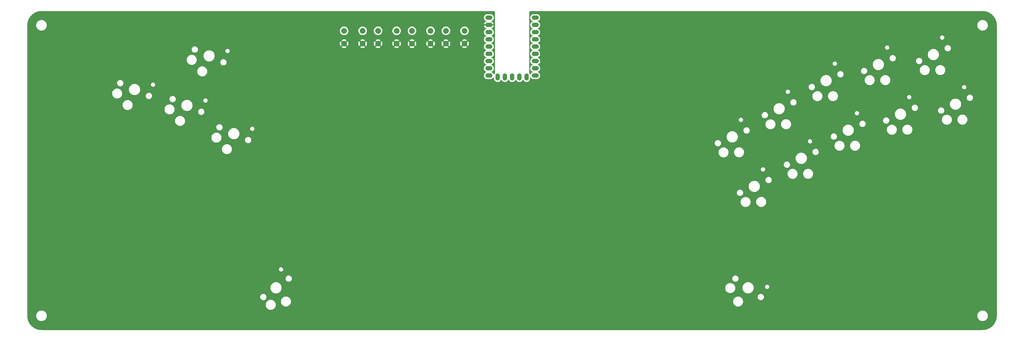
<source format=gtl>
%TF.GenerationSoftware,KiCad,Pcbnew,7.0.5*%
%TF.CreationDate,2023-07-31T21:39:33-05:00*%
%TF.ProjectId,triplejump,74726970-6c65-46a7-956d-702e6b696361,rev?*%
%TF.SameCoordinates,Original*%
%TF.FileFunction,Copper,L1,Top*%
%TF.FilePolarity,Positive*%
%FSLAX46Y46*%
G04 Gerber Fmt 4.6, Leading zero omitted, Abs format (unit mm)*
G04 Created by KiCad (PCBNEW 7.0.5) date 2023-07-31 21:39:33*
%MOMM*%
%LPD*%
G01*
G04 APERTURE LIST*
%TA.AperFunction,ComponentPad*%
%ADD10O,2.500000X1.500000*%
%TD*%
%TA.AperFunction,ComponentPad*%
%ADD11O,1.500000X2.500000*%
%TD*%
%TA.AperFunction,ComponentPad*%
%ADD12C,2.000000*%
%TD*%
G04 APERTURE END LIST*
D10*
%TO.P,U1,1,0*%
%TO.N,L1 (4P)*%
X200120000Y-24340000D03*
%TO.P,U1,2,1*%
%TO.N,R1 (3P)*%
X200120000Y-26880000D03*
%TO.P,U1,3,2*%
%TO.N,B4 (2P)*%
X200120000Y-29420000D03*
%TO.P,U1,4,3*%
%TO.N,B3 (1P)*%
X200120000Y-31960000D03*
%TO.P,U1,5,4*%
%TO.N,(RS) R3*%
X200120000Y-34500000D03*
%TO.P,U1,6,5*%
%TO.N,(LS) L3*%
X200120000Y-37040000D03*
%TO.P,U1,7,6*%
%TO.N,B1 (1K)*%
X200120000Y-39580000D03*
%TO.P,U1,8,7*%
%TO.N,B2 (2K)*%
X200120000Y-42120000D03*
%TO.P,U1,9,8*%
%TO.N,R2 (3K)*%
X200120000Y-44660000D03*
D11*
%TO.P,U1,10,9*%
%TO.N,L2 (4K)*%
X197080000Y-45160000D03*
%TO.P,U1,11,10*%
%TO.N,RIGHT*%
X194540000Y-45160000D03*
%TO.P,U1,12,11*%
%TO.N,DOWN*%
X192000000Y-45160000D03*
%TO.P,U1,13,12*%
%TO.N,LEFT*%
X189460000Y-45160000D03*
%TO.P,U1,14,13*%
%TO.N,UP*%
X186920000Y-45160000D03*
D10*
%TO.P,U1,15,14*%
%TO.N,(CAPTURE) A2*%
X183880000Y-44660000D03*
%TO.P,U1,16,15*%
%TO.N,(HOME) A1*%
X183880000Y-42120000D03*
%TO.P,U1,17,26*%
%TO.N,S1 (SELECT)*%
X183880000Y-39580000D03*
%TO.P,U1,18,27*%
%TO.N,S2 (START)*%
X183880000Y-37040000D03*
%TO.P,U1,19,28*%
%TO.N,RGB LED*%
X183880000Y-34500000D03*
%TO.P,U1,20,29*%
%TO.N,TURBO*%
X183880000Y-31960000D03*
%TO.P,U1,21,3V3*%
%TO.N,unconnected-(U1-3V3-Pad21)*%
X183880000Y-29420000D03*
%TO.P,U1,22,GND*%
%TO.N,GND*%
X183880000Y-26880000D03*
%TO.P,U1,23,5V*%
%TO.N,unconnected-(U1-5V-Pad23)*%
X183880000Y-24340000D03*
%TD*%
D12*
%TO.P,SW4,1,1*%
%TO.N,(CAPTURE) A2*%
X168831250Y-28943750D03*
X175331250Y-28943750D03*
%TO.P,SW4,2,2*%
%TO.N,GND*%
X168831250Y-33443750D03*
X175331250Y-33443750D03*
%TD*%
%TO.P,SW1,1,1*%
%TO.N,S2 (START)*%
X133112500Y-28943750D03*
X139612500Y-28943750D03*
%TO.P,SW1,2,2*%
%TO.N,GND*%
X133112500Y-33443750D03*
X139612500Y-33443750D03*
%TD*%
%TO.P,SW3,1,1*%
%TO.N,(HOME) A1*%
X156925000Y-28943750D03*
X163425000Y-28943750D03*
%TO.P,SW3,2,2*%
%TO.N,GND*%
X156925000Y-33443750D03*
X163425000Y-33443750D03*
%TD*%
%TO.P,SW2,1,1*%
%TO.N,S1 (SELECT)*%
X145018750Y-28943750D03*
X151518750Y-28943750D03*
%TO.P,SW2,2,2*%
%TO.N,GND*%
X145018750Y-33443750D03*
X151518750Y-33443750D03*
%TD*%
%TA.AperFunction,Conductor*%
%TO.N,GND*%
G36*
X185503456Y-22000889D02*
G01*
X185526354Y-22003469D01*
X185605831Y-22013932D01*
X185630597Y-22019829D01*
X185664735Y-22031775D01*
X185667984Y-22033015D01*
X185722195Y-22055469D01*
X185740695Y-22065027D01*
X185775520Y-22086909D01*
X185780267Y-22090212D01*
X185828200Y-22126993D01*
X185834295Y-22132337D01*
X185867660Y-22165702D01*
X185873005Y-22171798D01*
X185909786Y-22219731D01*
X185913097Y-22224490D01*
X185934967Y-22259296D01*
X185944536Y-22277818D01*
X185966983Y-22332014D01*
X185968223Y-22335263D01*
X185980169Y-22369401D01*
X185986066Y-22394169D01*
X185996528Y-22473632D01*
X185999110Y-22496537D01*
X185999500Y-22503486D01*
X185999500Y-43725467D01*
X185999416Y-43725889D01*
X185999488Y-43766221D01*
X185979922Y-43833295D01*
X185968869Y-43848025D01*
X185904236Y-43922002D01*
X185788787Y-44115232D01*
X185788784Y-44115237D01*
X185768084Y-44170391D01*
X185726098Y-44226238D01*
X185660583Y-44250520D01*
X185592341Y-44235528D01*
X185543038Y-44186021D01*
X185536838Y-44171593D01*
X185536703Y-44171651D01*
X185534517Y-44166536D01*
X185427853Y-43968321D01*
X185427851Y-43968318D01*
X185411157Y-43947385D01*
X185355167Y-43877175D01*
X185287510Y-43792336D01*
X185287508Y-43792334D01*
X185117996Y-43644235D01*
X184924767Y-43528787D01*
X184924768Y-43528787D01*
X184924766Y-43528786D01*
X184924764Y-43528785D01*
X184865896Y-43506691D01*
X184810050Y-43464706D01*
X184785767Y-43399191D01*
X184800759Y-43330949D01*
X184850265Y-43281645D01*
X184855610Y-43278907D01*
X185023973Y-43197829D01*
X185206078Y-43065522D01*
X185361632Y-42902825D01*
X185485635Y-42714968D01*
X185535859Y-42597465D01*
X185574100Y-42507995D01*
X185574099Y-42507995D01*
X185574103Y-42507988D01*
X185624191Y-42288537D01*
X185634290Y-42063670D01*
X185604075Y-41840613D01*
X185534517Y-41626536D01*
X185427852Y-41428319D01*
X185355167Y-41337175D01*
X185287510Y-41252336D01*
X185252471Y-41221723D01*
X185117996Y-41104235D01*
X184924767Y-40988787D01*
X184924768Y-40988787D01*
X184924766Y-40988786D01*
X184924764Y-40988785D01*
X184865896Y-40966691D01*
X184810050Y-40924706D01*
X184785767Y-40859191D01*
X184800759Y-40790949D01*
X184850265Y-40741645D01*
X184855610Y-40738907D01*
X185023973Y-40657829D01*
X185206078Y-40525522D01*
X185361632Y-40362825D01*
X185485635Y-40174968D01*
X185524923Y-40083051D01*
X185574100Y-39967995D01*
X185574099Y-39967995D01*
X185574103Y-39967988D01*
X185624191Y-39748537D01*
X185634290Y-39523670D01*
X185604075Y-39300613D01*
X185534517Y-39086536D01*
X185518918Y-39057549D01*
X185450439Y-38930292D01*
X185427852Y-38888319D01*
X185319749Y-38752763D01*
X185287510Y-38712336D01*
X185287508Y-38712334D01*
X185117996Y-38564235D01*
X184924767Y-38448787D01*
X184924768Y-38448787D01*
X184924766Y-38448786D01*
X184924764Y-38448785D01*
X184865896Y-38426691D01*
X184810050Y-38384706D01*
X184785767Y-38319191D01*
X184800759Y-38250949D01*
X184850265Y-38201645D01*
X184855610Y-38198907D01*
X185023973Y-38117829D01*
X185206078Y-37985522D01*
X185361632Y-37822825D01*
X185485635Y-37634968D01*
X185512055Y-37573157D01*
X185574100Y-37427995D01*
X185574099Y-37427995D01*
X185574103Y-37427988D01*
X185624191Y-37208537D01*
X185634290Y-36983670D01*
X185604075Y-36760613D01*
X185534517Y-36546536D01*
X185427852Y-36348319D01*
X185331678Y-36227721D01*
X185287510Y-36172336D01*
X185287508Y-36172334D01*
X185117996Y-36024235D01*
X184924767Y-35908787D01*
X184924768Y-35908787D01*
X184924766Y-35908786D01*
X184924764Y-35908785D01*
X184865896Y-35886691D01*
X184810050Y-35844706D01*
X184785767Y-35779191D01*
X184800759Y-35710949D01*
X184850265Y-35661645D01*
X184855610Y-35658907D01*
X185023973Y-35577829D01*
X185206078Y-35445522D01*
X185361632Y-35282825D01*
X185485635Y-35094968D01*
X185500253Y-35060769D01*
X185574100Y-34887995D01*
X185574099Y-34887995D01*
X185574103Y-34887988D01*
X185624191Y-34668537D01*
X185634290Y-34443670D01*
X185604075Y-34220613D01*
X185534517Y-34006536D01*
X185514493Y-33969326D01*
X185427853Y-33808321D01*
X185427851Y-33808318D01*
X185287510Y-33632336D01*
X185284453Y-33629665D01*
X185117996Y-33484235D01*
X184924767Y-33368787D01*
X184924768Y-33368787D01*
X184924766Y-33368786D01*
X184924764Y-33368785D01*
X184865896Y-33346691D01*
X184810050Y-33304706D01*
X184785767Y-33239191D01*
X184800759Y-33170949D01*
X184850265Y-33121645D01*
X184855610Y-33118907D01*
X185023973Y-33037829D01*
X185206078Y-32905522D01*
X185361632Y-32742825D01*
X185485635Y-32554968D01*
X185574103Y-32347988D01*
X185624191Y-32128537D01*
X185634290Y-31903670D01*
X185604075Y-31680613D01*
X185534517Y-31466536D01*
X185427852Y-31268319D01*
X185287508Y-31092334D01*
X185117996Y-30944235D01*
X184924767Y-30828787D01*
X184924768Y-30828787D01*
X184924766Y-30828786D01*
X184924764Y-30828785D01*
X184865896Y-30806691D01*
X184810050Y-30764706D01*
X184785767Y-30699191D01*
X184800759Y-30630949D01*
X184850265Y-30581645D01*
X184855610Y-30578907D01*
X185023973Y-30497829D01*
X185206078Y-30365522D01*
X185361632Y-30202825D01*
X185485635Y-30014968D01*
X185574103Y-29807988D01*
X185624191Y-29588537D01*
X185634290Y-29363670D01*
X185604075Y-29140613D01*
X185534517Y-28926536D01*
X185427852Y-28728319D01*
X185287508Y-28552334D01*
X185117996Y-28404235D01*
X184924766Y-28288786D01*
X184924765Y-28288785D01*
X184865250Y-28266449D01*
X184809402Y-28224463D01*
X184785119Y-28158949D01*
X184800111Y-28090706D01*
X184849617Y-28041402D01*
X184855020Y-28038635D01*
X185023716Y-27957396D01*
X185205741Y-27825148D01*
X185205749Y-27825142D01*
X185361237Y-27662513D01*
X185485191Y-27474733D01*
X185573624Y-27267830D01*
X185573627Y-27267821D01*
X185605084Y-27130000D01*
X184813686Y-27130000D01*
X184839493Y-27089844D01*
X184880000Y-26951889D01*
X184880000Y-26808111D01*
X184839493Y-26670156D01*
X184813686Y-26630000D01*
X185607550Y-26630000D01*
X185607550Y-26629999D01*
X185603584Y-26600721D01*
X185534054Y-26386731D01*
X185427434Y-26188598D01*
X185427432Y-26188595D01*
X185287145Y-26012679D01*
X185117707Y-25864647D01*
X185117699Y-25864640D01*
X184924553Y-25749240D01*
X184924548Y-25749238D01*
X184865275Y-25726992D01*
X184809427Y-25685006D01*
X184785144Y-25619492D01*
X184800136Y-25551250D01*
X184849642Y-25501945D01*
X184854986Y-25499207D01*
X185023973Y-25417829D01*
X185206078Y-25285522D01*
X185361632Y-25122825D01*
X185485635Y-24934968D01*
X185574103Y-24727988D01*
X185624191Y-24508537D01*
X185634290Y-24283670D01*
X185604075Y-24060613D01*
X185534517Y-23846536D01*
X185427852Y-23648319D01*
X185287508Y-23472334D01*
X185117996Y-23324235D01*
X184924764Y-23208785D01*
X184806775Y-23164503D01*
X184714023Y-23129692D01*
X184492550Y-23089500D01*
X184492547Y-23089500D01*
X183323845Y-23089500D01*
X183285399Y-23092960D01*
X183155813Y-23104622D01*
X183155807Y-23104623D01*
X182938839Y-23164503D01*
X182938826Y-23164508D01*
X182736033Y-23262167D01*
X182736025Y-23262171D01*
X182553927Y-23394473D01*
X182553925Y-23394474D01*
X182398366Y-23557176D01*
X182274363Y-23745033D01*
X182185899Y-23952004D01*
X182185895Y-23952017D01*
X182135810Y-24171457D01*
X182135808Y-24171468D01*
X182126536Y-24377931D01*
X182125710Y-24396330D01*
X182155925Y-24619387D01*
X182155926Y-24619390D01*
X182225483Y-24833465D01*
X182332146Y-25031678D01*
X182332148Y-25031681D01*
X182472489Y-25207663D01*
X182472491Y-25207664D01*
X182472492Y-25207666D01*
X182642004Y-25355765D01*
X182835236Y-25471215D01*
X182894748Y-25493550D01*
X182950596Y-25535535D01*
X182974880Y-25601049D01*
X182959889Y-25669292D01*
X182910383Y-25718596D01*
X182904979Y-25721363D01*
X182736291Y-25802598D01*
X182736283Y-25802602D01*
X182554258Y-25934851D01*
X182554250Y-25934857D01*
X182398762Y-26097486D01*
X182274808Y-26285266D01*
X182186375Y-26492169D01*
X182186372Y-26492178D01*
X182154915Y-26629999D01*
X182154916Y-26630000D01*
X183946314Y-26630000D01*
X183920507Y-26670156D01*
X183880000Y-26808111D01*
X183880000Y-26951889D01*
X183920507Y-27089844D01*
X183946314Y-27130000D01*
X182152449Y-27130000D01*
X182156415Y-27159278D01*
X182225945Y-27373268D01*
X182332565Y-27571401D01*
X182332567Y-27571404D01*
X182472854Y-27747320D01*
X182642292Y-27895352D01*
X182642300Y-27895359D01*
X182835446Y-28010759D01*
X182835454Y-28010763D01*
X182894723Y-28033007D01*
X182950571Y-28074992D01*
X182974855Y-28140506D01*
X182959864Y-28208748D01*
X182910358Y-28258053D01*
X182904954Y-28260820D01*
X182736033Y-28342167D01*
X182736025Y-28342171D01*
X182553927Y-28474473D01*
X182553925Y-28474474D01*
X182398366Y-28637176D01*
X182274363Y-28825033D01*
X182185899Y-29032004D01*
X182185895Y-29032017D01*
X182135810Y-29251457D01*
X182135808Y-29251468D01*
X182125710Y-29476325D01*
X182125710Y-29476330D01*
X182155925Y-29699387D01*
X182155926Y-29699390D01*
X182225483Y-29913465D01*
X182332146Y-30111678D01*
X182332148Y-30111681D01*
X182472489Y-30287663D01*
X182472491Y-30287664D01*
X182472492Y-30287666D01*
X182642004Y-30435765D01*
X182835236Y-30551215D01*
X182894102Y-30573307D01*
X182949949Y-30615292D01*
X182974232Y-30680806D01*
X182959241Y-30749049D01*
X182909735Y-30798353D01*
X182904331Y-30801120D01*
X182736033Y-30882167D01*
X182736025Y-30882171D01*
X182553927Y-31014473D01*
X182553925Y-31014474D01*
X182398366Y-31177176D01*
X182274363Y-31365033D01*
X182185899Y-31572004D01*
X182185895Y-31572017D01*
X182135810Y-31791457D01*
X182135808Y-31791468D01*
X182128236Y-31960086D01*
X182125710Y-32016330D01*
X182155925Y-32239387D01*
X182155926Y-32239390D01*
X182225483Y-32453465D01*
X182332146Y-32651678D01*
X182332148Y-32651681D01*
X182472489Y-32827663D01*
X182472491Y-32827664D01*
X182472492Y-32827666D01*
X182642004Y-32975765D01*
X182835236Y-33091215D01*
X182894102Y-33113307D01*
X182949949Y-33155292D01*
X182974232Y-33220806D01*
X182959241Y-33289049D01*
X182909735Y-33338353D01*
X182904331Y-33341120D01*
X182736033Y-33422167D01*
X182736025Y-33422171D01*
X182553927Y-33554473D01*
X182553925Y-33554474D01*
X182398366Y-33717176D01*
X182274363Y-33905033D01*
X182185899Y-34112004D01*
X182185895Y-34112017D01*
X182135810Y-34331457D01*
X182135808Y-34331468D01*
X182125710Y-34556325D01*
X182125710Y-34556330D01*
X182155925Y-34779387D01*
X182155926Y-34779390D01*
X182225483Y-34993465D01*
X182332146Y-35191678D01*
X182332148Y-35191681D01*
X182472489Y-35367663D01*
X182472491Y-35367664D01*
X182472492Y-35367666D01*
X182642004Y-35515765D01*
X182835236Y-35631215D01*
X182894102Y-35653307D01*
X182949949Y-35695292D01*
X182974232Y-35760806D01*
X182959241Y-35829049D01*
X182909735Y-35878353D01*
X182904331Y-35881120D01*
X182736033Y-35962167D01*
X182736025Y-35962171D01*
X182553927Y-36094473D01*
X182553925Y-36094474D01*
X182398366Y-36257176D01*
X182274363Y-36445033D01*
X182185899Y-36652004D01*
X182185895Y-36652017D01*
X182135810Y-36871457D01*
X182135808Y-36871468D01*
X182130769Y-36983674D01*
X182125710Y-37096330D01*
X182155925Y-37319387D01*
X182155926Y-37319390D01*
X182225483Y-37533465D01*
X182332146Y-37731678D01*
X182332148Y-37731681D01*
X182472489Y-37907663D01*
X182472491Y-37907664D01*
X182472492Y-37907666D01*
X182642004Y-38055765D01*
X182835236Y-38171215D01*
X182894102Y-38193307D01*
X182949949Y-38235292D01*
X182974232Y-38300806D01*
X182959241Y-38369049D01*
X182909735Y-38418353D01*
X182904331Y-38421120D01*
X182736033Y-38502167D01*
X182736025Y-38502171D01*
X182553927Y-38634473D01*
X182553925Y-38634474D01*
X182398366Y-38797176D01*
X182274363Y-38985033D01*
X182185899Y-39192004D01*
X182185895Y-39192017D01*
X182135810Y-39411457D01*
X182135808Y-39411468D01*
X182125710Y-39636325D01*
X182125710Y-39636330D01*
X182155925Y-39859387D01*
X182155926Y-39859390D01*
X182225483Y-40073465D01*
X182332146Y-40271678D01*
X182332148Y-40271681D01*
X182472489Y-40447663D01*
X182472491Y-40447664D01*
X182472492Y-40447666D01*
X182642004Y-40595765D01*
X182835236Y-40711215D01*
X182894102Y-40733307D01*
X182949949Y-40775292D01*
X182974232Y-40840806D01*
X182959241Y-40909049D01*
X182909735Y-40958353D01*
X182904331Y-40961120D01*
X182736033Y-41042167D01*
X182736025Y-41042171D01*
X182553927Y-41174473D01*
X182553925Y-41174474D01*
X182398366Y-41337176D01*
X182274363Y-41525033D01*
X182185899Y-41732004D01*
X182185895Y-41732017D01*
X182135810Y-41951457D01*
X182135808Y-41951468D01*
X182129337Y-42095561D01*
X182125710Y-42176330D01*
X182155925Y-42399387D01*
X182155926Y-42399390D01*
X182225483Y-42613465D01*
X182332146Y-42811678D01*
X182332148Y-42811681D01*
X182472489Y-42987663D01*
X182472491Y-42987664D01*
X182472492Y-42987666D01*
X182642004Y-43135765D01*
X182835236Y-43251215D01*
X182894102Y-43273307D01*
X182949949Y-43315292D01*
X182974232Y-43380806D01*
X182959241Y-43449049D01*
X182909735Y-43498353D01*
X182904331Y-43501120D01*
X182736033Y-43582167D01*
X182736025Y-43582171D01*
X182553927Y-43714473D01*
X182553925Y-43714474D01*
X182398366Y-43877176D01*
X182274363Y-44065033D01*
X182185899Y-44272004D01*
X182185895Y-44272017D01*
X182135810Y-44491457D01*
X182135808Y-44491468D01*
X182125710Y-44716325D01*
X182125710Y-44716330D01*
X182155925Y-44939387D01*
X182155926Y-44939390D01*
X182225483Y-45153465D01*
X182332146Y-45351678D01*
X182332148Y-45351681D01*
X182472489Y-45527663D01*
X182472491Y-45527664D01*
X182472492Y-45527666D01*
X182642004Y-45675765D01*
X182835236Y-45791215D01*
X183045976Y-45870307D01*
X183267450Y-45910500D01*
X183267453Y-45910500D01*
X184436148Y-45910500D01*
X184436155Y-45910500D01*
X184604188Y-45895377D01*
X184604192Y-45895376D01*
X184821160Y-45835496D01*
X184821162Y-45835495D01*
X184821170Y-45835493D01*
X185023973Y-45737829D01*
X185206078Y-45605522D01*
X185361632Y-45442825D01*
X185414084Y-45363364D01*
X185442013Y-45321053D01*
X185495373Y-45275948D01*
X185564648Y-45266851D01*
X185627844Y-45296652D01*
X185664896Y-45355888D01*
X185669500Y-45389364D01*
X185669500Y-45716151D01*
X185684622Y-45884186D01*
X185684623Y-45884192D01*
X185744503Y-46101160D01*
X185744508Y-46101173D01*
X185842167Y-46303966D01*
X185842171Y-46303974D01*
X185974473Y-46486072D01*
X185974474Y-46486074D01*
X186137176Y-46641633D01*
X186325033Y-46765636D01*
X186532004Y-46854100D01*
X186532007Y-46854101D01*
X186532012Y-46854103D01*
X186751463Y-46904191D01*
X186976330Y-46914290D01*
X187199387Y-46884075D01*
X187413464Y-46814517D01*
X187611681Y-46707852D01*
X187787666Y-46567508D01*
X187935765Y-46397996D01*
X188051215Y-46204764D01*
X188073307Y-46145897D01*
X188115292Y-46090051D01*
X188180806Y-46065767D01*
X188249048Y-46080758D01*
X188298353Y-46130264D01*
X188301120Y-46135668D01*
X188382167Y-46303966D01*
X188382171Y-46303974D01*
X188514473Y-46486072D01*
X188514474Y-46486074D01*
X188677176Y-46641633D01*
X188865033Y-46765636D01*
X189072004Y-46854100D01*
X189072007Y-46854101D01*
X189072012Y-46854103D01*
X189291463Y-46904191D01*
X189516330Y-46914290D01*
X189739387Y-46884075D01*
X189953464Y-46814517D01*
X190151681Y-46707852D01*
X190327666Y-46567508D01*
X190475765Y-46397996D01*
X190591215Y-46204764D01*
X190613307Y-46145897D01*
X190655292Y-46090051D01*
X190720806Y-46065767D01*
X190789048Y-46080758D01*
X190838353Y-46130264D01*
X190841120Y-46135668D01*
X190922167Y-46303966D01*
X190922171Y-46303974D01*
X191054473Y-46486072D01*
X191054474Y-46486074D01*
X191217176Y-46641633D01*
X191405033Y-46765636D01*
X191612004Y-46854100D01*
X191612007Y-46854101D01*
X191612012Y-46854103D01*
X191831463Y-46904191D01*
X192056330Y-46914290D01*
X192279387Y-46884075D01*
X192493464Y-46814517D01*
X192691681Y-46707852D01*
X192867666Y-46567508D01*
X193015765Y-46397996D01*
X193131215Y-46204764D01*
X193153307Y-46145897D01*
X193195292Y-46090051D01*
X193260806Y-46065767D01*
X193329048Y-46080758D01*
X193378353Y-46130264D01*
X193381120Y-46135668D01*
X193462167Y-46303966D01*
X193462171Y-46303974D01*
X193594473Y-46486072D01*
X193594474Y-46486074D01*
X193757176Y-46641633D01*
X193945033Y-46765636D01*
X194152004Y-46854100D01*
X194152007Y-46854101D01*
X194152012Y-46854103D01*
X194371463Y-46904191D01*
X194596330Y-46914290D01*
X194819387Y-46884075D01*
X195033464Y-46814517D01*
X195231681Y-46707852D01*
X195407666Y-46567508D01*
X195555765Y-46397996D01*
X195671215Y-46204764D01*
X195693307Y-46145897D01*
X195735292Y-46090051D01*
X195800806Y-46065767D01*
X195869048Y-46080758D01*
X195918353Y-46130264D01*
X195921120Y-46135668D01*
X196002167Y-46303966D01*
X196002171Y-46303974D01*
X196134473Y-46486072D01*
X196134474Y-46486074D01*
X196297176Y-46641633D01*
X196485033Y-46765636D01*
X196692004Y-46854100D01*
X196692007Y-46854101D01*
X196692012Y-46854103D01*
X196911463Y-46904191D01*
X197136330Y-46914290D01*
X197359387Y-46884075D01*
X197573464Y-46814517D01*
X197771681Y-46707852D01*
X197947666Y-46567508D01*
X198062579Y-46435980D01*
X300155816Y-46435980D01*
X300175868Y-46716343D01*
X300175869Y-46716350D01*
X300235614Y-46990990D01*
X300235616Y-46990997D01*
X300263833Y-47066649D01*
X300333843Y-47254355D01*
X300333845Y-47254359D01*
X300468546Y-47501046D01*
X300468551Y-47501054D01*
X300636987Y-47726059D01*
X300637003Y-47726077D01*
X300835736Y-47924810D01*
X300835754Y-47924826D01*
X301060759Y-48093262D01*
X301060767Y-48093267D01*
X301307454Y-48227968D01*
X301307458Y-48227970D01*
X301307460Y-48227971D01*
X301570817Y-48326198D01*
X301845472Y-48385946D01*
X302055660Y-48400979D01*
X302196010Y-48400979D01*
X302406198Y-48385946D01*
X302680853Y-48326198D01*
X302944210Y-48227971D01*
X303190908Y-48093264D01*
X303415923Y-47924820D01*
X303614676Y-47726067D01*
X303783120Y-47501052D01*
X303917827Y-47254354D01*
X304016054Y-46990997D01*
X304075802Y-46716342D01*
X304095854Y-46435979D01*
X304093005Y-46396139D01*
X315678828Y-46396139D01*
X315692385Y-46486078D01*
X315717932Y-46655567D01*
X315717933Y-46655569D01*
X315717934Y-46655575D01*
X315795266Y-46906278D01*
X315909095Y-47142648D01*
X315909096Y-47142649D01*
X315909098Y-47142652D01*
X315909100Y-47142656D01*
X315999751Y-47275616D01*
X316056895Y-47359431D01*
X316235342Y-47551753D01*
X316235346Y-47551756D01*
X316235347Y-47551757D01*
X316440471Y-47715338D01*
X316667685Y-47846520D01*
X316911912Y-47942372D01*
X317167698Y-48000754D01*
X317167704Y-48000754D01*
X317167707Y-48000755D01*
X317363812Y-48015451D01*
X317363831Y-48015451D01*
X317363834Y-48015452D01*
X317363836Y-48015452D01*
X317494820Y-48015452D01*
X317494822Y-48015452D01*
X317494824Y-48015451D01*
X317494843Y-48015451D01*
X317690948Y-48000755D01*
X317690950Y-48000754D01*
X317690958Y-48000754D01*
X317946744Y-47942372D01*
X318190971Y-47846520D01*
X318418185Y-47715338D01*
X318623309Y-47551757D01*
X318801761Y-47359431D01*
X318949556Y-47142656D01*
X318960378Y-47120185D01*
X318973438Y-47093063D01*
X319063391Y-46906275D01*
X319140724Y-46655567D01*
X319179828Y-46396134D01*
X319179828Y-46372255D01*
X321141376Y-46372255D01*
X321158533Y-46486078D01*
X321180480Y-46631683D01*
X321180481Y-46631685D01*
X321180482Y-46631691D01*
X321257814Y-46882394D01*
X321371643Y-47118764D01*
X321371644Y-47118765D01*
X321371646Y-47118768D01*
X321371648Y-47118772D01*
X321478583Y-47275616D01*
X321519443Y-47335547D01*
X321697890Y-47527869D01*
X321697894Y-47527872D01*
X321697895Y-47527873D01*
X321903019Y-47691454D01*
X322130233Y-47822636D01*
X322374460Y-47918488D01*
X322630246Y-47976870D01*
X322630252Y-47976870D01*
X322630255Y-47976871D01*
X322826360Y-47991567D01*
X322826379Y-47991567D01*
X322826382Y-47991568D01*
X322826384Y-47991568D01*
X322957368Y-47991568D01*
X322957370Y-47991568D01*
X322957372Y-47991567D01*
X322957391Y-47991567D01*
X323153496Y-47976871D01*
X323153498Y-47976870D01*
X323153506Y-47976870D01*
X323409292Y-47918488D01*
X323653519Y-47822636D01*
X323880733Y-47691454D01*
X324085857Y-47527873D01*
X324264309Y-47335547D01*
X324412104Y-47118772D01*
X324525939Y-46882391D01*
X324603272Y-46631683D01*
X324642376Y-46372250D01*
X324642376Y-46109886D01*
X324603272Y-45850453D01*
X324525939Y-45599745D01*
X324491226Y-45527663D01*
X324412108Y-45363371D01*
X324412107Y-45363370D01*
X324412106Y-45363369D01*
X324412104Y-45363364D01*
X324264309Y-45146589D01*
X324254317Y-45135821D01*
X324085861Y-44954266D01*
X324046236Y-44922666D01*
X323880733Y-44790682D01*
X323653519Y-44659500D01*
X323409292Y-44563648D01*
X323409287Y-44563646D01*
X323409278Y-44563644D01*
X323191694Y-44513982D01*
X323153506Y-44505266D01*
X323153505Y-44505265D01*
X323153501Y-44505265D01*
X323153496Y-44505264D01*
X322957391Y-44490568D01*
X322957370Y-44490568D01*
X322826382Y-44490568D01*
X322826360Y-44490568D01*
X322630255Y-44505264D01*
X322630250Y-44505265D01*
X322374473Y-44563644D01*
X322374454Y-44563650D01*
X322130232Y-44659500D01*
X321903019Y-44790682D01*
X321697890Y-44954266D01*
X321519443Y-45146588D01*
X321371644Y-45363370D01*
X321371643Y-45363371D01*
X321257814Y-45599741D01*
X321180482Y-45850444D01*
X321180481Y-45850449D01*
X321180480Y-45850453D01*
X321171429Y-45910500D01*
X321141376Y-46109880D01*
X321141376Y-46372255D01*
X319179828Y-46372255D01*
X319179828Y-46133770D01*
X319140724Y-45874337D01*
X319063391Y-45623629D01*
X319017176Y-45527663D01*
X318949560Y-45387255D01*
X318949559Y-45387254D01*
X318949558Y-45387253D01*
X318949556Y-45387248D01*
X318801761Y-45170473D01*
X318778942Y-45145880D01*
X318623313Y-44978150D01*
X318574709Y-44939390D01*
X318418185Y-44814566D01*
X318190971Y-44683384D01*
X317946744Y-44587532D01*
X317946739Y-44587530D01*
X317946730Y-44587528D01*
X317729146Y-44537866D01*
X317690958Y-44529150D01*
X317690957Y-44529149D01*
X317690953Y-44529149D01*
X317690948Y-44529148D01*
X317494843Y-44514452D01*
X317494822Y-44514452D01*
X317363834Y-44514452D01*
X317363812Y-44514452D01*
X317167707Y-44529148D01*
X317167702Y-44529149D01*
X316911925Y-44587528D01*
X316911906Y-44587534D01*
X316667684Y-44683384D01*
X316440471Y-44814566D01*
X316235342Y-44978150D01*
X316056895Y-45170472D01*
X315909096Y-45387254D01*
X315909095Y-45387255D01*
X315795266Y-45623625D01*
X315717934Y-45874328D01*
X315717933Y-45874333D01*
X315717932Y-45874337D01*
X315703181Y-45972199D01*
X315678828Y-46133764D01*
X315678828Y-46396139D01*
X304093005Y-46396139D01*
X304075802Y-46155616D01*
X304016054Y-45880961D01*
X303917827Y-45617604D01*
X303911231Y-45605525D01*
X303783123Y-45370911D01*
X303783118Y-45370903D01*
X303614682Y-45145898D01*
X303614666Y-45145880D01*
X303415933Y-44947147D01*
X303415915Y-44947131D01*
X303190910Y-44778695D01*
X303190902Y-44778690D01*
X302944215Y-44643989D01*
X302944211Y-44643987D01*
X302836585Y-44603845D01*
X302680853Y-44545760D01*
X302680849Y-44545759D01*
X302680846Y-44545758D01*
X302406206Y-44486013D01*
X302406199Y-44486012D01*
X302196012Y-44470979D01*
X302196010Y-44470979D01*
X302055660Y-44470979D01*
X302055657Y-44470979D01*
X301845470Y-44486012D01*
X301845463Y-44486013D01*
X301570823Y-44545758D01*
X301570818Y-44545759D01*
X301570817Y-44545760D01*
X301522852Y-44563650D01*
X301307458Y-44643987D01*
X301307454Y-44643989D01*
X301060767Y-44778690D01*
X301060759Y-44778695D01*
X300835754Y-44947131D01*
X300835736Y-44947147D01*
X300637003Y-45145880D01*
X300636987Y-45145898D01*
X300468551Y-45370903D01*
X300468546Y-45370911D01*
X300333845Y-45617598D01*
X300333843Y-45617602D01*
X300235614Y-45880967D01*
X300175869Y-46155607D01*
X300175868Y-46155614D01*
X300155816Y-46435977D01*
X300155816Y-46435980D01*
X198062579Y-46435980D01*
X198095765Y-46397996D01*
X198211215Y-46204764D01*
X198290307Y-45994024D01*
X198310825Y-45880961D01*
X198330500Y-45772549D01*
X198330500Y-45394730D01*
X198350185Y-45327691D01*
X198402989Y-45281936D01*
X198472147Y-45271992D01*
X198535703Y-45301017D01*
X198563695Y-45335972D01*
X198572146Y-45351678D01*
X198572148Y-45351681D01*
X198712489Y-45527663D01*
X198712491Y-45527664D01*
X198712492Y-45527666D01*
X198882004Y-45675765D01*
X199075236Y-45791215D01*
X199285976Y-45870307D01*
X199507450Y-45910500D01*
X199507453Y-45910500D01*
X200676148Y-45910500D01*
X200676155Y-45910500D01*
X200844188Y-45895377D01*
X200844192Y-45895376D01*
X201061160Y-45835496D01*
X201061162Y-45835495D01*
X201061170Y-45835493D01*
X201263973Y-45737829D01*
X201446078Y-45605522D01*
X201601632Y-45442825D01*
X201725635Y-45254968D01*
X201814103Y-45047988D01*
X201864191Y-44828537D01*
X201874290Y-44603670D01*
X201844075Y-44380613D01*
X201774517Y-44166536D01*
X201763618Y-44146282D01*
X306045178Y-44146282D01*
X306055187Y-44356386D01*
X306104777Y-44560798D01*
X306142768Y-44643987D01*
X306192155Y-44752131D01*
X306192159Y-44752137D01*
X306314161Y-44923466D01*
X306314167Y-44923472D01*
X306328737Y-44937364D01*
X306466398Y-45068624D01*
X306643349Y-45182343D01*
X306838623Y-45260520D01*
X306967419Y-45285343D01*
X307045163Y-45300327D01*
X307045164Y-45300327D01*
X307202796Y-45300327D01*
X307202803Y-45300327D01*
X307359724Y-45285343D01*
X307561546Y-45226083D01*
X307748505Y-45129698D01*
X307913845Y-44999674D01*
X308051590Y-44840708D01*
X308156761Y-44658546D01*
X308225557Y-44459773D01*
X308255492Y-44251572D01*
X308245483Y-44041468D01*
X308195893Y-43837056D01*
X308108514Y-43645722D01*
X308097297Y-43629970D01*
X307986508Y-43474387D01*
X307986502Y-43474381D01*
X307836075Y-43330949D01*
X307834272Y-43329230D01*
X307657321Y-43215511D01*
X307657319Y-43215510D01*
X307462056Y-43137337D01*
X307462049Y-43137334D01*
X307462047Y-43137334D01*
X307462044Y-43137333D01*
X307462043Y-43137333D01*
X307255507Y-43097527D01*
X307255506Y-43097527D01*
X307097867Y-43097527D01*
X306940946Y-43112510D01*
X306940946Y-43112511D01*
X306940942Y-43112512D01*
X306739126Y-43171770D01*
X306552166Y-43268155D01*
X306386825Y-43398179D01*
X306386824Y-43398180D01*
X306249084Y-43557141D01*
X306249075Y-43557152D01*
X306143909Y-43739306D01*
X306075114Y-43938075D01*
X306075113Y-43938080D01*
X306075113Y-43938081D01*
X306045178Y-44146282D01*
X201763618Y-44146282D01*
X201740928Y-44104118D01*
X201667853Y-43968321D01*
X201667851Y-43968318D01*
X201651157Y-43947385D01*
X201595167Y-43877175D01*
X201527510Y-43792336D01*
X201527508Y-43792334D01*
X201357996Y-43644235D01*
X201164767Y-43528787D01*
X201164768Y-43528787D01*
X201164766Y-43528786D01*
X201164764Y-43528785D01*
X201105896Y-43506691D01*
X201050050Y-43464706D01*
X201025767Y-43399191D01*
X201040759Y-43330949D01*
X201090265Y-43281645D01*
X201095610Y-43278907D01*
X201263973Y-43197829D01*
X201446078Y-43065522D01*
X201518399Y-42989880D01*
X314342136Y-42989880D01*
X314352145Y-43199984D01*
X314401735Y-43404396D01*
X314444644Y-43498353D01*
X314489113Y-43595729D01*
X314489117Y-43595735D01*
X314611119Y-43767064D01*
X314611124Y-43767069D01*
X314763356Y-43912222D01*
X314940307Y-44025941D01*
X315135581Y-44104118D01*
X315264377Y-44128941D01*
X315342121Y-44143925D01*
X315342122Y-44143925D01*
X315499754Y-44143925D01*
X315499761Y-44143925D01*
X315656682Y-44128941D01*
X315858504Y-44069681D01*
X316045463Y-43973296D01*
X316210803Y-43843272D01*
X316348548Y-43684306D01*
X316453719Y-43502144D01*
X316522515Y-43303371D01*
X316552450Y-43095170D01*
X316542441Y-42885066D01*
X316542051Y-42883460D01*
X334967703Y-42883460D01*
X334987997Y-43018096D01*
X335006807Y-43142888D01*
X335006808Y-43142890D01*
X335006809Y-43142896D01*
X335084141Y-43393599D01*
X335197970Y-43629969D01*
X335197971Y-43629970D01*
X335197973Y-43629973D01*
X335197975Y-43629977D01*
X335308670Y-43792336D01*
X335345770Y-43846752D01*
X335524217Y-44039074D01*
X335524221Y-44039077D01*
X335524222Y-44039078D01*
X335729346Y-44202659D01*
X335956560Y-44333841D01*
X336200787Y-44429693D01*
X336456573Y-44488075D01*
X336456579Y-44488075D01*
X336456582Y-44488076D01*
X336652687Y-44502772D01*
X336652706Y-44502772D01*
X336652709Y-44502773D01*
X336652711Y-44502773D01*
X336783695Y-44502773D01*
X336783697Y-44502773D01*
X336783699Y-44502772D01*
X336783718Y-44502772D01*
X336979823Y-44488076D01*
X336979825Y-44488075D01*
X336979833Y-44488075D01*
X337235619Y-44429693D01*
X337479846Y-44333841D01*
X337707060Y-44202659D01*
X337912184Y-44039078D01*
X337924374Y-44025941D01*
X337952148Y-43996006D01*
X338090636Y-43846752D01*
X338238431Y-43629977D01*
X338254924Y-43595730D01*
X338273502Y-43557152D01*
X338352266Y-43393596D01*
X338429599Y-43142888D01*
X338468703Y-42883455D01*
X338468703Y-42859576D01*
X340430251Y-42859576D01*
X340449558Y-42987663D01*
X340469355Y-43119004D01*
X340469356Y-43119006D01*
X340469357Y-43119012D01*
X340546689Y-43369715D01*
X340660518Y-43606085D01*
X340660519Y-43606086D01*
X340660521Y-43606089D01*
X340660523Y-43606093D01*
X340772399Y-43770185D01*
X340808318Y-43822868D01*
X340986765Y-44015190D01*
X340986769Y-44015193D01*
X340986770Y-44015194D01*
X341191894Y-44178775D01*
X341419108Y-44309957D01*
X341663335Y-44405809D01*
X341919121Y-44464191D01*
X341919127Y-44464191D01*
X341919130Y-44464192D01*
X342115235Y-44478888D01*
X342115254Y-44478888D01*
X342115257Y-44478889D01*
X342115259Y-44478889D01*
X342246243Y-44478889D01*
X342246245Y-44478889D01*
X342246247Y-44478888D01*
X342246266Y-44478888D01*
X342442371Y-44464192D01*
X342442373Y-44464191D01*
X342442381Y-44464191D01*
X342698167Y-44405809D01*
X342942394Y-44309957D01*
X343169608Y-44178775D01*
X343374732Y-44015194D01*
X343553184Y-43822868D01*
X343700979Y-43606093D01*
X343814814Y-43369712D01*
X343892147Y-43119004D01*
X343931251Y-42859571D01*
X343931251Y-42597207D01*
X343892147Y-42337774D01*
X343814814Y-42087066D01*
X343751749Y-41956110D01*
X343700983Y-41850692D01*
X343700982Y-41850691D01*
X343700981Y-41850690D01*
X343700979Y-41850685D01*
X343553184Y-41633910D01*
X343526634Y-41605296D01*
X343374736Y-41441587D01*
X343335284Y-41410125D01*
X343169608Y-41278003D01*
X342942394Y-41146821D01*
X342698167Y-41050969D01*
X342698162Y-41050967D01*
X342698153Y-41050965D01*
X342480569Y-41001303D01*
X342442381Y-40992587D01*
X342442380Y-40992586D01*
X342442376Y-40992586D01*
X342442371Y-40992585D01*
X342246266Y-40977889D01*
X342246245Y-40977889D01*
X342115257Y-40977889D01*
X342115235Y-40977889D01*
X341919130Y-40992585D01*
X341919125Y-40992586D01*
X341663348Y-41050965D01*
X341663329Y-41050971D01*
X341419107Y-41146821D01*
X341191894Y-41278003D01*
X340986765Y-41441587D01*
X340808318Y-41633909D01*
X340660519Y-41850691D01*
X340660518Y-41850692D01*
X340546689Y-42087062D01*
X340469357Y-42337765D01*
X340469356Y-42337770D01*
X340469355Y-42337774D01*
X340459864Y-42400744D01*
X340430251Y-42597201D01*
X340430251Y-42859576D01*
X338468703Y-42859576D01*
X338468703Y-42621091D01*
X338429599Y-42361658D01*
X338352266Y-42110950D01*
X338289653Y-41980932D01*
X338238435Y-41874576D01*
X338238434Y-41874575D01*
X338238433Y-41874574D01*
X338238431Y-41874569D01*
X338090636Y-41657794D01*
X338061631Y-41626534D01*
X337912188Y-41465471D01*
X337780538Y-41360484D01*
X337707060Y-41301887D01*
X337479846Y-41170705D01*
X337235619Y-41074853D01*
X337235614Y-41074851D01*
X337235605Y-41074849D01*
X337018021Y-41025187D01*
X336979833Y-41016471D01*
X336979832Y-41016470D01*
X336979828Y-41016470D01*
X336979823Y-41016469D01*
X336783718Y-41001773D01*
X336783697Y-41001773D01*
X336652709Y-41001773D01*
X336652687Y-41001773D01*
X336456582Y-41016469D01*
X336456577Y-41016470D01*
X336200800Y-41074849D01*
X336200781Y-41074855D01*
X335956559Y-41170705D01*
X335729346Y-41301887D01*
X335524217Y-41465471D01*
X335345770Y-41657793D01*
X335292124Y-41736478D01*
X335200717Y-41870548D01*
X335197971Y-41874575D01*
X335197970Y-41874576D01*
X335084141Y-42110946D01*
X335006809Y-42361649D01*
X335006808Y-42361654D01*
X335006807Y-42361658D01*
X335000916Y-42400744D01*
X334967703Y-42621085D01*
X334967703Y-42883460D01*
X316542051Y-42883460D01*
X316492851Y-42680654D01*
X316405472Y-42489320D01*
X316405468Y-42489314D01*
X316283466Y-42317985D01*
X316283460Y-42317979D01*
X316134903Y-42176330D01*
X316131230Y-42172828D01*
X315954279Y-42059109D01*
X315954277Y-42059108D01*
X315759014Y-41980935D01*
X315759007Y-41980932D01*
X315759005Y-41980932D01*
X315759002Y-41980931D01*
X315759001Y-41980931D01*
X315552465Y-41941125D01*
X315552464Y-41941125D01*
X315394825Y-41941125D01*
X315237903Y-41956109D01*
X315237904Y-41956109D01*
X315237900Y-41956110D01*
X315036084Y-42015368D01*
X314849124Y-42111753D01*
X314683783Y-42241777D01*
X314683782Y-42241778D01*
X314546042Y-42400739D01*
X314546033Y-42400750D01*
X314440867Y-42582904D01*
X314372072Y-42781673D01*
X314372071Y-42781678D01*
X314372071Y-42781679D01*
X314342136Y-42989880D01*
X201518399Y-42989880D01*
X201601632Y-42902825D01*
X201725635Y-42714968D01*
X201775859Y-42597465D01*
X201814100Y-42507995D01*
X201814099Y-42507995D01*
X201814103Y-42507988D01*
X201864191Y-42288537D01*
X201874290Y-42063670D01*
X201844075Y-41840613D01*
X201774517Y-41626536D01*
X201667852Y-41428319D01*
X201595167Y-41337175D01*
X201527510Y-41252336D01*
X201492471Y-41221723D01*
X201357996Y-41104235D01*
X201164767Y-40988787D01*
X201164768Y-40988787D01*
X201164766Y-40988786D01*
X201164764Y-40988785D01*
X201105896Y-40966691D01*
X201050050Y-40924706D01*
X201025767Y-40859191D01*
X201040759Y-40790949D01*
X201090265Y-40741645D01*
X201095610Y-40738907D01*
X201263973Y-40657829D01*
X201446078Y-40525522D01*
X201451756Y-40519583D01*
X304436641Y-40519583D01*
X304466916Y-40691277D01*
X304535969Y-40851361D01*
X304535970Y-40851363D01*
X304535972Y-40851366D01*
X304586393Y-40919092D01*
X304640080Y-40991206D01*
X304773634Y-41103272D01*
X304929433Y-41181517D01*
X305099077Y-41221723D01*
X305099079Y-41221723D01*
X305229677Y-41221723D01*
X305229684Y-41221723D01*
X305359412Y-41206560D01*
X305523241Y-41146931D01*
X305668902Y-41051128D01*
X305788544Y-40924316D01*
X305857157Y-40805474D01*
X318501774Y-40805474D01*
X318521826Y-41085837D01*
X318521827Y-41085844D01*
X318576502Y-41337176D01*
X318581574Y-41360491D01*
X318637129Y-41509440D01*
X318679801Y-41623849D01*
X318679803Y-41623853D01*
X318814504Y-41870540D01*
X318814509Y-41870548D01*
X318982945Y-42095553D01*
X318982961Y-42095571D01*
X319181694Y-42294304D01*
X319181712Y-42294320D01*
X319406717Y-42462756D01*
X319406725Y-42462761D01*
X319653412Y-42597462D01*
X319653416Y-42597464D01*
X319653418Y-42597465D01*
X319916775Y-42695692D01*
X320191430Y-42755440D01*
X320401618Y-42770473D01*
X320541968Y-42770473D01*
X320752156Y-42755440D01*
X321026811Y-42695692D01*
X321290168Y-42597465D01*
X321536866Y-42462758D01*
X321761881Y-42294314D01*
X321960634Y-42095561D01*
X322129078Y-41870546D01*
X322263785Y-41623848D01*
X322362012Y-41360491D01*
X322421760Y-41085836D01*
X322441812Y-40805473D01*
X322421760Y-40525110D01*
X322362012Y-40250455D01*
X322263785Y-39987098D01*
X322249337Y-39960639D01*
X322129081Y-39740405D01*
X322129076Y-39740397D01*
X321960640Y-39515392D01*
X321960624Y-39515374D01*
X321761891Y-39316641D01*
X321761873Y-39316625D01*
X321536868Y-39148189D01*
X321536860Y-39148184D01*
X321290173Y-39013483D01*
X321290169Y-39013481D01*
X321149903Y-38961165D01*
X321026811Y-38915254D01*
X321026807Y-38915253D01*
X321026804Y-38915252D01*
X320752164Y-38855507D01*
X320752157Y-38855506D01*
X320541970Y-38840473D01*
X320541968Y-38840473D01*
X320401618Y-38840473D01*
X320401615Y-38840473D01*
X320191428Y-38855506D01*
X320191421Y-38855507D01*
X319916781Y-38915252D01*
X319916776Y-38915253D01*
X319916775Y-38915254D01*
X319886015Y-38926727D01*
X319653416Y-39013481D01*
X319653412Y-39013483D01*
X319406725Y-39148184D01*
X319406717Y-39148189D01*
X319181712Y-39316625D01*
X319181694Y-39316641D01*
X318982961Y-39515374D01*
X318982945Y-39515392D01*
X318814509Y-39740397D01*
X318814504Y-39740405D01*
X318679803Y-39987092D01*
X318679801Y-39987096D01*
X318637512Y-40100479D01*
X318582055Y-40249167D01*
X318581572Y-40250461D01*
X318521827Y-40525101D01*
X318521826Y-40525108D01*
X318501774Y-40805471D01*
X318501774Y-40805474D01*
X305857157Y-40805474D01*
X305875715Y-40773330D01*
X305925717Y-40606311D01*
X305935855Y-40432263D01*
X305905580Y-40260569D01*
X305836527Y-40100485D01*
X305816411Y-40073465D01*
X305752109Y-39987092D01*
X305732416Y-39960640D01*
X305598862Y-39848574D01*
X305597508Y-39847894D01*
X305443066Y-39770330D01*
X305443064Y-39770329D01*
X305443063Y-39770329D01*
X305273419Y-39730123D01*
X305142812Y-39730123D01*
X305029300Y-39743390D01*
X305013083Y-39745286D01*
X305013080Y-39745287D01*
X304849256Y-39804914D01*
X304849252Y-39804916D01*
X304703596Y-39900715D01*
X304703595Y-39900716D01*
X304583954Y-40027526D01*
X304583951Y-40027532D01*
X304496782Y-40178513D01*
X304446779Y-40345533D01*
X304446778Y-40345539D01*
X304437009Y-40513262D01*
X304436641Y-40519583D01*
X201451756Y-40519583D01*
X201601632Y-40362825D01*
X201725635Y-40174968D01*
X201764923Y-40083051D01*
X201814100Y-39967995D01*
X201814099Y-39967995D01*
X201814103Y-39967988D01*
X201864191Y-39748537D01*
X201874290Y-39523670D01*
X201844075Y-39300613D01*
X201774517Y-39086536D01*
X201758918Y-39057549D01*
X201690439Y-38930292D01*
X201667852Y-38888319D01*
X201559749Y-38752763D01*
X201527510Y-38712336D01*
X201527508Y-38712334D01*
X201357996Y-38564235D01*
X201276889Y-38515776D01*
X324391136Y-38515776D01*
X324401145Y-38725880D01*
X324450735Y-38930292D01*
X324488138Y-39012193D01*
X324538113Y-39121625D01*
X324538117Y-39121631D01*
X324660119Y-39292960D01*
X324660124Y-39292965D01*
X324812356Y-39438118D01*
X324989307Y-39551837D01*
X325184581Y-39630014D01*
X325313377Y-39654837D01*
X325391121Y-39669821D01*
X325391122Y-39669821D01*
X325548754Y-39669821D01*
X325548761Y-39669821D01*
X325705682Y-39654837D01*
X325907504Y-39595577D01*
X326094463Y-39499192D01*
X326122427Y-39477201D01*
X333631011Y-39477201D01*
X333641020Y-39687305D01*
X333690610Y-39891717D01*
X333722086Y-39960639D01*
X333777988Y-40083050D01*
X333777992Y-40083056D01*
X333899994Y-40254385D01*
X333900000Y-40254391D01*
X333918130Y-40271678D01*
X334052231Y-40399543D01*
X334229182Y-40513262D01*
X334424456Y-40591439D01*
X334553252Y-40616262D01*
X334630996Y-40631246D01*
X334630997Y-40631246D01*
X334788629Y-40631246D01*
X334788636Y-40631246D01*
X334945557Y-40616262D01*
X335147379Y-40557002D01*
X335334338Y-40460617D01*
X335499678Y-40330593D01*
X335637423Y-40171627D01*
X335742594Y-39989465D01*
X335811390Y-39790692D01*
X335841325Y-39582491D01*
X335831316Y-39372387D01*
X335781726Y-39167975D01*
X335694347Y-38976641D01*
X335683326Y-38961164D01*
X335572341Y-38805306D01*
X335572335Y-38805300D01*
X335420107Y-38660151D01*
X335420105Y-38660149D01*
X335243154Y-38546430D01*
X335243152Y-38546429D01*
X335047889Y-38468256D01*
X335047882Y-38468253D01*
X335047880Y-38468253D01*
X335047877Y-38468252D01*
X335047876Y-38468252D01*
X334841340Y-38428446D01*
X334841339Y-38428446D01*
X334683700Y-38428446D01*
X334526778Y-38443429D01*
X334526779Y-38443430D01*
X334526775Y-38443431D01*
X334324959Y-38502689D01*
X334137999Y-38599074D01*
X333972658Y-38729098D01*
X333972657Y-38729099D01*
X333834917Y-38888060D01*
X333834908Y-38888071D01*
X333729742Y-39070225D01*
X333660947Y-39268994D01*
X333660946Y-39268999D01*
X333660946Y-39269000D01*
X333631011Y-39477201D01*
X326122427Y-39477201D01*
X326259803Y-39369168D01*
X326397548Y-39210202D01*
X326502719Y-39028040D01*
X326571515Y-38829267D01*
X326601450Y-38621066D01*
X326591441Y-38410962D01*
X326541851Y-38206550D01*
X326454472Y-38015216D01*
X326433330Y-37985526D01*
X326332466Y-37843881D01*
X326332460Y-37843875D01*
X326180232Y-37698726D01*
X326180230Y-37698724D01*
X326003279Y-37585005D01*
X325973705Y-37573165D01*
X325808014Y-37506831D01*
X325808007Y-37506828D01*
X325808005Y-37506828D01*
X325808002Y-37506827D01*
X325808001Y-37506827D01*
X325601465Y-37467021D01*
X325601464Y-37467021D01*
X325443825Y-37467021D01*
X325286903Y-37482005D01*
X325286904Y-37482005D01*
X325286900Y-37482006D01*
X325085084Y-37541264D01*
X324898124Y-37637649D01*
X324732783Y-37767673D01*
X324732782Y-37767674D01*
X324595042Y-37926635D01*
X324595033Y-37926646D01*
X324489867Y-38108800D01*
X324421072Y-38307569D01*
X324421071Y-38307574D01*
X324421071Y-38307575D01*
X324391136Y-38515776D01*
X201276889Y-38515776D01*
X201164767Y-38448787D01*
X201164768Y-38448787D01*
X201164766Y-38448786D01*
X201164764Y-38448785D01*
X201105896Y-38426691D01*
X201050050Y-38384706D01*
X201025767Y-38319191D01*
X201040759Y-38250949D01*
X201090265Y-38201645D01*
X201095610Y-38198907D01*
X201263973Y-38117829D01*
X201446078Y-37985522D01*
X201601632Y-37822825D01*
X201725635Y-37634968D01*
X201752055Y-37573157D01*
X201814100Y-37427995D01*
X201814099Y-37427995D01*
X201814103Y-37427988D01*
X201844960Y-37292795D01*
X337790649Y-37292795D01*
X337810701Y-37573158D01*
X337810702Y-37573165D01*
X337870447Y-37847805D01*
X337870449Y-37847812D01*
X337899853Y-37926646D01*
X337968676Y-38111170D01*
X337968678Y-38111174D01*
X338103379Y-38357861D01*
X338103384Y-38357869D01*
X338271820Y-38582874D01*
X338271836Y-38582892D01*
X338470569Y-38781625D01*
X338470587Y-38781641D01*
X338695592Y-38950077D01*
X338695600Y-38950082D01*
X338942287Y-39084783D01*
X338942291Y-39084785D01*
X338942293Y-39084786D01*
X339205650Y-39183013D01*
X339480305Y-39242761D01*
X339690493Y-39257794D01*
X339830843Y-39257794D01*
X340041031Y-39242761D01*
X340315686Y-39183013D01*
X340579043Y-39084786D01*
X340825741Y-38950079D01*
X341050756Y-38781635D01*
X341249509Y-38582882D01*
X341417953Y-38357867D01*
X341552660Y-38111169D01*
X341650887Y-37847812D01*
X341710635Y-37573157D01*
X341730687Y-37292794D01*
X341710635Y-37012431D01*
X341650887Y-36737776D01*
X341552660Y-36474419D01*
X341545435Y-36461188D01*
X341417956Y-36227726D01*
X341417951Y-36227718D01*
X341249515Y-36002713D01*
X341249499Y-36002695D01*
X341050766Y-35803962D01*
X341050748Y-35803946D01*
X340825743Y-35635510D01*
X340825735Y-35635505D01*
X340579048Y-35500804D01*
X340579044Y-35500802D01*
X340430842Y-35445526D01*
X340315686Y-35402575D01*
X340315682Y-35402574D01*
X340315679Y-35402573D01*
X340041039Y-35342828D01*
X340041032Y-35342827D01*
X339830845Y-35327794D01*
X339830843Y-35327794D01*
X339690493Y-35327794D01*
X339690490Y-35327794D01*
X339480303Y-35342827D01*
X339480296Y-35342828D01*
X339205656Y-35402573D01*
X339205651Y-35402574D01*
X339205650Y-35402575D01*
X339157259Y-35420624D01*
X338942291Y-35500802D01*
X338942287Y-35500804D01*
X338695600Y-35635505D01*
X338695592Y-35635510D01*
X338470587Y-35803946D01*
X338470569Y-35803962D01*
X338271836Y-36002695D01*
X338271820Y-36002713D01*
X338103384Y-36227718D01*
X338103379Y-36227726D01*
X337968678Y-36474413D01*
X337968676Y-36474417D01*
X337917081Y-36612750D01*
X337889686Y-36686201D01*
X337870447Y-36737782D01*
X337810702Y-37012422D01*
X337810701Y-37012429D01*
X337790649Y-37292792D01*
X337790649Y-37292795D01*
X201844960Y-37292795D01*
X201864191Y-37208537D01*
X201874290Y-36983670D01*
X201844075Y-36760613D01*
X201774517Y-36546536D01*
X201667852Y-36348319D01*
X201571678Y-36227721D01*
X201527510Y-36172336D01*
X201527508Y-36172334D01*
X201357996Y-36024235D01*
X201164767Y-35908787D01*
X201164768Y-35908787D01*
X201164766Y-35908786D01*
X201164764Y-35908785D01*
X201105896Y-35886691D01*
X201050050Y-35844706D01*
X201025767Y-35779191D01*
X201040759Y-35710949D01*
X201090265Y-35661645D01*
X201095610Y-35658907D01*
X201263973Y-35577829D01*
X201446078Y-35445522D01*
X201601632Y-35282825D01*
X201725635Y-35094968D01*
X201740253Y-35060769D01*
X201813638Y-34889076D01*
X322782599Y-34889076D01*
X322811785Y-35054598D01*
X322812874Y-35060771D01*
X322881927Y-35220855D01*
X322881928Y-35220857D01*
X322881930Y-35220860D01*
X322964634Y-35331950D01*
X322986038Y-35360700D01*
X323119592Y-35472766D01*
X323275391Y-35551011D01*
X323445035Y-35591217D01*
X323445037Y-35591217D01*
X323575635Y-35591217D01*
X323575642Y-35591217D01*
X323705370Y-35576054D01*
X323869199Y-35516425D01*
X324014860Y-35420622D01*
X324134502Y-35293810D01*
X324221673Y-35142824D01*
X324263504Y-35003097D01*
X343680011Y-35003097D01*
X343690020Y-35213201D01*
X343739610Y-35417613D01*
X343784735Y-35516423D01*
X343826988Y-35608946D01*
X343826992Y-35608952D01*
X343948994Y-35780281D01*
X343948999Y-35780286D01*
X344101231Y-35925439D01*
X344278182Y-36039158D01*
X344473456Y-36117335D01*
X344602252Y-36142158D01*
X344679996Y-36157142D01*
X344679997Y-36157142D01*
X344837629Y-36157142D01*
X344837636Y-36157142D01*
X344994557Y-36142158D01*
X345196379Y-36082898D01*
X345383338Y-35986513D01*
X345548678Y-35856489D01*
X345686423Y-35697523D01*
X345791594Y-35515361D01*
X345860390Y-35316588D01*
X345890325Y-35108387D01*
X345880316Y-34898283D01*
X345830726Y-34693871D01*
X345743347Y-34502537D01*
X345720163Y-34469979D01*
X345621341Y-34331202D01*
X345621335Y-34331196D01*
X345469107Y-34186047D01*
X345469105Y-34186045D01*
X345292154Y-34072326D01*
X345292152Y-34072325D01*
X345096889Y-33994152D01*
X345096882Y-33994149D01*
X345096880Y-33994149D01*
X345096877Y-33994148D01*
X345096876Y-33994148D01*
X344890340Y-33954342D01*
X344890339Y-33954342D01*
X344732700Y-33954342D01*
X344575778Y-33969325D01*
X344575779Y-33969326D01*
X344575775Y-33969327D01*
X344373959Y-34028585D01*
X344186999Y-34124970D01*
X344021658Y-34254994D01*
X344021657Y-34254995D01*
X343883917Y-34413956D01*
X343883908Y-34413967D01*
X343778742Y-34596121D01*
X343709947Y-34794890D01*
X343709946Y-34794895D01*
X343709946Y-34794896D01*
X343680011Y-35003097D01*
X324263504Y-35003097D01*
X324271675Y-34975805D01*
X324281813Y-34801757D01*
X324251538Y-34630063D01*
X324182485Y-34469979D01*
X324151085Y-34427802D01*
X324079166Y-34331198D01*
X324078374Y-34330134D01*
X323944820Y-34218068D01*
X323857886Y-34174408D01*
X323789024Y-34139824D01*
X323789022Y-34139823D01*
X323789021Y-34139823D01*
X323619377Y-34099617D01*
X323488770Y-34099617D01*
X323382724Y-34112012D01*
X323359041Y-34114780D01*
X323359038Y-34114781D01*
X323195214Y-34174408D01*
X323195210Y-34174410D01*
X323049554Y-34270209D01*
X323049553Y-34270210D01*
X322929912Y-34397020D01*
X322929909Y-34397026D01*
X322842740Y-34548007D01*
X322792737Y-34715027D01*
X322792736Y-34715033D01*
X322782599Y-34889076D01*
X201813638Y-34889076D01*
X201814100Y-34887995D01*
X201814099Y-34887995D01*
X201814103Y-34887988D01*
X201864191Y-34668537D01*
X201874290Y-34443670D01*
X201844075Y-34220613D01*
X201774517Y-34006536D01*
X201754493Y-33969326D01*
X201667853Y-33808321D01*
X201667851Y-33808318D01*
X201527510Y-33632336D01*
X201524453Y-33629665D01*
X201357996Y-33484235D01*
X201164767Y-33368787D01*
X201164768Y-33368787D01*
X201164766Y-33368786D01*
X201164764Y-33368785D01*
X201105896Y-33346691D01*
X201050050Y-33304706D01*
X201025767Y-33239191D01*
X201040759Y-33170949D01*
X201090265Y-33121645D01*
X201095610Y-33118907D01*
X201263973Y-33037829D01*
X201446078Y-32905522D01*
X201601632Y-32742825D01*
X201725635Y-32554968D01*
X201814103Y-32347988D01*
X201864191Y-32128537D01*
X201874290Y-31903670D01*
X201844075Y-31680613D01*
X201774517Y-31466536D01*
X201726012Y-31376398D01*
X342071474Y-31376398D01*
X342101749Y-31548092D01*
X342170802Y-31708176D01*
X342170803Y-31708178D01*
X342170805Y-31708181D01*
X342274913Y-31848021D01*
X342408467Y-31960087D01*
X342564266Y-32038332D01*
X342733910Y-32078538D01*
X342733912Y-32078538D01*
X342864510Y-32078538D01*
X342864517Y-32078538D01*
X342994245Y-32063375D01*
X343158074Y-32003746D01*
X343303735Y-31907943D01*
X343423377Y-31781131D01*
X343510548Y-31630145D01*
X343560550Y-31463126D01*
X343570688Y-31289078D01*
X343540413Y-31117384D01*
X343471360Y-30957300D01*
X343461634Y-30944236D01*
X343367248Y-30817454D01*
X343233695Y-30705389D01*
X343233693Y-30705388D01*
X343077899Y-30627145D01*
X343077897Y-30627144D01*
X343077896Y-30627144D01*
X342908252Y-30586938D01*
X342777645Y-30586938D01*
X342664132Y-30600205D01*
X342647916Y-30602101D01*
X342647913Y-30602102D01*
X342484089Y-30661729D01*
X342484085Y-30661731D01*
X342338429Y-30757530D01*
X342338428Y-30757531D01*
X342218787Y-30884341D01*
X342218784Y-30884347D01*
X342131615Y-31035328D01*
X342081612Y-31202348D01*
X342081611Y-31202354D01*
X342077769Y-31268318D01*
X342071474Y-31376398D01*
X201726012Y-31376398D01*
X201667852Y-31268319D01*
X201527508Y-31092334D01*
X201357996Y-30944235D01*
X201164767Y-30828787D01*
X201164768Y-30828787D01*
X201164766Y-30828786D01*
X201164764Y-30828785D01*
X201105896Y-30806691D01*
X201050050Y-30764706D01*
X201025767Y-30699191D01*
X201040759Y-30630949D01*
X201090265Y-30581645D01*
X201095610Y-30578907D01*
X201263973Y-30497829D01*
X201446078Y-30365522D01*
X201601632Y-30202825D01*
X201725635Y-30014968D01*
X201814103Y-29807988D01*
X201864191Y-29588537D01*
X201874290Y-29363670D01*
X201844075Y-29140613D01*
X201774517Y-28926536D01*
X201667852Y-28728319D01*
X201527508Y-28552334D01*
X201357996Y-28404235D01*
X201164767Y-28288787D01*
X201164768Y-28288787D01*
X201164766Y-28288786D01*
X201164764Y-28288785D01*
X201105896Y-28266691D01*
X201050050Y-28224706D01*
X201025767Y-28159191D01*
X201040759Y-28090949D01*
X201090265Y-28041645D01*
X201095610Y-28038907D01*
X201263973Y-27957829D01*
X201446078Y-27825522D01*
X201601632Y-27662825D01*
X201725635Y-27474968D01*
X201725736Y-27474733D01*
X201814100Y-27267995D01*
X201814099Y-27267995D01*
X201814103Y-27267988D01*
X201859803Y-27067763D01*
X355145787Y-27067763D01*
X355175413Y-27337013D01*
X355175415Y-27337024D01*
X355243926Y-27599082D01*
X355243928Y-27599088D01*
X355349870Y-27848390D01*
X355378783Y-27895765D01*
X355490979Y-28079605D01*
X355490986Y-28079615D01*
X355664253Y-28287819D01*
X355664259Y-28287824D01*
X355769240Y-28381887D01*
X355865998Y-28468582D01*
X356091910Y-28618044D01*
X356337176Y-28733020D01*
X356337183Y-28733022D01*
X356337185Y-28733023D01*
X356596557Y-28811057D01*
X356596564Y-28811058D01*
X356596569Y-28811060D01*
X356864561Y-28850500D01*
X356864566Y-28850500D01*
X357067629Y-28850500D01*
X357067631Y-28850500D01*
X357067636Y-28850499D01*
X357067648Y-28850499D01*
X357105191Y-28847750D01*
X357270156Y-28835677D01*
X357382758Y-28810593D01*
X357534546Y-28776782D01*
X357534548Y-28776781D01*
X357534553Y-28776780D01*
X357787558Y-28680014D01*
X358023777Y-28547441D01*
X358238177Y-28381888D01*
X358426186Y-28186881D01*
X358583799Y-27966579D01*
X358696350Y-27747666D01*
X358707649Y-27725690D01*
X358707651Y-27725684D01*
X358707656Y-27725675D01*
X358795118Y-27469305D01*
X358844319Y-27202933D01*
X358854212Y-26932235D01*
X358824586Y-26662982D01*
X358756072Y-26400912D01*
X358650130Y-26151610D01*
X358509018Y-25920390D01*
X358462623Y-25864640D01*
X358335746Y-25712180D01*
X358335740Y-25712175D01*
X358134002Y-25531418D01*
X357908092Y-25381957D01*
X357896803Y-25376665D01*
X357662824Y-25266980D01*
X357662819Y-25266978D01*
X357662814Y-25266976D01*
X357403442Y-25188942D01*
X357403428Y-25188939D01*
X357287791Y-25171921D01*
X357135439Y-25149500D01*
X356932369Y-25149500D01*
X356932351Y-25149500D01*
X356729844Y-25164323D01*
X356729831Y-25164325D01*
X356465453Y-25223217D01*
X356465446Y-25223220D01*
X356212439Y-25319987D01*
X355976226Y-25452557D01*
X355976224Y-25452558D01*
X355976223Y-25452559D01*
X355916237Y-25498878D01*
X355761822Y-25618112D01*
X355573822Y-25813109D01*
X355573816Y-25813116D01*
X355416202Y-26033419D01*
X355416199Y-26033424D01*
X355292350Y-26274309D01*
X355292343Y-26274327D01*
X355204884Y-26530685D01*
X355204881Y-26530699D01*
X355180449Y-26662975D01*
X355156400Y-26793178D01*
X355155681Y-26797068D01*
X355155680Y-26797075D01*
X355145787Y-27067763D01*
X201859803Y-27067763D01*
X201864191Y-27048537D01*
X201874290Y-26823670D01*
X201844075Y-26600613D01*
X201774517Y-26386536D01*
X201667852Y-26188319D01*
X201544327Y-26033424D01*
X201527510Y-26012336D01*
X201527508Y-26012334D01*
X201357996Y-25864235D01*
X201164767Y-25748787D01*
X201164768Y-25748787D01*
X201164766Y-25748786D01*
X201164764Y-25748785D01*
X201105896Y-25726691D01*
X201050050Y-25684706D01*
X201025767Y-25619191D01*
X201040759Y-25550949D01*
X201090265Y-25501645D01*
X201095610Y-25498907D01*
X201263973Y-25417829D01*
X201446078Y-25285522D01*
X201601632Y-25122825D01*
X201725635Y-24934968D01*
X201814103Y-24727988D01*
X201864191Y-24508537D01*
X201874290Y-24283670D01*
X201844075Y-24060613D01*
X201774517Y-23846536D01*
X201667852Y-23648319D01*
X201527508Y-23472334D01*
X201357996Y-23324235D01*
X201164764Y-23208785D01*
X201046775Y-23164503D01*
X200954023Y-23129692D01*
X200732550Y-23089500D01*
X200732547Y-23089500D01*
X199563845Y-23089500D01*
X199525399Y-23092960D01*
X199395813Y-23104622D01*
X199395807Y-23104623D01*
X199178839Y-23164503D01*
X199178826Y-23164508D01*
X198976033Y-23262167D01*
X198976025Y-23262171D01*
X198793927Y-23394473D01*
X198793925Y-23394474D01*
X198638366Y-23557176D01*
X198514363Y-23745033D01*
X198425899Y-23952004D01*
X198425895Y-23952017D01*
X198375810Y-24171457D01*
X198375808Y-24171468D01*
X198366536Y-24377931D01*
X198365710Y-24396330D01*
X198395925Y-24619387D01*
X198395926Y-24619390D01*
X198465483Y-24833465D01*
X198572146Y-25031678D01*
X198572148Y-25031681D01*
X198712489Y-25207663D01*
X198712491Y-25207664D01*
X198712492Y-25207666D01*
X198882004Y-25355765D01*
X199075236Y-25471215D01*
X199134102Y-25493307D01*
X199189949Y-25535292D01*
X199214232Y-25600806D01*
X199199241Y-25669049D01*
X199149735Y-25718353D01*
X199144331Y-25721120D01*
X198976033Y-25802167D01*
X198976025Y-25802171D01*
X198793927Y-25934473D01*
X198793925Y-25934474D01*
X198638366Y-26097176D01*
X198514363Y-26285033D01*
X198425899Y-26492004D01*
X198425895Y-26492017D01*
X198375810Y-26711457D01*
X198375808Y-26711468D01*
X198370769Y-26823674D01*
X198365710Y-26936330D01*
X198395925Y-27159387D01*
X198395926Y-27159390D01*
X198465483Y-27373465D01*
X198572146Y-27571678D01*
X198572148Y-27571681D01*
X198712489Y-27747663D01*
X198712491Y-27747664D01*
X198712492Y-27747666D01*
X198882004Y-27895765D01*
X199075236Y-28011215D01*
X199134102Y-28033307D01*
X199189949Y-28075292D01*
X199214232Y-28140806D01*
X199199241Y-28209049D01*
X199149735Y-28258353D01*
X199144331Y-28261120D01*
X198976033Y-28342167D01*
X198976025Y-28342171D01*
X198793927Y-28474473D01*
X198793925Y-28474474D01*
X198638366Y-28637176D01*
X198514363Y-28825033D01*
X198425899Y-29032004D01*
X198425895Y-29032017D01*
X198375810Y-29251457D01*
X198375808Y-29251468D01*
X198365710Y-29476325D01*
X198365710Y-29476330D01*
X198395925Y-29699387D01*
X198395926Y-29699390D01*
X198465483Y-29913465D01*
X198572146Y-30111678D01*
X198572148Y-30111681D01*
X198712489Y-30287663D01*
X198712491Y-30287664D01*
X198712492Y-30287666D01*
X198882004Y-30435765D01*
X199075236Y-30551215D01*
X199134102Y-30573307D01*
X199189949Y-30615292D01*
X199214232Y-30680806D01*
X199199241Y-30749049D01*
X199149735Y-30798353D01*
X199144331Y-30801120D01*
X198976033Y-30882167D01*
X198976025Y-30882171D01*
X198793927Y-31014473D01*
X198793925Y-31014474D01*
X198638366Y-31177176D01*
X198514363Y-31365033D01*
X198425899Y-31572004D01*
X198425895Y-31572017D01*
X198375810Y-31791457D01*
X198375808Y-31791468D01*
X198368236Y-31960086D01*
X198365710Y-32016330D01*
X198395925Y-32239387D01*
X198395926Y-32239390D01*
X198465483Y-32453465D01*
X198572146Y-32651678D01*
X198572148Y-32651681D01*
X198712489Y-32827663D01*
X198712491Y-32827664D01*
X198712492Y-32827666D01*
X198882004Y-32975765D01*
X199075236Y-33091215D01*
X199134102Y-33113307D01*
X199189949Y-33155292D01*
X199214232Y-33220806D01*
X199199241Y-33289049D01*
X199149735Y-33338353D01*
X199144331Y-33341120D01*
X198976033Y-33422167D01*
X198976025Y-33422171D01*
X198793927Y-33554473D01*
X198793925Y-33554474D01*
X198638366Y-33717176D01*
X198514363Y-33905033D01*
X198425899Y-34112004D01*
X198425895Y-34112017D01*
X198375810Y-34331457D01*
X198375808Y-34331468D01*
X198365710Y-34556325D01*
X198365710Y-34556330D01*
X198395925Y-34779387D01*
X198395926Y-34779390D01*
X198465483Y-34993465D01*
X198572146Y-35191678D01*
X198572148Y-35191681D01*
X198712489Y-35367663D01*
X198712491Y-35367664D01*
X198712492Y-35367666D01*
X198882004Y-35515765D01*
X199075236Y-35631215D01*
X199134102Y-35653307D01*
X199189949Y-35695292D01*
X199214232Y-35760806D01*
X199199241Y-35829049D01*
X199149735Y-35878353D01*
X199144331Y-35881120D01*
X198976033Y-35962167D01*
X198976025Y-35962171D01*
X198793927Y-36094473D01*
X198793925Y-36094474D01*
X198638366Y-36257176D01*
X198514363Y-36445033D01*
X198425899Y-36652004D01*
X198425895Y-36652017D01*
X198375810Y-36871457D01*
X198375808Y-36871468D01*
X198370769Y-36983674D01*
X198365710Y-37096330D01*
X198395925Y-37319387D01*
X198395926Y-37319390D01*
X198465483Y-37533465D01*
X198572146Y-37731678D01*
X198572148Y-37731681D01*
X198712489Y-37907663D01*
X198712491Y-37907664D01*
X198712492Y-37907666D01*
X198882004Y-38055765D01*
X199075236Y-38171215D01*
X199134102Y-38193307D01*
X199189949Y-38235292D01*
X199214232Y-38300806D01*
X199199241Y-38369049D01*
X199149735Y-38418353D01*
X199144331Y-38421120D01*
X198976033Y-38502167D01*
X198976025Y-38502171D01*
X198793927Y-38634473D01*
X198793925Y-38634474D01*
X198638366Y-38797176D01*
X198514363Y-38985033D01*
X198425899Y-39192004D01*
X198425895Y-39192017D01*
X198375810Y-39411457D01*
X198375808Y-39411468D01*
X198365710Y-39636325D01*
X198365710Y-39636330D01*
X198395925Y-39859387D01*
X198395926Y-39859390D01*
X198465483Y-40073465D01*
X198572146Y-40271678D01*
X198572148Y-40271681D01*
X198712489Y-40447663D01*
X198712491Y-40447664D01*
X198712492Y-40447666D01*
X198882004Y-40595765D01*
X199075236Y-40711215D01*
X199134102Y-40733307D01*
X199189949Y-40775292D01*
X199214232Y-40840806D01*
X199199241Y-40909049D01*
X199149735Y-40958353D01*
X199144331Y-40961120D01*
X198976033Y-41042167D01*
X198976025Y-41042171D01*
X198793927Y-41174473D01*
X198793925Y-41174474D01*
X198638366Y-41337176D01*
X198514363Y-41525033D01*
X198425899Y-41732004D01*
X198425895Y-41732017D01*
X198375810Y-41951457D01*
X198375808Y-41951468D01*
X198369337Y-42095561D01*
X198365710Y-42176330D01*
X198395925Y-42399387D01*
X198395926Y-42399390D01*
X198465483Y-42613465D01*
X198572146Y-42811678D01*
X198572148Y-42811681D01*
X198712489Y-42987663D01*
X198712491Y-42987664D01*
X198712492Y-42987666D01*
X198882004Y-43135765D01*
X199075236Y-43251215D01*
X199134102Y-43273307D01*
X199189949Y-43315292D01*
X199214232Y-43380806D01*
X199199241Y-43449049D01*
X199149735Y-43498353D01*
X199144331Y-43501120D01*
X198976033Y-43582167D01*
X198976025Y-43582171D01*
X198793927Y-43714473D01*
X198793925Y-43714474D01*
X198638366Y-43877176D01*
X198514364Y-44065031D01*
X198465106Y-44180276D01*
X198420657Y-44234184D01*
X198354119Y-44255503D01*
X198286618Y-44237465D01*
X198239585Y-44185796D01*
X198239560Y-44185745D01*
X198157829Y-44016027D01*
X198056947Y-43877175D01*
X198024206Y-43832110D01*
X198000726Y-43766304D01*
X198000524Y-43759003D01*
X198000540Y-43750002D01*
X198000541Y-43750000D01*
X198000540Y-43749997D01*
X198000583Y-43725889D01*
X198000500Y-43725472D01*
X198000500Y-22749901D01*
X198000500Y-22503486D01*
X198000890Y-22496543D01*
X198001598Y-22490250D01*
X198003471Y-22473632D01*
X198013934Y-22394159D01*
X198019830Y-22369399D01*
X198021135Y-22365672D01*
X198031778Y-22335253D01*
X198033001Y-22332047D01*
X198055474Y-22277794D01*
X198065021Y-22259313D01*
X198086922Y-22224459D01*
X198090197Y-22219752D01*
X198127003Y-22171786D01*
X198132323Y-22165718D01*
X198165718Y-22132323D01*
X198171786Y-22127003D01*
X198219752Y-22090197D01*
X198224459Y-22086922D01*
X198259313Y-22065021D01*
X198277794Y-22055474D01*
X198332035Y-22033006D01*
X198335263Y-22031775D01*
X198338351Y-22030694D01*
X198369407Y-22019827D01*
X198394163Y-22013933D01*
X198473629Y-22003471D01*
X198496541Y-22000889D01*
X198503481Y-22000500D01*
X198999901Y-22000500D01*
X356998720Y-22000500D01*
X357001279Y-22000552D01*
X357217340Y-22009489D01*
X357415936Y-22018160D01*
X357420863Y-22018574D01*
X357636814Y-22045492D01*
X357834704Y-22071545D01*
X357837265Y-22071883D01*
X357841894Y-22072671D01*
X358054230Y-22117193D01*
X358252525Y-22161155D01*
X358256784Y-22162259D01*
X358464528Y-22224107D01*
X358658658Y-22285317D01*
X358662539Y-22286684D01*
X358863961Y-22365279D01*
X358864938Y-22365672D01*
X359052790Y-22443483D01*
X359056226Y-22445032D01*
X359209776Y-22520098D01*
X359250290Y-22539905D01*
X359251687Y-22540609D01*
X359432009Y-22634479D01*
X359435107Y-22636207D01*
X359543221Y-22700628D01*
X359620611Y-22746742D01*
X359622127Y-22747676D01*
X359708578Y-22802752D01*
X359793663Y-22856958D01*
X359796377Y-22858789D01*
X359891730Y-22926870D01*
X359972053Y-22984219D01*
X359973769Y-22985490D01*
X360135117Y-23109297D01*
X360137426Y-23111159D01*
X360302150Y-23250673D01*
X360303956Y-23252264D01*
X360453912Y-23389673D01*
X360455827Y-23391506D01*
X360608491Y-23544170D01*
X360610328Y-23546089D01*
X360620487Y-23557176D01*
X360747725Y-23696032D01*
X360749325Y-23697848D01*
X360888839Y-23862572D01*
X360890716Y-23864899D01*
X361014508Y-24026229D01*
X361015779Y-24027945D01*
X361141209Y-24203621D01*
X361143040Y-24206335D01*
X361252298Y-24377833D01*
X361253269Y-24379409D01*
X361363791Y-24564891D01*
X361365525Y-24568000D01*
X361459388Y-24748310D01*
X361460093Y-24749708D01*
X361522291Y-24876932D01*
X361554953Y-24943744D01*
X361556524Y-24947229D01*
X361634296Y-25134987D01*
X361634760Y-25136142D01*
X361662668Y-25207663D01*
X361713309Y-25337446D01*
X361714681Y-25341340D01*
X361775902Y-25535505D01*
X361837735Y-25743200D01*
X361838843Y-25747473D01*
X361882825Y-25945862D01*
X361927326Y-26158101D01*
X361928115Y-26162733D01*
X361954515Y-26363253D01*
X361981422Y-26579114D01*
X361981839Y-26584080D01*
X361990519Y-26782870D01*
X361999447Y-26998718D01*
X361999500Y-27001280D01*
X361999500Y-128998719D01*
X361999447Y-129001281D01*
X361990519Y-129217129D01*
X361981839Y-129415918D01*
X361981422Y-129420884D01*
X361954515Y-129636745D01*
X361928115Y-129837265D01*
X361927326Y-129841897D01*
X361882825Y-130054136D01*
X361838843Y-130252525D01*
X361837735Y-130256798D01*
X361775902Y-130464493D01*
X361714681Y-130658658D01*
X361713309Y-130662552D01*
X361634775Y-130863821D01*
X361634296Y-130865011D01*
X361556524Y-131052769D01*
X361554944Y-131056274D01*
X361460093Y-131250290D01*
X361459388Y-131251688D01*
X361365525Y-131431998D01*
X361363791Y-131435107D01*
X361253269Y-131620589D01*
X361252298Y-131622165D01*
X361143040Y-131793663D01*
X361141209Y-131796377D01*
X361015779Y-131972053D01*
X361014508Y-131973769D01*
X360890716Y-132135099D01*
X360888839Y-132137426D01*
X360749325Y-132302150D01*
X360747725Y-132303966D01*
X360610340Y-132453896D01*
X360608469Y-132455851D01*
X360455851Y-132608469D01*
X360453896Y-132610340D01*
X360303966Y-132747725D01*
X360302150Y-132749325D01*
X360137426Y-132888839D01*
X360135099Y-132890716D01*
X359973769Y-133014508D01*
X359972053Y-133015779D01*
X359796377Y-133141209D01*
X359793663Y-133143040D01*
X359622165Y-133252298D01*
X359620589Y-133253269D01*
X359435107Y-133363791D01*
X359431998Y-133365525D01*
X359251688Y-133459388D01*
X359250290Y-133460093D01*
X359056274Y-133554944D01*
X359052769Y-133556524D01*
X358865011Y-133634296D01*
X358863821Y-133634775D01*
X358662552Y-133713309D01*
X358658658Y-133714681D01*
X358464493Y-133775902D01*
X358256798Y-133837735D01*
X358252525Y-133838843D01*
X358054136Y-133882825D01*
X357841897Y-133927326D01*
X357837265Y-133928115D01*
X357636745Y-133954515D01*
X357420884Y-133981422D01*
X357415918Y-133981839D01*
X357217239Y-133990514D01*
X357007489Y-133999190D01*
X357001280Y-133999447D01*
X356998720Y-133999500D01*
X27001280Y-133999500D01*
X26998719Y-133999447D01*
X26991843Y-133999162D01*
X26782759Y-133990514D01*
X26584080Y-133981839D01*
X26579114Y-133981422D01*
X26363253Y-133954515D01*
X26162733Y-133928115D01*
X26158101Y-133927326D01*
X25945862Y-133882825D01*
X25747473Y-133838843D01*
X25743200Y-133837735D01*
X25535505Y-133775902D01*
X25341340Y-133714681D01*
X25337446Y-133713309D01*
X25206985Y-133662404D01*
X25136142Y-133634760D01*
X25134987Y-133634296D01*
X24947229Y-133556524D01*
X24943744Y-133554953D01*
X24876932Y-133522291D01*
X24749708Y-133460093D01*
X24748310Y-133459388D01*
X24568000Y-133365525D01*
X24564891Y-133363791D01*
X24379409Y-133253269D01*
X24377833Y-133252298D01*
X24206335Y-133143040D01*
X24203621Y-133141209D01*
X24027945Y-133015779D01*
X24026229Y-133014508D01*
X23864899Y-132890716D01*
X23862572Y-132888839D01*
X23697848Y-132749325D01*
X23696032Y-132747725D01*
X23546089Y-132610328D01*
X23544170Y-132608491D01*
X23391506Y-132455827D01*
X23389673Y-132453912D01*
X23252264Y-132303956D01*
X23250673Y-132302150D01*
X23111159Y-132137426D01*
X23109297Y-132135117D01*
X22985490Y-131973769D01*
X22984219Y-131972053D01*
X22858789Y-131796377D01*
X22856958Y-131793663D01*
X22802752Y-131708578D01*
X22747676Y-131622127D01*
X22746729Y-131620589D01*
X22636207Y-131435107D01*
X22634473Y-131431998D01*
X22540610Y-131251688D01*
X22539905Y-131250290D01*
X22520098Y-131209776D01*
X22445032Y-131056226D01*
X22443483Y-131052790D01*
X22365672Y-130864938D01*
X22365279Y-130863961D01*
X22286684Y-130662539D01*
X22285317Y-130658658D01*
X22272511Y-130618042D01*
X22224097Y-130464493D01*
X22162259Y-130256784D01*
X22161155Y-130252525D01*
X22146604Y-130186890D01*
X22117193Y-130054230D01*
X22072671Y-129841894D01*
X22071883Y-129837265D01*
X22071545Y-129834704D01*
X22045492Y-129636814D01*
X22018574Y-129420863D01*
X22018160Y-129415936D01*
X22009494Y-129217466D01*
X22003302Y-129067763D01*
X25145787Y-129067763D01*
X25175413Y-129337013D01*
X25175415Y-129337024D01*
X25243926Y-129599082D01*
X25243928Y-129599088D01*
X25349870Y-129848390D01*
X25490979Y-130079605D01*
X25490986Y-130079615D01*
X25664253Y-130287819D01*
X25664259Y-130287824D01*
X25865998Y-130468582D01*
X26091910Y-130618044D01*
X26337176Y-130733020D01*
X26337183Y-130733022D01*
X26337185Y-130733023D01*
X26596557Y-130811057D01*
X26596564Y-130811058D01*
X26596569Y-130811060D01*
X26864561Y-130850500D01*
X26864566Y-130850500D01*
X27067629Y-130850500D01*
X27067631Y-130850500D01*
X27067636Y-130850499D01*
X27067648Y-130850499D01*
X27105191Y-130847750D01*
X27270156Y-130835677D01*
X27382758Y-130810593D01*
X27534546Y-130776782D01*
X27534548Y-130776781D01*
X27534553Y-130776780D01*
X27787558Y-130680014D01*
X28023777Y-130547441D01*
X28238177Y-130381888D01*
X28426186Y-130186881D01*
X28583799Y-129966579D01*
X28657787Y-129822669D01*
X28707649Y-129725690D01*
X28707651Y-129725684D01*
X28707656Y-129725675D01*
X28795118Y-129469305D01*
X28844319Y-129202933D01*
X28849259Y-129067763D01*
X355145787Y-129067763D01*
X355175413Y-129337013D01*
X355175415Y-129337024D01*
X355243926Y-129599082D01*
X355243928Y-129599088D01*
X355349870Y-129848390D01*
X355490979Y-130079605D01*
X355490986Y-130079615D01*
X355664253Y-130287819D01*
X355664259Y-130287824D01*
X355865998Y-130468582D01*
X356091910Y-130618044D01*
X356337176Y-130733020D01*
X356337183Y-130733022D01*
X356337185Y-130733023D01*
X356596557Y-130811057D01*
X356596564Y-130811058D01*
X356596569Y-130811060D01*
X356864561Y-130850500D01*
X356864566Y-130850500D01*
X357067629Y-130850500D01*
X357067631Y-130850500D01*
X357067636Y-130850499D01*
X357067648Y-130850499D01*
X357105191Y-130847750D01*
X357270156Y-130835677D01*
X357382758Y-130810593D01*
X357534546Y-130776782D01*
X357534548Y-130776781D01*
X357534553Y-130776780D01*
X357787558Y-130680014D01*
X358023777Y-130547441D01*
X358238177Y-130381888D01*
X358426186Y-130186881D01*
X358583799Y-129966579D01*
X358657787Y-129822669D01*
X358707649Y-129725690D01*
X358707651Y-129725684D01*
X358707656Y-129725675D01*
X358795118Y-129469305D01*
X358844319Y-129202933D01*
X358854212Y-128932235D01*
X358824586Y-128662982D01*
X358756072Y-128400912D01*
X358650130Y-128151610D01*
X358509018Y-127920390D01*
X358419747Y-127813119D01*
X358335746Y-127712180D01*
X358335740Y-127712175D01*
X358134002Y-127531418D01*
X357908092Y-127381957D01*
X357908090Y-127381956D01*
X357662824Y-127266980D01*
X357662819Y-127266978D01*
X357662814Y-127266976D01*
X357403442Y-127188942D01*
X357403428Y-127188939D01*
X357287791Y-127171921D01*
X357135439Y-127149500D01*
X356932369Y-127149500D01*
X356932351Y-127149500D01*
X356729844Y-127164323D01*
X356729831Y-127164325D01*
X356465453Y-127223217D01*
X356465446Y-127223220D01*
X356212439Y-127319987D01*
X355976226Y-127452557D01*
X355761822Y-127618112D01*
X355573822Y-127813109D01*
X355573816Y-127813116D01*
X355416202Y-128033419D01*
X355416199Y-128033424D01*
X355292350Y-128274309D01*
X355292343Y-128274327D01*
X355204884Y-128530685D01*
X355204881Y-128530699D01*
X355155681Y-128797068D01*
X355155680Y-128797075D01*
X355145787Y-129067763D01*
X28849259Y-129067763D01*
X28854212Y-128932235D01*
X28824586Y-128662982D01*
X28756072Y-128400912D01*
X28650130Y-128151610D01*
X28509018Y-127920390D01*
X28419747Y-127813119D01*
X28335746Y-127712180D01*
X28335740Y-127712175D01*
X28134002Y-127531418D01*
X27908092Y-127381957D01*
X27908090Y-127381956D01*
X27662824Y-127266980D01*
X27662819Y-127266978D01*
X27662814Y-127266976D01*
X27403442Y-127188942D01*
X27403428Y-127188939D01*
X27287791Y-127171921D01*
X27135439Y-127149500D01*
X26932369Y-127149500D01*
X26932351Y-127149500D01*
X26729844Y-127164323D01*
X26729831Y-127164325D01*
X26465453Y-127223217D01*
X26465446Y-127223220D01*
X26212439Y-127319987D01*
X25976226Y-127452557D01*
X25761822Y-127618112D01*
X25573822Y-127813109D01*
X25573816Y-127813116D01*
X25416202Y-128033419D01*
X25416199Y-128033424D01*
X25292350Y-128274309D01*
X25292343Y-128274327D01*
X25204884Y-128530685D01*
X25204881Y-128530699D01*
X25155681Y-128797068D01*
X25155680Y-128797075D01*
X25145787Y-129067763D01*
X22003302Y-129067763D01*
X22000552Y-129001280D01*
X22000500Y-128998719D01*
X22000500Y-125276009D01*
X105640362Y-125276009D01*
X105660656Y-125410645D01*
X105679466Y-125535437D01*
X105679467Y-125535439D01*
X105679468Y-125535445D01*
X105756800Y-125786148D01*
X105870629Y-126022518D01*
X105870630Y-126022519D01*
X105870632Y-126022522D01*
X105870634Y-126022526D01*
X106018428Y-126239300D01*
X106018429Y-126239301D01*
X106196876Y-126431623D01*
X106196880Y-126431626D01*
X106196881Y-126431627D01*
X106402005Y-126595208D01*
X106629219Y-126726390D01*
X106873446Y-126822242D01*
X107129232Y-126880624D01*
X107129238Y-126880624D01*
X107129241Y-126880625D01*
X107325346Y-126895321D01*
X107325365Y-126895321D01*
X107325368Y-126895322D01*
X107325370Y-126895322D01*
X107456354Y-126895322D01*
X107456356Y-126895322D01*
X107456358Y-126895321D01*
X107456377Y-126895321D01*
X107652482Y-126880625D01*
X107652484Y-126880624D01*
X107652492Y-126880624D01*
X107908278Y-126822242D01*
X108152505Y-126726390D01*
X108379719Y-126595208D01*
X108584843Y-126431627D01*
X108763295Y-126239301D01*
X108911090Y-126022526D01*
X109024925Y-125786145D01*
X109102258Y-125535437D01*
X109141362Y-125276004D01*
X109141362Y-125013640D01*
X109102258Y-124754207D01*
X109024925Y-124503499D01*
X109012983Y-124478702D01*
X108911094Y-124267125D01*
X108911093Y-124267124D01*
X108911092Y-124267123D01*
X108911090Y-124267118D01*
X108808687Y-124116920D01*
X110978574Y-124116920D01*
X110998868Y-124251556D01*
X111017678Y-124376348D01*
X111017679Y-124376350D01*
X111017680Y-124376356D01*
X111095012Y-124627059D01*
X111208841Y-124863429D01*
X111208842Y-124863430D01*
X111208844Y-124863433D01*
X111208846Y-124863437D01*
X111311249Y-125013634D01*
X111356641Y-125080212D01*
X111535088Y-125272534D01*
X111535092Y-125272537D01*
X111535093Y-125272538D01*
X111740217Y-125436119D01*
X111967431Y-125567301D01*
X112211658Y-125663153D01*
X112467444Y-125721535D01*
X112467450Y-125721535D01*
X112467453Y-125721536D01*
X112663558Y-125736232D01*
X112663577Y-125736232D01*
X112663580Y-125736233D01*
X112663582Y-125736233D01*
X112794566Y-125736233D01*
X112794568Y-125736233D01*
X112794570Y-125736232D01*
X112794589Y-125736232D01*
X112990694Y-125721536D01*
X112990696Y-125721535D01*
X112990704Y-125721535D01*
X113246490Y-125663153D01*
X113490717Y-125567301D01*
X113717931Y-125436119D01*
X113923055Y-125272538D01*
X114101507Y-125080212D01*
X114249302Y-124863437D01*
X114363137Y-124627056D01*
X114440470Y-124376348D01*
X114479573Y-124116920D01*
X269520426Y-124116920D01*
X269540720Y-124251556D01*
X269559530Y-124376348D01*
X269559531Y-124376350D01*
X269559532Y-124376356D01*
X269636864Y-124627059D01*
X269750693Y-124863429D01*
X269750694Y-124863430D01*
X269750696Y-124863433D01*
X269750698Y-124863437D01*
X269853101Y-125013634D01*
X269898493Y-125080212D01*
X270076940Y-125272534D01*
X270076944Y-125272537D01*
X270076945Y-125272538D01*
X270282069Y-125436119D01*
X270509283Y-125567301D01*
X270753510Y-125663153D01*
X271009296Y-125721535D01*
X271009302Y-125721535D01*
X271009305Y-125721536D01*
X271205410Y-125736232D01*
X271205429Y-125736232D01*
X271205432Y-125736233D01*
X271205434Y-125736233D01*
X271336418Y-125736233D01*
X271336420Y-125736233D01*
X271336422Y-125736232D01*
X271336441Y-125736232D01*
X271532546Y-125721536D01*
X271532548Y-125721535D01*
X271532556Y-125721535D01*
X271788342Y-125663153D01*
X272032569Y-125567301D01*
X272259783Y-125436119D01*
X272464907Y-125272538D01*
X272643359Y-125080212D01*
X272791154Y-124863437D01*
X272904989Y-124627056D01*
X272982322Y-124376348D01*
X273021426Y-124116915D01*
X273021426Y-123854551D01*
X272982322Y-123595118D01*
X272904989Y-123344410D01*
X272871369Y-123274598D01*
X272791158Y-123108036D01*
X272791157Y-123108035D01*
X272791156Y-123108034D01*
X272791154Y-123108029D01*
X272643359Y-122891254D01*
X272633367Y-122880486D01*
X272464911Y-122698931D01*
X272423297Y-122665745D01*
X272259783Y-122535347D01*
X272032569Y-122404165D01*
X271900307Y-122352256D01*
X278112684Y-122352256D01*
X278122693Y-122562360D01*
X278172283Y-122766772D01*
X278216923Y-122864520D01*
X278259661Y-122958105D01*
X278259665Y-122958111D01*
X278381667Y-123129440D01*
X278381672Y-123129445D01*
X278533904Y-123274598D01*
X278710855Y-123388317D01*
X278906129Y-123466494D01*
X279034925Y-123491317D01*
X279112669Y-123506301D01*
X279112670Y-123506301D01*
X279270302Y-123506301D01*
X279270309Y-123506301D01*
X279427230Y-123491317D01*
X279629052Y-123432057D01*
X279816011Y-123335672D01*
X279981351Y-123205648D01*
X280119096Y-123046682D01*
X280224267Y-122864520D01*
X280293063Y-122665747D01*
X280322998Y-122457546D01*
X280312989Y-122247442D01*
X280263399Y-122043030D01*
X280176020Y-121851696D01*
X280112950Y-121763126D01*
X280054014Y-121680361D01*
X280054008Y-121680355D01*
X279901780Y-121535206D01*
X279901778Y-121535204D01*
X279724827Y-121421485D01*
X279724825Y-121421484D01*
X279529562Y-121343311D01*
X279529555Y-121343308D01*
X279529553Y-121343308D01*
X279529550Y-121343307D01*
X279529549Y-121343307D01*
X279323013Y-121303501D01*
X279323012Y-121303501D01*
X279165373Y-121303501D01*
X279008451Y-121318484D01*
X279008452Y-121318485D01*
X279008448Y-121318486D01*
X278806632Y-121377744D01*
X278619672Y-121474129D01*
X278454331Y-121604153D01*
X278454330Y-121604154D01*
X278316590Y-121763115D01*
X278316581Y-121763126D01*
X278211415Y-121945280D01*
X278142620Y-122144049D01*
X278142619Y-122144054D01*
X278142619Y-122144055D01*
X278112684Y-122352256D01*
X271900307Y-122352256D01*
X271788342Y-122308313D01*
X271788337Y-122308311D01*
X271788328Y-122308309D01*
X271570744Y-122258647D01*
X271532556Y-122249931D01*
X271532555Y-122249930D01*
X271532551Y-122249930D01*
X271532546Y-122249929D01*
X271336441Y-122235233D01*
X271336420Y-122235233D01*
X271205432Y-122235233D01*
X271205410Y-122235233D01*
X271009305Y-122249929D01*
X271009300Y-122249930D01*
X270753523Y-122308309D01*
X270753504Y-122308315D01*
X270509282Y-122404165D01*
X270282069Y-122535347D01*
X270076940Y-122698931D01*
X269898493Y-122891253D01*
X269750694Y-123108035D01*
X269750693Y-123108036D01*
X269636864Y-123344406D01*
X269559532Y-123595109D01*
X269559531Y-123595114D01*
X269559530Y-123595118D01*
X269544779Y-123692980D01*
X269520426Y-123854545D01*
X269520426Y-124116920D01*
X114479573Y-124116920D01*
X114479574Y-124116915D01*
X114479574Y-123854551D01*
X114440470Y-123595118D01*
X114363137Y-123344410D01*
X114329517Y-123274598D01*
X114249306Y-123108036D01*
X114249305Y-123108035D01*
X114249304Y-123108034D01*
X114249302Y-123108029D01*
X114101507Y-122891254D01*
X114091515Y-122880486D01*
X113923059Y-122698931D01*
X113881445Y-122665745D01*
X113717931Y-122535347D01*
X113490717Y-122404165D01*
X113246490Y-122308313D01*
X113246485Y-122308311D01*
X113246476Y-122308309D01*
X113028892Y-122258647D01*
X112990704Y-122249931D01*
X112990703Y-122249930D01*
X112990699Y-122249930D01*
X112990694Y-122249929D01*
X112794589Y-122235233D01*
X112794568Y-122235233D01*
X112663580Y-122235233D01*
X112663558Y-122235233D01*
X112467453Y-122249929D01*
X112467448Y-122249930D01*
X112211671Y-122308309D01*
X112211652Y-122308315D01*
X111967430Y-122404165D01*
X111740217Y-122535347D01*
X111535088Y-122698931D01*
X111356641Y-122891253D01*
X111208842Y-123108035D01*
X111208841Y-123108036D01*
X111095012Y-123344406D01*
X111017680Y-123595109D01*
X111017679Y-123595114D01*
X111017678Y-123595118D01*
X111002927Y-123692980D01*
X110978574Y-123854545D01*
X110978574Y-124116920D01*
X108808687Y-124116920D01*
X108763295Y-124050343D01*
X108753303Y-124039575D01*
X108584847Y-123858020D01*
X108545395Y-123826558D01*
X108379719Y-123694436D01*
X108152505Y-123563254D01*
X107908278Y-123467402D01*
X107908273Y-123467400D01*
X107908264Y-123467398D01*
X107690680Y-123417736D01*
X107652492Y-123409020D01*
X107652491Y-123409019D01*
X107652487Y-123409019D01*
X107652482Y-123409018D01*
X107456377Y-123394322D01*
X107456356Y-123394322D01*
X107325368Y-123394322D01*
X107325346Y-123394322D01*
X107129241Y-123409018D01*
X107129236Y-123409019D01*
X106873459Y-123467398D01*
X106873440Y-123467404D01*
X106629218Y-123563254D01*
X106402005Y-123694436D01*
X106196876Y-123858020D01*
X106018429Y-124050342D01*
X105870630Y-124267124D01*
X105870629Y-124267125D01*
X105756800Y-124503495D01*
X105679468Y-124754198D01*
X105679467Y-124754203D01*
X105679466Y-124754207D01*
X105664715Y-124852069D01*
X105640362Y-125013634D01*
X105640362Y-125276009D01*
X22000500Y-125276009D01*
X22000500Y-122352256D01*
X103677002Y-122352256D01*
X103687011Y-122562360D01*
X103736601Y-122766772D01*
X103781241Y-122864520D01*
X103823979Y-122958105D01*
X103823983Y-122958111D01*
X103945985Y-123129440D01*
X103945990Y-123129445D01*
X104098222Y-123274598D01*
X104275173Y-123388317D01*
X104470447Y-123466494D01*
X104599243Y-123491317D01*
X104676987Y-123506301D01*
X104676988Y-123506301D01*
X104834620Y-123506301D01*
X104834627Y-123506301D01*
X104991548Y-123491317D01*
X105193370Y-123432057D01*
X105380329Y-123335672D01*
X105545669Y-123205648D01*
X105683414Y-123046682D01*
X105788585Y-122864520D01*
X105857381Y-122665747D01*
X105887316Y-122457546D01*
X105877307Y-122247442D01*
X105827717Y-122043030D01*
X105740338Y-121851696D01*
X105677268Y-121763126D01*
X105618332Y-121680361D01*
X105618326Y-121680355D01*
X105466098Y-121535206D01*
X105466096Y-121535204D01*
X105289145Y-121421485D01*
X105289143Y-121421484D01*
X105093880Y-121343311D01*
X105093873Y-121343308D01*
X105093871Y-121343308D01*
X105093868Y-121343307D01*
X105093867Y-121343307D01*
X104887331Y-121303501D01*
X104887330Y-121303501D01*
X104729691Y-121303501D01*
X104572769Y-121318484D01*
X104572770Y-121318485D01*
X104572766Y-121318486D01*
X104370950Y-121377744D01*
X104183990Y-121474129D01*
X104018649Y-121604153D01*
X104018648Y-121604154D01*
X103880908Y-121763115D01*
X103880899Y-121763126D01*
X103775733Y-121945280D01*
X103706938Y-122144049D01*
X103706937Y-122144054D01*
X103706937Y-122144055D01*
X103677002Y-122352256D01*
X22000500Y-122352256D01*
X22000500Y-119172083D01*
X107261733Y-119172083D01*
X107281785Y-119452446D01*
X107281786Y-119452453D01*
X107326412Y-119657592D01*
X107341533Y-119727100D01*
X107402520Y-119890614D01*
X107439760Y-119990458D01*
X107439762Y-119990462D01*
X107574463Y-120237149D01*
X107574468Y-120237157D01*
X107742904Y-120462162D01*
X107742920Y-120462180D01*
X107941653Y-120660913D01*
X107941671Y-120660929D01*
X108166676Y-120829365D01*
X108166684Y-120829370D01*
X108413371Y-120964071D01*
X108413375Y-120964073D01*
X108413377Y-120964074D01*
X108676734Y-121062301D01*
X108951389Y-121122049D01*
X109161577Y-121137082D01*
X109301927Y-121137082D01*
X109512115Y-121122049D01*
X109786770Y-121062301D01*
X110050127Y-120964074D01*
X110296825Y-120829367D01*
X110521840Y-120660923D01*
X110720593Y-120462170D01*
X110889037Y-120237155D01*
X111023744Y-119990457D01*
X111121971Y-119727100D01*
X111181719Y-119452445D01*
X111185602Y-119398156D01*
X266768468Y-119398156D01*
X266779267Y-119469798D01*
X266807572Y-119657584D01*
X266807573Y-119657586D01*
X266807574Y-119657592D01*
X266884906Y-119908295D01*
X266998735Y-120144665D01*
X266998736Y-120144666D01*
X266998738Y-120144669D01*
X266998740Y-120144673D01*
X267061795Y-120237157D01*
X267146535Y-120361448D01*
X267324982Y-120553770D01*
X267324986Y-120553773D01*
X267324987Y-120553774D01*
X267530111Y-120717355D01*
X267757325Y-120848537D01*
X268001552Y-120944389D01*
X268257338Y-121002771D01*
X268257344Y-121002771D01*
X268257347Y-121002772D01*
X268453452Y-121017468D01*
X268453471Y-121017468D01*
X268453474Y-121017469D01*
X268453476Y-121017469D01*
X268584460Y-121017469D01*
X268584462Y-121017469D01*
X268584464Y-121017468D01*
X268584483Y-121017468D01*
X268780588Y-121002772D01*
X268780590Y-121002771D01*
X268780598Y-121002771D01*
X269036384Y-120944389D01*
X269280611Y-120848537D01*
X269507825Y-120717355D01*
X269712949Y-120553774D01*
X269891401Y-120361448D01*
X270039196Y-120144673D01*
X270153031Y-119908292D01*
X270230364Y-119657584D01*
X270269468Y-119398151D01*
X270269468Y-119172083D01*
X272798229Y-119172083D01*
X272818281Y-119452446D01*
X272818282Y-119452453D01*
X272862908Y-119657592D01*
X272878029Y-119727100D01*
X272939016Y-119890614D01*
X272976256Y-119990458D01*
X272976258Y-119990462D01*
X273110959Y-120237149D01*
X273110964Y-120237157D01*
X273279400Y-120462162D01*
X273279416Y-120462180D01*
X273478149Y-120660913D01*
X273478167Y-120660929D01*
X273703172Y-120829365D01*
X273703180Y-120829370D01*
X273949867Y-120964071D01*
X273949871Y-120964073D01*
X273949873Y-120964074D01*
X274213230Y-121062301D01*
X274487885Y-121122049D01*
X274698073Y-121137082D01*
X274838423Y-121137082D01*
X275048611Y-121122049D01*
X275323266Y-121062301D01*
X275586623Y-120964074D01*
X275833321Y-120829367D01*
X276058336Y-120660923D01*
X276257089Y-120462170D01*
X276425533Y-120237155D01*
X276560240Y-119990457D01*
X276658467Y-119727100D01*
X276718215Y-119452445D01*
X276738267Y-119172082D01*
X276718215Y-118891719D01*
X276716995Y-118886110D01*
X280710408Y-118886110D01*
X280740683Y-119057804D01*
X280809736Y-119217888D01*
X280809737Y-119217890D01*
X280809739Y-119217893D01*
X280864047Y-119290840D01*
X280913847Y-119357733D01*
X281047401Y-119469799D01*
X281203200Y-119548044D01*
X281372844Y-119588250D01*
X281372846Y-119588250D01*
X281503444Y-119588250D01*
X281503451Y-119588250D01*
X281633179Y-119573087D01*
X281797008Y-119513458D01*
X281942669Y-119417655D01*
X282062311Y-119290843D01*
X282149482Y-119139857D01*
X282199484Y-118972838D01*
X282209622Y-118798790D01*
X282179347Y-118627096D01*
X282110294Y-118467012D01*
X282006183Y-118327167D01*
X281872629Y-118215101D01*
X281871275Y-118214421D01*
X281716833Y-118136857D01*
X281716831Y-118136856D01*
X281716830Y-118136856D01*
X281547186Y-118096650D01*
X281416579Y-118096650D01*
X281303067Y-118109917D01*
X281286850Y-118111813D01*
X281286847Y-118111814D01*
X281123023Y-118171441D01*
X281123019Y-118171443D01*
X280977363Y-118267242D01*
X280977362Y-118267243D01*
X280857721Y-118394053D01*
X280857718Y-118394059D01*
X280770549Y-118545040D01*
X280720546Y-118712060D01*
X280720545Y-118712066D01*
X280715494Y-118798790D01*
X280710408Y-118886110D01*
X276716995Y-118886110D01*
X276658467Y-118617064D01*
X276560240Y-118353707D01*
X276513028Y-118267245D01*
X276425536Y-118107014D01*
X276425531Y-118107006D01*
X276257095Y-117882001D01*
X276257079Y-117881983D01*
X276058346Y-117683250D01*
X276058328Y-117683234D01*
X275833323Y-117514798D01*
X275833315Y-117514793D01*
X275586628Y-117380092D01*
X275586624Y-117380090D01*
X275486780Y-117342850D01*
X275323266Y-117281863D01*
X275323262Y-117281862D01*
X275323259Y-117281861D01*
X275048619Y-117222116D01*
X275048612Y-117222115D01*
X274838425Y-117207082D01*
X274838423Y-117207082D01*
X274698073Y-117207082D01*
X274698070Y-117207082D01*
X274487883Y-117222115D01*
X274487876Y-117222116D01*
X274213236Y-117281861D01*
X274213231Y-117281862D01*
X274213230Y-117281863D01*
X274149557Y-117305611D01*
X273949871Y-117380090D01*
X273949867Y-117380092D01*
X273703180Y-117514793D01*
X273703172Y-117514798D01*
X273478167Y-117683234D01*
X273478149Y-117683250D01*
X273279416Y-117881983D01*
X273279400Y-117882001D01*
X273110964Y-118107006D01*
X273110959Y-118107014D01*
X272976258Y-118353701D01*
X272976256Y-118353705D01*
X272878027Y-118617070D01*
X272818282Y-118891710D01*
X272818281Y-118891717D01*
X272798229Y-119172080D01*
X272798229Y-119172083D01*
X270269468Y-119172083D01*
X270269468Y-119135787D01*
X270230364Y-118876354D01*
X270153031Y-118625646D01*
X270041502Y-118394053D01*
X270039200Y-118389272D01*
X270039199Y-118389271D01*
X270039198Y-118389270D01*
X270039196Y-118389265D01*
X269891401Y-118172490D01*
X269881409Y-118161722D01*
X269712953Y-117980167D01*
X269673501Y-117948705D01*
X269507825Y-117816583D01*
X269280611Y-117685401D01*
X269036384Y-117589549D01*
X269036379Y-117589547D01*
X269036370Y-117589545D01*
X268818786Y-117539883D01*
X268780598Y-117531167D01*
X268780597Y-117531166D01*
X268780593Y-117531166D01*
X268780588Y-117531165D01*
X268584483Y-117516469D01*
X268584462Y-117516469D01*
X268453474Y-117516469D01*
X268453452Y-117516469D01*
X268257347Y-117531165D01*
X268257342Y-117531166D01*
X268001565Y-117589545D01*
X268001546Y-117589551D01*
X267757324Y-117685401D01*
X267530111Y-117816583D01*
X267324982Y-117980167D01*
X267146535Y-118172489D01*
X266998736Y-118389271D01*
X266998735Y-118389272D01*
X266884906Y-118625642D01*
X266807574Y-118876345D01*
X266807573Y-118876350D01*
X266807572Y-118876354D01*
X266793030Y-118972833D01*
X266768468Y-119135781D01*
X266768468Y-119398156D01*
X111185602Y-119398156D01*
X111201771Y-119172082D01*
X111181719Y-118891719D01*
X111121971Y-118617064D01*
X111023744Y-118353707D01*
X110976532Y-118267245D01*
X110889040Y-118107014D01*
X110889035Y-118107006D01*
X110720599Y-117882001D01*
X110720583Y-117881983D01*
X110521850Y-117683250D01*
X110521832Y-117683234D01*
X110296827Y-117514798D01*
X110296819Y-117514793D01*
X110050132Y-117380092D01*
X110050128Y-117380090D01*
X109950284Y-117342850D01*
X109786770Y-117281863D01*
X109786766Y-117281862D01*
X109786763Y-117281861D01*
X109512123Y-117222116D01*
X109512116Y-117222115D01*
X109301929Y-117207082D01*
X109301927Y-117207082D01*
X109161577Y-117207082D01*
X109161574Y-117207082D01*
X108951387Y-117222115D01*
X108951380Y-117222116D01*
X108676740Y-117281861D01*
X108676735Y-117281862D01*
X108676734Y-117281863D01*
X108613061Y-117305611D01*
X108413375Y-117380090D01*
X108413371Y-117380092D01*
X108166684Y-117514793D01*
X108166676Y-117514798D01*
X107941671Y-117683234D01*
X107941653Y-117683250D01*
X107742920Y-117881983D01*
X107742904Y-117882001D01*
X107574468Y-118107006D01*
X107574463Y-118107014D01*
X107439762Y-118353701D01*
X107439760Y-118353705D01*
X107341531Y-118617070D01*
X107281786Y-118891710D01*
X107281785Y-118891717D01*
X107261733Y-119172080D01*
X107261733Y-119172083D01*
X22000500Y-119172083D01*
X22000500Y-115886618D01*
X112576188Y-115886618D01*
X112586197Y-116096722D01*
X112635787Y-116301134D01*
X112680427Y-116398882D01*
X112723165Y-116492467D01*
X112723169Y-116492473D01*
X112845171Y-116663802D01*
X112845176Y-116663807D01*
X112997408Y-116808960D01*
X113174359Y-116922679D01*
X113369633Y-117000856D01*
X113498429Y-117025679D01*
X113576173Y-117040663D01*
X113576174Y-117040663D01*
X113733806Y-117040663D01*
X113733813Y-117040663D01*
X113890734Y-117025679D01*
X114092556Y-116966419D01*
X114279515Y-116870034D01*
X114444855Y-116740010D01*
X114582600Y-116581044D01*
X114687771Y-116398882D01*
X114756567Y-116200109D01*
X114786502Y-115991908D01*
X114781486Y-115886618D01*
X269213498Y-115886618D01*
X269223507Y-116096722D01*
X269273097Y-116301134D01*
X269317737Y-116398882D01*
X269360475Y-116492467D01*
X269360479Y-116492473D01*
X269482481Y-116663802D01*
X269482486Y-116663807D01*
X269634718Y-116808960D01*
X269811669Y-116922679D01*
X270006943Y-117000856D01*
X270135739Y-117025679D01*
X270213483Y-117040663D01*
X270213484Y-117040663D01*
X270371116Y-117040663D01*
X270371123Y-117040663D01*
X270528044Y-117025679D01*
X270729866Y-116966419D01*
X270916825Y-116870034D01*
X271082165Y-116740010D01*
X271219910Y-116581044D01*
X271325081Y-116398882D01*
X271393877Y-116200109D01*
X271423812Y-115991908D01*
X271413803Y-115781804D01*
X271364213Y-115577392D01*
X271276834Y-115386058D01*
X271213764Y-115297488D01*
X271154828Y-115214723D01*
X271154822Y-115214717D01*
X271002594Y-115069568D01*
X271002592Y-115069566D01*
X270825641Y-114955847D01*
X270825639Y-114955846D01*
X270630376Y-114877673D01*
X270630369Y-114877670D01*
X270630367Y-114877670D01*
X270630364Y-114877669D01*
X270630363Y-114877669D01*
X270423827Y-114837863D01*
X270423826Y-114837863D01*
X270266187Y-114837863D01*
X270109266Y-114852846D01*
X270109266Y-114852847D01*
X270109262Y-114852848D01*
X269907446Y-114912106D01*
X269720486Y-115008491D01*
X269555145Y-115138515D01*
X269555144Y-115138516D01*
X269417404Y-115297477D01*
X269417395Y-115297488D01*
X269312229Y-115479642D01*
X269243434Y-115678411D01*
X269243433Y-115678416D01*
X269243433Y-115678417D01*
X269213498Y-115886618D01*
X114781486Y-115886618D01*
X114776493Y-115781804D01*
X114726903Y-115577392D01*
X114639524Y-115386058D01*
X114576454Y-115297488D01*
X114517518Y-115214723D01*
X114517512Y-115214717D01*
X114365284Y-115069568D01*
X114365282Y-115069566D01*
X114188331Y-114955847D01*
X114188329Y-114955846D01*
X113993066Y-114877673D01*
X113993059Y-114877670D01*
X113993057Y-114877670D01*
X113993054Y-114877669D01*
X113993053Y-114877669D01*
X113786517Y-114837863D01*
X113786516Y-114837863D01*
X113628877Y-114837863D01*
X113471956Y-114852846D01*
X113471956Y-114852847D01*
X113471952Y-114852848D01*
X113270136Y-114912106D01*
X113083176Y-115008491D01*
X112917835Y-115138515D01*
X112917834Y-115138516D01*
X112780094Y-115297477D01*
X112780085Y-115297488D01*
X112674919Y-115479642D01*
X112606124Y-115678411D01*
X112606123Y-115678416D01*
X112606123Y-115678417D01*
X112576188Y-115886618D01*
X22000500Y-115886618D01*
X22000500Y-112749632D01*
X110236516Y-112749632D01*
X110266791Y-112921326D01*
X110335844Y-113081410D01*
X110335845Y-113081412D01*
X110335847Y-113081415D01*
X110390155Y-113154362D01*
X110439955Y-113221255D01*
X110573509Y-113333321D01*
X110729308Y-113411566D01*
X110898952Y-113451772D01*
X110898954Y-113451772D01*
X111029552Y-113451772D01*
X111029559Y-113451772D01*
X111159287Y-113436609D01*
X111323116Y-113376980D01*
X111468777Y-113281177D01*
X111588419Y-113154365D01*
X111675590Y-113003379D01*
X111725592Y-112836360D01*
X111735730Y-112662312D01*
X111705455Y-112490618D01*
X111636402Y-112330534D01*
X111532291Y-112190689D01*
X111398737Y-112078623D01*
X111311803Y-112034963D01*
X111242941Y-112000379D01*
X111242939Y-112000378D01*
X111242938Y-112000378D01*
X111073294Y-111960172D01*
X110942687Y-111960172D01*
X110829174Y-111973439D01*
X110812958Y-111975335D01*
X110812955Y-111975336D01*
X110649131Y-112034963D01*
X110649127Y-112034965D01*
X110503471Y-112130764D01*
X110503470Y-112130765D01*
X110383829Y-112257575D01*
X110383826Y-112257581D01*
X110296657Y-112408562D01*
X110246654Y-112575582D01*
X110246653Y-112575588D01*
X110241602Y-112662312D01*
X110236516Y-112749632D01*
X22000500Y-112749632D01*
X22000500Y-89162006D01*
X272160955Y-89162006D01*
X272181249Y-89296642D01*
X272200059Y-89421434D01*
X272200060Y-89421436D01*
X272200061Y-89421442D01*
X272277393Y-89672145D01*
X272391222Y-89908515D01*
X272391223Y-89908516D01*
X272391225Y-89908519D01*
X272391227Y-89908523D01*
X272522738Y-90101414D01*
X272539022Y-90125298D01*
X272717469Y-90317620D01*
X272717473Y-90317623D01*
X272717474Y-90317624D01*
X272922598Y-90481205D01*
X273149812Y-90612387D01*
X273394039Y-90708239D01*
X273649825Y-90766621D01*
X273649831Y-90766621D01*
X273649834Y-90766622D01*
X273845939Y-90781318D01*
X273845958Y-90781318D01*
X273845961Y-90781319D01*
X273845963Y-90781319D01*
X273976947Y-90781319D01*
X273976949Y-90781319D01*
X273976951Y-90781318D01*
X273976970Y-90781318D01*
X274173075Y-90766622D01*
X274173077Y-90766621D01*
X274173085Y-90766621D01*
X274428871Y-90708239D01*
X274673098Y-90612387D01*
X274900312Y-90481205D01*
X275105436Y-90317624D01*
X275283888Y-90125298D01*
X275431683Y-89908523D01*
X275545518Y-89672142D01*
X275622851Y-89421434D01*
X275661955Y-89162001D01*
X275661955Y-89138122D01*
X277623503Y-89138122D01*
X277643797Y-89272758D01*
X277662607Y-89397550D01*
X277662608Y-89397552D01*
X277662609Y-89397558D01*
X277739941Y-89648261D01*
X277853770Y-89884631D01*
X277853771Y-89884632D01*
X277853773Y-89884635D01*
X277853775Y-89884639D01*
X278001569Y-90101413D01*
X278001570Y-90101414D01*
X278180017Y-90293736D01*
X278180021Y-90293739D01*
X278180022Y-90293740D01*
X278385146Y-90457321D01*
X278612360Y-90588503D01*
X278856587Y-90684355D01*
X279112373Y-90742737D01*
X279112379Y-90742737D01*
X279112382Y-90742738D01*
X279308487Y-90757434D01*
X279308506Y-90757434D01*
X279308509Y-90757435D01*
X279308511Y-90757435D01*
X279439495Y-90757435D01*
X279439497Y-90757435D01*
X279439499Y-90757434D01*
X279439518Y-90757434D01*
X279635623Y-90742738D01*
X279635625Y-90742737D01*
X279635633Y-90742737D01*
X279891419Y-90684355D01*
X280135646Y-90588503D01*
X280362860Y-90457321D01*
X280567984Y-90293740D01*
X280746436Y-90101414D01*
X280894231Y-89884639D01*
X281008066Y-89648258D01*
X281085399Y-89397550D01*
X281124503Y-89138117D01*
X281124503Y-88875753D01*
X281085399Y-88616320D01*
X281008066Y-88365612D01*
X280996124Y-88340815D01*
X280894235Y-88129238D01*
X280894234Y-88129237D01*
X280894233Y-88129236D01*
X280894231Y-88129231D01*
X280746436Y-87912456D01*
X280736444Y-87901688D01*
X280567988Y-87720133D01*
X280528536Y-87688671D01*
X280362860Y-87556549D01*
X280135646Y-87425367D01*
X279891419Y-87329515D01*
X279891414Y-87329513D01*
X279891405Y-87329511D01*
X279673821Y-87279849D01*
X279635633Y-87271133D01*
X279635632Y-87271132D01*
X279635628Y-87271132D01*
X279635623Y-87271131D01*
X279439518Y-87256435D01*
X279439497Y-87256435D01*
X279308509Y-87256435D01*
X279308487Y-87256435D01*
X279112382Y-87271131D01*
X279112377Y-87271132D01*
X278856600Y-87329511D01*
X278856581Y-87329517D01*
X278612359Y-87425367D01*
X278385146Y-87556549D01*
X278180017Y-87720133D01*
X278001570Y-87912455D01*
X277853771Y-88129237D01*
X277853770Y-88129238D01*
X277739941Y-88365608D01*
X277662609Y-88616311D01*
X277662608Y-88616316D01*
X277662607Y-88616320D01*
X277659007Y-88640204D01*
X277623503Y-88875747D01*
X277623503Y-89138122D01*
X275661955Y-89138122D01*
X275661955Y-88899637D01*
X275622851Y-88640204D01*
X275545518Y-88389496D01*
X275533576Y-88364699D01*
X275431687Y-88153122D01*
X275431686Y-88153121D01*
X275431685Y-88153120D01*
X275431683Y-88153115D01*
X275283888Y-87936340D01*
X275261726Y-87912455D01*
X275105440Y-87744017D01*
X275065988Y-87712555D01*
X274900312Y-87580433D01*
X274673098Y-87449251D01*
X274428871Y-87353399D01*
X274428866Y-87353397D01*
X274428857Y-87353395D01*
X274211273Y-87303733D01*
X274173085Y-87295017D01*
X274173084Y-87295016D01*
X274173080Y-87295016D01*
X274173075Y-87295015D01*
X273976970Y-87280319D01*
X273976949Y-87280319D01*
X273845961Y-87280319D01*
X273845939Y-87280319D01*
X273649834Y-87295015D01*
X273649829Y-87295016D01*
X273394052Y-87353395D01*
X273394033Y-87353401D01*
X273149811Y-87449251D01*
X272922598Y-87580433D01*
X272717469Y-87744017D01*
X272539022Y-87936339D01*
X272391223Y-88153121D01*
X272391222Y-88153122D01*
X272277393Y-88389492D01*
X272200061Y-88640195D01*
X272200060Y-88640200D01*
X272200059Y-88640204D01*
X272185308Y-88738066D01*
X272160955Y-88899631D01*
X272160955Y-89162006D01*
X22000500Y-89162006D01*
X22000500Y-85755747D01*
X270824263Y-85755747D01*
X270834272Y-85965851D01*
X270883862Y-86170263D01*
X270928502Y-86268011D01*
X270971240Y-86361596D01*
X270971244Y-86361602D01*
X271093246Y-86532931D01*
X271093251Y-86532936D01*
X271245483Y-86678089D01*
X271422434Y-86791808D01*
X271617708Y-86869985D01*
X271746504Y-86894808D01*
X271824248Y-86909792D01*
X271824249Y-86909792D01*
X271981881Y-86909792D01*
X271981888Y-86909792D01*
X272138809Y-86894808D01*
X272340631Y-86835548D01*
X272527590Y-86739163D01*
X272692930Y-86609139D01*
X272830675Y-86450173D01*
X272935846Y-86268011D01*
X273004642Y-86069238D01*
X273034577Y-85861037D01*
X273024568Y-85650933D01*
X272974978Y-85446521D01*
X272887599Y-85255187D01*
X272887595Y-85255181D01*
X272765593Y-85083852D01*
X272765587Y-85083846D01*
X272613359Y-84938697D01*
X272613357Y-84938695D01*
X272436406Y-84824976D01*
X272436404Y-84824975D01*
X272241141Y-84746802D01*
X272241134Y-84746799D01*
X272241132Y-84746799D01*
X272241129Y-84746798D01*
X272241128Y-84746798D01*
X272034592Y-84706992D01*
X272034591Y-84706992D01*
X271876952Y-84706992D01*
X271720031Y-84721976D01*
X271720027Y-84721977D01*
X271518211Y-84781235D01*
X271331251Y-84877620D01*
X271165910Y-85007644D01*
X271165909Y-85007645D01*
X271028169Y-85166606D01*
X271028160Y-85166617D01*
X270922994Y-85348771D01*
X270854199Y-85547540D01*
X270854198Y-85547545D01*
X270854198Y-85547546D01*
X270824263Y-85755747D01*
X22000500Y-85755747D01*
X22000500Y-83571341D01*
X274983901Y-83571341D01*
X275003953Y-83851704D01*
X275003954Y-83851711D01*
X275063699Y-84126351D01*
X275063701Y-84126358D01*
X275124688Y-84289872D01*
X275161928Y-84389716D01*
X275161930Y-84389720D01*
X275296631Y-84636407D01*
X275296636Y-84636415D01*
X275465072Y-84861420D01*
X275465088Y-84861438D01*
X275663821Y-85060171D01*
X275663839Y-85060187D01*
X275888844Y-85228623D01*
X275888852Y-85228628D01*
X276135539Y-85363329D01*
X276135543Y-85363331D01*
X276135545Y-85363332D01*
X276398902Y-85461559D01*
X276673557Y-85521307D01*
X276883745Y-85536340D01*
X277024095Y-85536340D01*
X277234283Y-85521307D01*
X277508938Y-85461559D01*
X277772295Y-85363332D01*
X278018993Y-85228625D01*
X278244008Y-85060181D01*
X278442761Y-84861428D01*
X278611205Y-84636413D01*
X278745912Y-84389715D01*
X278844139Y-84126358D01*
X278903887Y-83851703D01*
X278923939Y-83571340D01*
X278903887Y-83290977D01*
X278844139Y-83016322D01*
X278745912Y-82752965D01*
X278611205Y-82506267D01*
X278611203Y-82506264D01*
X278442767Y-82281259D01*
X278442751Y-82281241D01*
X278244018Y-82082508D01*
X278244000Y-82082492D01*
X278018995Y-81914056D01*
X278018987Y-81914051D01*
X277772300Y-81779350D01*
X277772296Y-81779348D01*
X277672452Y-81742108D01*
X277508938Y-81681121D01*
X277508934Y-81681120D01*
X277508931Y-81681119D01*
X277234291Y-81621374D01*
X277234284Y-81621373D01*
X277024097Y-81606340D01*
X277024095Y-81606340D01*
X276883745Y-81606340D01*
X276883742Y-81606340D01*
X276673555Y-81621373D01*
X276673548Y-81621374D01*
X276398908Y-81681119D01*
X276398903Y-81681120D01*
X276398902Y-81681121D01*
X276358589Y-81696157D01*
X276135543Y-81779348D01*
X276135539Y-81779350D01*
X275888852Y-81914051D01*
X275888844Y-81914056D01*
X275663839Y-82082492D01*
X275663821Y-82082508D01*
X275465088Y-82281241D01*
X275465072Y-82281259D01*
X275296636Y-82506264D01*
X275296631Y-82506272D01*
X275161930Y-82752959D01*
X275161928Y-82752963D01*
X275063699Y-83016328D01*
X275003954Y-83290968D01*
X275003953Y-83290975D01*
X274983901Y-83571338D01*
X274983901Y-83571341D01*
X22000500Y-83571341D01*
X22000500Y-81281643D01*
X280873263Y-81281643D01*
X280883272Y-81491747D01*
X280932862Y-81696159D01*
X280970853Y-81779348D01*
X281020240Y-81887492D01*
X281020244Y-81887498D01*
X281142246Y-82058827D01*
X281142251Y-82058832D01*
X281294483Y-82203985D01*
X281471434Y-82317704D01*
X281666708Y-82395881D01*
X281795504Y-82420704D01*
X281873248Y-82435688D01*
X281873249Y-82435688D01*
X282030881Y-82435688D01*
X282030888Y-82435688D01*
X282187809Y-82420704D01*
X282389631Y-82361444D01*
X282576590Y-82265059D01*
X282741930Y-82135035D01*
X282879675Y-81976069D01*
X282984846Y-81793907D01*
X283053642Y-81595134D01*
X283083577Y-81386933D01*
X283073568Y-81176829D01*
X283023978Y-80972417D01*
X282936599Y-80781083D01*
X282936595Y-80781077D01*
X282814593Y-80609748D01*
X282814587Y-80609742D01*
X282662359Y-80464593D01*
X282662357Y-80464591D01*
X282485406Y-80350872D01*
X282485404Y-80350871D01*
X282290141Y-80272698D01*
X282290134Y-80272695D01*
X282290132Y-80272695D01*
X282290129Y-80272694D01*
X282290128Y-80272694D01*
X282083592Y-80232888D01*
X282083591Y-80232888D01*
X281925952Y-80232888D01*
X281769030Y-80247872D01*
X281769031Y-80247872D01*
X281769027Y-80247873D01*
X281567211Y-80307131D01*
X281380251Y-80403516D01*
X281214910Y-80533540D01*
X281214909Y-80533541D01*
X281077169Y-80692502D01*
X281077160Y-80692513D01*
X280971994Y-80874667D01*
X280903199Y-81073436D01*
X280903198Y-81073441D01*
X280903198Y-81073442D01*
X280873263Y-81281643D01*
X22000500Y-81281643D01*
X22000500Y-79295846D01*
X288621079Y-79295846D01*
X288641373Y-79430482D01*
X288660183Y-79555274D01*
X288660184Y-79555276D01*
X288660185Y-79555282D01*
X288737517Y-79805985D01*
X288851346Y-80042355D01*
X288851347Y-80042356D01*
X288851349Y-80042359D01*
X288851351Y-80042363D01*
X288981249Y-80232888D01*
X288999146Y-80259138D01*
X289177593Y-80451460D01*
X289177597Y-80451463D01*
X289177598Y-80451464D01*
X289382722Y-80615045D01*
X289609936Y-80746227D01*
X289854163Y-80842079D01*
X290109949Y-80900461D01*
X290109955Y-80900461D01*
X290109958Y-80900462D01*
X290306063Y-80915158D01*
X290306082Y-80915158D01*
X290306085Y-80915159D01*
X290306087Y-80915159D01*
X290437071Y-80915159D01*
X290437073Y-80915159D01*
X290437075Y-80915158D01*
X290437094Y-80915158D01*
X290633199Y-80900462D01*
X290633201Y-80900461D01*
X290633209Y-80900461D01*
X290888995Y-80842079D01*
X291133222Y-80746227D01*
X291360436Y-80615045D01*
X291565560Y-80451464D01*
X291744012Y-80259138D01*
X291891807Y-80042363D01*
X292005642Y-79805982D01*
X292082975Y-79555274D01*
X292122079Y-79295841D01*
X292122079Y-79271962D01*
X294083627Y-79271962D01*
X294103921Y-79406598D01*
X294122731Y-79531390D01*
X294122732Y-79531392D01*
X294122733Y-79531398D01*
X294200065Y-79782101D01*
X294313894Y-80018471D01*
X294313895Y-80018472D01*
X294313897Y-80018475D01*
X294313899Y-80018479D01*
X294460081Y-80232888D01*
X294461694Y-80235254D01*
X294640141Y-80427576D01*
X294640145Y-80427579D01*
X294640146Y-80427580D01*
X294845270Y-80591161D01*
X295072484Y-80722343D01*
X295316711Y-80818195D01*
X295572497Y-80876577D01*
X295572503Y-80876577D01*
X295572506Y-80876578D01*
X295768611Y-80891274D01*
X295768630Y-80891274D01*
X295768633Y-80891275D01*
X295768635Y-80891275D01*
X295899619Y-80891275D01*
X295899621Y-80891275D01*
X295899623Y-80891274D01*
X295899642Y-80891274D01*
X296095747Y-80876578D01*
X296095749Y-80876577D01*
X296095757Y-80876577D01*
X296351543Y-80818195D01*
X296595770Y-80722343D01*
X296822984Y-80591161D01*
X297028108Y-80427580D01*
X297206560Y-80235254D01*
X297354355Y-80018479D01*
X297468190Y-79782098D01*
X297545523Y-79531390D01*
X297584627Y-79271957D01*
X297584627Y-79009593D01*
X297545523Y-78750160D01*
X297468190Y-78499452D01*
X297456248Y-78474655D01*
X297354359Y-78263078D01*
X297354358Y-78263077D01*
X297354357Y-78263076D01*
X297354355Y-78263071D01*
X297206560Y-78046296D01*
X297196568Y-78035528D01*
X297028112Y-77853973D01*
X296988660Y-77822511D01*
X296822984Y-77690389D01*
X296595770Y-77559207D01*
X296351543Y-77463355D01*
X296351538Y-77463353D01*
X296351529Y-77463351D01*
X296133945Y-77413689D01*
X296095757Y-77404973D01*
X296095756Y-77404972D01*
X296095752Y-77404972D01*
X296095747Y-77404971D01*
X295899642Y-77390275D01*
X295899621Y-77390275D01*
X295768633Y-77390275D01*
X295768611Y-77390275D01*
X295572506Y-77404971D01*
X295572501Y-77404972D01*
X295316724Y-77463351D01*
X295316705Y-77463357D01*
X295072483Y-77559207D01*
X294845270Y-77690389D01*
X294640141Y-77853973D01*
X294461694Y-78046295D01*
X294313895Y-78263077D01*
X294313894Y-78263078D01*
X294200065Y-78499448D01*
X294122733Y-78750151D01*
X294122732Y-78750156D01*
X294122731Y-78750160D01*
X294119131Y-78774044D01*
X294083627Y-79009587D01*
X294083627Y-79271962D01*
X292122079Y-79271962D01*
X292122079Y-79033477D01*
X292082975Y-78774044D01*
X292005642Y-78523336D01*
X291993700Y-78498539D01*
X291891811Y-78286962D01*
X291891810Y-78286961D01*
X291891809Y-78286960D01*
X291891807Y-78286955D01*
X291744012Y-78070180D01*
X291721850Y-78046295D01*
X291565564Y-77877857D01*
X291394794Y-77741673D01*
X291360436Y-77714273D01*
X291133222Y-77583091D01*
X290888995Y-77487239D01*
X290888990Y-77487237D01*
X290888981Y-77487235D01*
X290671397Y-77437573D01*
X290633209Y-77428857D01*
X290633208Y-77428856D01*
X290633204Y-77428856D01*
X290633199Y-77428855D01*
X290437094Y-77414159D01*
X290437073Y-77414159D01*
X290306085Y-77414159D01*
X290306063Y-77414159D01*
X290109958Y-77428855D01*
X290109953Y-77428856D01*
X289854176Y-77487235D01*
X289854157Y-77487241D01*
X289609935Y-77583091D01*
X289382722Y-77714273D01*
X289177593Y-77877857D01*
X288999146Y-78070179D01*
X288851347Y-78286961D01*
X288851346Y-78286962D01*
X288737517Y-78523332D01*
X288660185Y-78774035D01*
X288660184Y-78774040D01*
X288660183Y-78774044D01*
X288645432Y-78871906D01*
X288621079Y-79033471D01*
X288621079Y-79295846D01*
X22000500Y-79295846D01*
X22000500Y-77654944D01*
X279264726Y-77654944D01*
X279295001Y-77826638D01*
X279364054Y-77986722D01*
X279364055Y-77986724D01*
X279364057Y-77986727D01*
X279426186Y-78070180D01*
X279468165Y-78126567D01*
X279601719Y-78238633D01*
X279757518Y-78316878D01*
X279927162Y-78357084D01*
X279927164Y-78357084D01*
X280057762Y-78357084D01*
X280057769Y-78357084D01*
X280187497Y-78341921D01*
X280351326Y-78282292D01*
X280496987Y-78186489D01*
X280616629Y-78059677D01*
X280703800Y-77908691D01*
X280753802Y-77741672D01*
X280763940Y-77567624D01*
X280733665Y-77395930D01*
X280664612Y-77235846D01*
X280560501Y-77096001D01*
X280480233Y-77028648D01*
X280426947Y-76983935D01*
X280426945Y-76983934D01*
X280271151Y-76905691D01*
X280271149Y-76905690D01*
X280271148Y-76905690D01*
X280101504Y-76865484D01*
X279970897Y-76865484D01*
X279857385Y-76878751D01*
X279841168Y-76880647D01*
X279841165Y-76880648D01*
X279677341Y-76940275D01*
X279677337Y-76940277D01*
X279531681Y-77036076D01*
X279531680Y-77036077D01*
X279412039Y-77162887D01*
X279412036Y-77162893D01*
X279324867Y-77313874D01*
X279274864Y-77480894D01*
X279274863Y-77480900D01*
X279269812Y-77567624D01*
X279264726Y-77654944D01*
X22000500Y-77654944D01*
X22000500Y-75889587D01*
X287284387Y-75889587D01*
X287294396Y-76099691D01*
X287343986Y-76304103D01*
X287388626Y-76401851D01*
X287431364Y-76495436D01*
X287431368Y-76495442D01*
X287553370Y-76666771D01*
X287553375Y-76666776D01*
X287705607Y-76811929D01*
X287882558Y-76925648D01*
X288077832Y-77003825D01*
X288206628Y-77028648D01*
X288284372Y-77043632D01*
X288284373Y-77043632D01*
X288442005Y-77043632D01*
X288442012Y-77043632D01*
X288598933Y-77028648D01*
X288800755Y-76969388D01*
X288987714Y-76873003D01*
X289153054Y-76742979D01*
X289290799Y-76584013D01*
X289395970Y-76401851D01*
X289464766Y-76203078D01*
X289494701Y-75994877D01*
X289484692Y-75784773D01*
X289435102Y-75580361D01*
X289347723Y-75389027D01*
X289347719Y-75389021D01*
X289225717Y-75217692D01*
X289225711Y-75217686D01*
X289073483Y-75072537D01*
X289073481Y-75072535D01*
X288896530Y-74958816D01*
X288896528Y-74958815D01*
X288701265Y-74880642D01*
X288701258Y-74880639D01*
X288701256Y-74880639D01*
X288701253Y-74880638D01*
X288701252Y-74880638D01*
X288494716Y-74840832D01*
X288494715Y-74840832D01*
X288337076Y-74840832D01*
X288180155Y-74855816D01*
X288180151Y-74855817D01*
X287978335Y-74915075D01*
X287791375Y-75011460D01*
X287626034Y-75141484D01*
X287626033Y-75141485D01*
X287488293Y-75300446D01*
X287488284Y-75300457D01*
X287383118Y-75482611D01*
X287314323Y-75681380D01*
X287314322Y-75681385D01*
X287314322Y-75681386D01*
X287284387Y-75889587D01*
X22000500Y-75889587D01*
X22000500Y-73705181D01*
X291444025Y-73705181D01*
X291464077Y-73985544D01*
X291464078Y-73985551D01*
X291523823Y-74260191D01*
X291523825Y-74260198D01*
X291584812Y-74423712D01*
X291622052Y-74523556D01*
X291622054Y-74523560D01*
X291756755Y-74770247D01*
X291756760Y-74770255D01*
X291925196Y-74995260D01*
X291925212Y-74995278D01*
X292123945Y-75194011D01*
X292123963Y-75194027D01*
X292348968Y-75362463D01*
X292348976Y-75362468D01*
X292595663Y-75497169D01*
X292595667Y-75497171D01*
X292595669Y-75497172D01*
X292859026Y-75595399D01*
X293133681Y-75655147D01*
X293343869Y-75670180D01*
X293484219Y-75670180D01*
X293694407Y-75655147D01*
X293969062Y-75595399D01*
X294232419Y-75497172D01*
X294479117Y-75362465D01*
X294704132Y-75194021D01*
X294902885Y-74995268D01*
X295071329Y-74770253D01*
X295206036Y-74523555D01*
X295304263Y-74260198D01*
X295364011Y-73985543D01*
X295384063Y-73705180D01*
X295364011Y-73424817D01*
X295304263Y-73150162D01*
X295206036Y-72886805D01*
X295071329Y-72640107D01*
X295071327Y-72640104D01*
X294902891Y-72415099D01*
X294902875Y-72415081D01*
X294704142Y-72216348D01*
X294704124Y-72216332D01*
X294479119Y-72047896D01*
X294479111Y-72047891D01*
X294232424Y-71913190D01*
X294232420Y-71913188D01*
X294132576Y-71875948D01*
X293969062Y-71814961D01*
X293969058Y-71814960D01*
X293969055Y-71814959D01*
X293694415Y-71755214D01*
X293694408Y-71755213D01*
X293484221Y-71740180D01*
X293484219Y-71740180D01*
X293343869Y-71740180D01*
X293343866Y-71740180D01*
X293133679Y-71755213D01*
X293133672Y-71755214D01*
X292859032Y-71814959D01*
X292859027Y-71814960D01*
X292859026Y-71814961D01*
X292818713Y-71829997D01*
X292595667Y-71913188D01*
X292595663Y-71913190D01*
X292348976Y-72047891D01*
X292348968Y-72047896D01*
X292123963Y-72216332D01*
X292123945Y-72216348D01*
X291925212Y-72415081D01*
X291925196Y-72415099D01*
X291756760Y-72640104D01*
X291756755Y-72640112D01*
X291622054Y-72886799D01*
X291622052Y-72886803D01*
X291523823Y-73150168D01*
X291464078Y-73424808D01*
X291464077Y-73424815D01*
X291444025Y-73705178D01*
X291444025Y-73705181D01*
X22000500Y-73705181D01*
X22000500Y-70627995D01*
X90263916Y-70627995D01*
X90282318Y-70750080D01*
X90303020Y-70887423D01*
X90303021Y-70887425D01*
X90303022Y-70887431D01*
X90380354Y-71138134D01*
X90494183Y-71374504D01*
X90494184Y-71374505D01*
X90494186Y-71374508D01*
X90494188Y-71374512D01*
X90641982Y-71591287D01*
X90641983Y-71591287D01*
X90820430Y-71783609D01*
X90820434Y-71783612D01*
X90820435Y-71783613D01*
X91025559Y-71947194D01*
X91252773Y-72078376D01*
X91497000Y-72174228D01*
X91752786Y-72232610D01*
X91752792Y-72232610D01*
X91752795Y-72232611D01*
X91948900Y-72247307D01*
X91948919Y-72247307D01*
X91948922Y-72247308D01*
X91948924Y-72247308D01*
X92079908Y-72247308D01*
X92079910Y-72247308D01*
X92079912Y-72247307D01*
X92079931Y-72247307D01*
X92276036Y-72232611D01*
X92276038Y-72232610D01*
X92276046Y-72232610D01*
X92531832Y-72174228D01*
X92776059Y-72078376D01*
X93003273Y-71947194D01*
X93208397Y-71783613D01*
X93231267Y-71758965D01*
X264412622Y-71758965D01*
X264432916Y-71893601D01*
X264451726Y-72018393D01*
X264451727Y-72018395D01*
X264451728Y-72018401D01*
X264529060Y-72269104D01*
X264642889Y-72505474D01*
X264642890Y-72505475D01*
X264642892Y-72505478D01*
X264642894Y-72505482D01*
X264774405Y-72698373D01*
X264790689Y-72722257D01*
X264969136Y-72914579D01*
X264969140Y-72914582D01*
X264969141Y-72914583D01*
X265174265Y-73078164D01*
X265401479Y-73209346D01*
X265645706Y-73305198D01*
X265901492Y-73363580D01*
X265901498Y-73363580D01*
X265901501Y-73363581D01*
X266097606Y-73378277D01*
X266097625Y-73378277D01*
X266097628Y-73378278D01*
X266097630Y-73378278D01*
X266228614Y-73378278D01*
X266228616Y-73378278D01*
X266228618Y-73378277D01*
X266228637Y-73378277D01*
X266424742Y-73363581D01*
X266424744Y-73363580D01*
X266424752Y-73363580D01*
X266680538Y-73305198D01*
X266924765Y-73209346D01*
X267151979Y-73078164D01*
X267357103Y-72914583D01*
X267535555Y-72722257D01*
X267683350Y-72505482D01*
X267797185Y-72269101D01*
X267874518Y-72018393D01*
X267913622Y-71758960D01*
X267913622Y-71735081D01*
X269875170Y-71735081D01*
X269895464Y-71869717D01*
X269914274Y-71994509D01*
X269914275Y-71994511D01*
X269914276Y-71994517D01*
X269991608Y-72245220D01*
X270105437Y-72481590D01*
X270105438Y-72481591D01*
X270105440Y-72481594D01*
X270105442Y-72481598D01*
X270155176Y-72554544D01*
X270253237Y-72698373D01*
X270431684Y-72890695D01*
X270431688Y-72890698D01*
X270431689Y-72890699D01*
X270636813Y-73054280D01*
X270864027Y-73185462D01*
X271108254Y-73281314D01*
X271364040Y-73339696D01*
X271364046Y-73339696D01*
X271364049Y-73339697D01*
X271560154Y-73354393D01*
X271560173Y-73354393D01*
X271560176Y-73354394D01*
X271560178Y-73354394D01*
X271691162Y-73354394D01*
X271691164Y-73354394D01*
X271691166Y-73354393D01*
X271691185Y-73354393D01*
X271887290Y-73339697D01*
X271887292Y-73339696D01*
X271887300Y-73339696D01*
X272143086Y-73281314D01*
X272387313Y-73185462D01*
X272614527Y-73054280D01*
X272819651Y-72890699D01*
X272998103Y-72698373D01*
X273145898Y-72481598D01*
X273259733Y-72245217D01*
X273337066Y-71994509D01*
X273376170Y-71735076D01*
X273376170Y-71472712D01*
X273367544Y-71415483D01*
X297333387Y-71415483D01*
X297343396Y-71625587D01*
X297392986Y-71829999D01*
X297430977Y-71913188D01*
X297480364Y-72021332D01*
X297480368Y-72021338D01*
X297602370Y-72192667D01*
X297602375Y-72192672D01*
X297754607Y-72337825D01*
X297931558Y-72451544D01*
X298126832Y-72529721D01*
X298255628Y-72554544D01*
X298333372Y-72569528D01*
X298333373Y-72569528D01*
X298491005Y-72569528D01*
X298491012Y-72569528D01*
X298647933Y-72554544D01*
X298849755Y-72495284D01*
X299036714Y-72398899D01*
X299202054Y-72268875D01*
X299339799Y-72109909D01*
X299444970Y-71927747D01*
X299513766Y-71728974D01*
X299543701Y-71520773D01*
X299533692Y-71310669D01*
X299484102Y-71106257D01*
X299396723Y-70914923D01*
X299377142Y-70887425D01*
X299274717Y-70743588D01*
X299274711Y-70743582D01*
X299122483Y-70598433D01*
X299122481Y-70598431D01*
X298945530Y-70484712D01*
X298945528Y-70484711D01*
X298750265Y-70406538D01*
X298750258Y-70406535D01*
X298750256Y-70406535D01*
X298750253Y-70406534D01*
X298750252Y-70406534D01*
X298543716Y-70366728D01*
X298543715Y-70366728D01*
X298386076Y-70366728D01*
X298229154Y-70381712D01*
X298229155Y-70381712D01*
X298229151Y-70381713D01*
X298027335Y-70440971D01*
X297840375Y-70537356D01*
X297675034Y-70667380D01*
X297675033Y-70667381D01*
X297537293Y-70826342D01*
X297537284Y-70826353D01*
X297432118Y-71008507D01*
X297363323Y-71207276D01*
X297363322Y-71207281D01*
X297363322Y-71207282D01*
X297333387Y-71415483D01*
X273367544Y-71415483D01*
X273337066Y-71213279D01*
X273259733Y-70962571D01*
X273220001Y-70880066D01*
X273145902Y-70726197D01*
X273145901Y-70726196D01*
X273145900Y-70726195D01*
X273145898Y-70726190D01*
X272998103Y-70509415D01*
X272975181Y-70484711D01*
X272819655Y-70317092D01*
X272780203Y-70285630D01*
X272614527Y-70153508D01*
X272387313Y-70022326D01*
X272143086Y-69926474D01*
X272143081Y-69926472D01*
X272143072Y-69926470D01*
X271925488Y-69876808D01*
X271887300Y-69868092D01*
X271887299Y-69868091D01*
X271887295Y-69868091D01*
X271887290Y-69868090D01*
X271691185Y-69853394D01*
X271691164Y-69853394D01*
X271560176Y-69853394D01*
X271560154Y-69853394D01*
X271364049Y-69868090D01*
X271364044Y-69868091D01*
X271108267Y-69926470D01*
X271108248Y-69926476D01*
X270864026Y-70022326D01*
X270636813Y-70153508D01*
X270431684Y-70317092D01*
X270253237Y-70509414D01*
X270105438Y-70726196D01*
X270105437Y-70726197D01*
X269991608Y-70962567D01*
X269914276Y-71213270D01*
X269914275Y-71213275D01*
X269914274Y-71213279D01*
X269910674Y-71237163D01*
X269875170Y-71472706D01*
X269875170Y-71735081D01*
X267913622Y-71735081D01*
X267913622Y-71496596D01*
X267874518Y-71237163D01*
X267797185Y-70986455D01*
X267749494Y-70887423D01*
X267683354Y-70750081D01*
X267683353Y-70750080D01*
X267683352Y-70750079D01*
X267683350Y-70750074D01*
X267535555Y-70533299D01*
X267490472Y-70484711D01*
X267357107Y-70340976D01*
X267317655Y-70309514D01*
X267151979Y-70177392D01*
X266924765Y-70046210D01*
X266680538Y-69950358D01*
X266680533Y-69950356D01*
X266680524Y-69950354D01*
X266462940Y-69900692D01*
X266424752Y-69891976D01*
X266424751Y-69891975D01*
X266424747Y-69891975D01*
X266424742Y-69891974D01*
X266228637Y-69877278D01*
X266228616Y-69877278D01*
X266097628Y-69877278D01*
X266097606Y-69877278D01*
X265901501Y-69891974D01*
X265901496Y-69891975D01*
X265645719Y-69950354D01*
X265645700Y-69950360D01*
X265401478Y-70046210D01*
X265174265Y-70177392D01*
X264969136Y-70340976D01*
X264790689Y-70533298D01*
X264642890Y-70750080D01*
X264642889Y-70750081D01*
X264529060Y-70986451D01*
X264451728Y-71237154D01*
X264451727Y-71237159D01*
X264451726Y-71237163D01*
X264440647Y-71310666D01*
X264412622Y-71496590D01*
X264412622Y-71758965D01*
X93231267Y-71758965D01*
X93386849Y-71591287D01*
X93534644Y-71374512D01*
X93648479Y-71138131D01*
X93725812Y-70887423D01*
X93764916Y-70627990D01*
X93764916Y-70365626D01*
X93725812Y-70106193D01*
X93648479Y-69855485D01*
X93556861Y-69665238D01*
X93534648Y-69619111D01*
X93534647Y-69619110D01*
X93534646Y-69619109D01*
X93534644Y-69619104D01*
X93386849Y-69402329D01*
X93325418Y-69336122D01*
X93208401Y-69210006D01*
X93124921Y-69143433D01*
X93003273Y-69046422D01*
X92776059Y-68915240D01*
X92531832Y-68819388D01*
X92531827Y-68819386D01*
X92531818Y-68819384D01*
X92303271Y-68767220D01*
X92276046Y-68761006D01*
X92276045Y-68761005D01*
X92276041Y-68761005D01*
X92276036Y-68761004D01*
X92079931Y-68746308D01*
X92079910Y-68746308D01*
X91948922Y-68746308D01*
X91948900Y-68746308D01*
X91752795Y-68761004D01*
X91752790Y-68761005D01*
X91497013Y-68819384D01*
X91496994Y-68819390D01*
X91252772Y-68915240D01*
X91025559Y-69046422D01*
X90820430Y-69210006D01*
X90641983Y-69402328D01*
X90494184Y-69619110D01*
X90494183Y-69619111D01*
X90380354Y-69855481D01*
X90303022Y-70106184D01*
X90303021Y-70106189D01*
X90303020Y-70106193D01*
X90292288Y-70177392D01*
X90263916Y-70365620D01*
X90263916Y-70627995D01*
X22000500Y-70627995D01*
X22000500Y-66584512D01*
X86591009Y-66584512D01*
X86601857Y-66656479D01*
X86630113Y-66843940D01*
X86630114Y-66843942D01*
X86630115Y-66843948D01*
X86707447Y-67094651D01*
X86821276Y-67331021D01*
X86821277Y-67331022D01*
X86821279Y-67331025D01*
X86821281Y-67331029D01*
X86919152Y-67474579D01*
X86969076Y-67547804D01*
X87147523Y-67740126D01*
X87147527Y-67740129D01*
X87147528Y-67740130D01*
X87352652Y-67903711D01*
X87579866Y-68034893D01*
X87824093Y-68130745D01*
X88079879Y-68189127D01*
X88079885Y-68189127D01*
X88079888Y-68189128D01*
X88275993Y-68203824D01*
X88276012Y-68203824D01*
X88276015Y-68203825D01*
X88276017Y-68203825D01*
X88407001Y-68203825D01*
X88407003Y-68203825D01*
X88407005Y-68203824D01*
X88407024Y-68203824D01*
X88603129Y-68189128D01*
X88603131Y-68189127D01*
X88603139Y-68189127D01*
X88858925Y-68130745D01*
X89103152Y-68034893D01*
X89330366Y-67903711D01*
X89535490Y-67740130D01*
X89557016Y-67716931D01*
X89590530Y-67680811D01*
X89713942Y-67547804D01*
X89861737Y-67331029D01*
X89902868Y-67245620D01*
X98353842Y-67245620D01*
X98363851Y-67455724D01*
X98413441Y-67660136D01*
X98449971Y-67740126D01*
X98500819Y-67851469D01*
X98500823Y-67851475D01*
X98622825Y-68022804D01*
X98622831Y-68022810D01*
X98660282Y-68058519D01*
X98775062Y-68167962D01*
X98952013Y-68281681D01*
X99147287Y-68359858D01*
X99276083Y-68384681D01*
X99353827Y-68399665D01*
X99353828Y-68399665D01*
X99511460Y-68399665D01*
X99511467Y-68399665D01*
X99668388Y-68384681D01*
X99777279Y-68352708D01*
X263075930Y-68352708D01*
X263076271Y-68359858D01*
X263085939Y-68562810D01*
X263135529Y-68767222D01*
X263180169Y-68864970D01*
X263222907Y-68958555D01*
X263222911Y-68958561D01*
X263344913Y-69129890D01*
X263344918Y-69129895D01*
X263497150Y-69275048D01*
X263674101Y-69388767D01*
X263869375Y-69466944D01*
X263998171Y-69491767D01*
X264075915Y-69506751D01*
X264075916Y-69506751D01*
X264233548Y-69506751D01*
X264233555Y-69506751D01*
X264390476Y-69491767D01*
X264592298Y-69432507D01*
X264597770Y-69429686D01*
X305081203Y-69429686D01*
X305101497Y-69564322D01*
X305120307Y-69689114D01*
X305120308Y-69689116D01*
X305120309Y-69689122D01*
X305175514Y-69868090D01*
X305193521Y-69926470D01*
X305197641Y-69939825D01*
X305311470Y-70176195D01*
X305311471Y-70176196D01*
X305311473Y-70176199D01*
X305311475Y-70176203D01*
X305312286Y-70177392D01*
X305459270Y-70392978D01*
X305637717Y-70585300D01*
X305637721Y-70585303D01*
X305637722Y-70585304D01*
X305842846Y-70748885D01*
X306070060Y-70880067D01*
X306314287Y-70975919D01*
X306570073Y-71034301D01*
X306570079Y-71034301D01*
X306570082Y-71034302D01*
X306766187Y-71048998D01*
X306766206Y-71048998D01*
X306766209Y-71048999D01*
X306766211Y-71048999D01*
X306897195Y-71048999D01*
X306897197Y-71048999D01*
X306897199Y-71048998D01*
X306897218Y-71048998D01*
X307093323Y-71034302D01*
X307093325Y-71034301D01*
X307093333Y-71034301D01*
X307349119Y-70975919D01*
X307593346Y-70880067D01*
X307820560Y-70748885D01*
X308025684Y-70585304D01*
X308204136Y-70392978D01*
X308351931Y-70176203D01*
X308465766Y-69939822D01*
X308543099Y-69689114D01*
X308582203Y-69429681D01*
X308582203Y-69405802D01*
X310543751Y-69405802D01*
X310564045Y-69540438D01*
X310582855Y-69665230D01*
X310582856Y-69665232D01*
X310582857Y-69665238D01*
X310660189Y-69915941D01*
X310774018Y-70152311D01*
X310774019Y-70152312D01*
X310774021Y-70152315D01*
X310774023Y-70152319D01*
X310919449Y-70365620D01*
X310921818Y-70369094D01*
X311100265Y-70561416D01*
X311100269Y-70561419D01*
X311100270Y-70561420D01*
X311305394Y-70725001D01*
X311532608Y-70856183D01*
X311776835Y-70952035D01*
X312032621Y-71010417D01*
X312032627Y-71010417D01*
X312032630Y-71010418D01*
X312228735Y-71025114D01*
X312228754Y-71025114D01*
X312228757Y-71025115D01*
X312228759Y-71025115D01*
X312359743Y-71025115D01*
X312359745Y-71025115D01*
X312359747Y-71025114D01*
X312359766Y-71025114D01*
X312555871Y-71010418D01*
X312555873Y-71010417D01*
X312555881Y-71010417D01*
X312811667Y-70952035D01*
X313055894Y-70856183D01*
X313283108Y-70725001D01*
X313488232Y-70561420D01*
X313514325Y-70533299D01*
X313599992Y-70440971D01*
X313666684Y-70369094D01*
X313814479Y-70152319D01*
X313928314Y-69915938D01*
X314005647Y-69665230D01*
X314044751Y-69405797D01*
X314044751Y-69143433D01*
X314005647Y-68884000D01*
X313928314Y-68633292D01*
X313894372Y-68562810D01*
X313814483Y-68396918D01*
X313814482Y-68396917D01*
X313814481Y-68396916D01*
X313814479Y-68396911D01*
X313666684Y-68180136D01*
X313633624Y-68144506D01*
X313488236Y-67987813D01*
X313382774Y-67903710D01*
X313283108Y-67824229D01*
X313055894Y-67693047D01*
X312811667Y-67597195D01*
X312811662Y-67597193D01*
X312811653Y-67597191D01*
X312594069Y-67547529D01*
X312555881Y-67538813D01*
X312555880Y-67538812D01*
X312555876Y-67538812D01*
X312555871Y-67538811D01*
X312359766Y-67524115D01*
X312359745Y-67524115D01*
X312228757Y-67524115D01*
X312228735Y-67524115D01*
X312032630Y-67538811D01*
X312032625Y-67538812D01*
X311776848Y-67597191D01*
X311776829Y-67597197D01*
X311532607Y-67693047D01*
X311305394Y-67824229D01*
X311100265Y-67987813D01*
X310921818Y-68180135D01*
X310774019Y-68396917D01*
X310774018Y-68396918D01*
X310660189Y-68633288D01*
X310582857Y-68883991D01*
X310582856Y-68883996D01*
X310582855Y-68884000D01*
X310571617Y-68958556D01*
X310543751Y-69143427D01*
X310543751Y-69405802D01*
X308582203Y-69405802D01*
X308582203Y-69167317D01*
X308543099Y-68907884D01*
X308465766Y-68657176D01*
X308420322Y-68562810D01*
X308351935Y-68420802D01*
X308351934Y-68420801D01*
X308351933Y-68420800D01*
X308351931Y-68420795D01*
X308204136Y-68204020D01*
X308170677Y-68167960D01*
X308025688Y-68011697D01*
X307935840Y-67940046D01*
X307820560Y-67848113D01*
X307593346Y-67716931D01*
X307349119Y-67621079D01*
X307349114Y-67621077D01*
X307349105Y-67621075D01*
X307131521Y-67571413D01*
X307093333Y-67562697D01*
X307093332Y-67562696D01*
X307093328Y-67562696D01*
X307093323Y-67562695D01*
X306897218Y-67547999D01*
X306897197Y-67547999D01*
X306766209Y-67547999D01*
X306766187Y-67547999D01*
X306570082Y-67562695D01*
X306570077Y-67562696D01*
X306314300Y-67621075D01*
X306314281Y-67621081D01*
X306070059Y-67716931D01*
X305842846Y-67848113D01*
X305637717Y-68011697D01*
X305459270Y-68204019D01*
X305311471Y-68420801D01*
X305311470Y-68420802D01*
X305197641Y-68657172D01*
X305120309Y-68907875D01*
X305120308Y-68907880D01*
X305120307Y-68907884D01*
X305112669Y-68958561D01*
X305081203Y-69167311D01*
X305081203Y-69429686D01*
X264597770Y-69429686D01*
X264779257Y-69336122D01*
X264944597Y-69206098D01*
X265082342Y-69047132D01*
X265187513Y-68864970D01*
X265256309Y-68666197D01*
X265286244Y-68457996D01*
X265276235Y-68247892D01*
X265226645Y-68043480D01*
X265139266Y-67852146D01*
X265136394Y-67848113D01*
X265017260Y-67680811D01*
X265017254Y-67680805D01*
X264877971Y-67547999D01*
X264865024Y-67535654D01*
X264688073Y-67421935D01*
X264688071Y-67421934D01*
X264492808Y-67343761D01*
X264492801Y-67343758D01*
X264492799Y-67343758D01*
X264492796Y-67343757D01*
X264492795Y-67343757D01*
X264286259Y-67303951D01*
X264286258Y-67303951D01*
X264128619Y-67303951D01*
X263971698Y-67318934D01*
X263971698Y-67318935D01*
X263971694Y-67318936D01*
X263769878Y-67378194D01*
X263582918Y-67474579D01*
X263417577Y-67604603D01*
X263417576Y-67604604D01*
X263279836Y-67763565D01*
X263279827Y-67763576D01*
X263174661Y-67945730D01*
X263105866Y-68144499D01*
X263105865Y-68144504D01*
X263105865Y-68144505D01*
X263102493Y-68167962D01*
X263075930Y-68352708D01*
X99777279Y-68352708D01*
X99870210Y-68325421D01*
X100057169Y-68229036D01*
X100222509Y-68099012D01*
X100360254Y-67940046D01*
X100465425Y-67757884D01*
X100534221Y-67559111D01*
X100564156Y-67350910D01*
X100554147Y-67140806D01*
X100504557Y-66936394D01*
X100417178Y-66745060D01*
X100401690Y-66723310D01*
X100295172Y-66573725D01*
X100295166Y-66573719D01*
X100142938Y-66428570D01*
X100142936Y-66428568D01*
X99965985Y-66314849D01*
X99965983Y-66314848D01*
X99770720Y-66236675D01*
X99770713Y-66236672D01*
X99770711Y-66236672D01*
X99770708Y-66236671D01*
X99770707Y-66236671D01*
X99564171Y-66196865D01*
X99564170Y-66196865D01*
X99406531Y-66196865D01*
X99249609Y-66211849D01*
X99249610Y-66211849D01*
X99249606Y-66211850D01*
X99047790Y-66271108D01*
X98860830Y-66367493D01*
X98695489Y-66497517D01*
X98695488Y-66497518D01*
X98557748Y-66656479D01*
X98557739Y-66656490D01*
X98452573Y-66838644D01*
X98383778Y-67037413D01*
X98383777Y-67037418D01*
X98383777Y-67037419D01*
X98353842Y-67245620D01*
X89902868Y-67245620D01*
X89975572Y-67094648D01*
X90052905Y-66843940D01*
X90092009Y-66584507D01*
X90092009Y-66322143D01*
X90052905Y-66062710D01*
X89975572Y-65812002D01*
X89935716Y-65729240D01*
X89861741Y-65575628D01*
X89861740Y-65575627D01*
X89861739Y-65575626D01*
X89861737Y-65575621D01*
X89713942Y-65358846D01*
X89679314Y-65321526D01*
X89535494Y-65166523D01*
X89456118Y-65103223D01*
X89403440Y-65061214D01*
X92464480Y-65061214D01*
X92484532Y-65341577D01*
X92484533Y-65341584D01*
X92544278Y-65616224D01*
X92544280Y-65616231D01*
X92586430Y-65729239D01*
X92642507Y-65879589D01*
X92642509Y-65879593D01*
X92777210Y-66126280D01*
X92777215Y-66126288D01*
X92945651Y-66351293D01*
X92945667Y-66351311D01*
X93144400Y-66550044D01*
X93144418Y-66550060D01*
X93369423Y-66718496D01*
X93369431Y-66718501D01*
X93616118Y-66853202D01*
X93616122Y-66853204D01*
X93616124Y-66853205D01*
X93879481Y-66951432D01*
X94154136Y-67011180D01*
X94364324Y-67026213D01*
X94504674Y-67026213D01*
X94714862Y-67011180D01*
X94989517Y-66951432D01*
X95252874Y-66853205D01*
X95499572Y-66718498D01*
X95724587Y-66550054D01*
X95923340Y-66351301D01*
X96060333Y-66168300D01*
X267235568Y-66168300D01*
X267255620Y-66448663D01*
X267255621Y-66448670D01*
X267314320Y-66718501D01*
X267315368Y-66723317D01*
X267360358Y-66843940D01*
X267413595Y-66986675D01*
X267413597Y-66986679D01*
X267548298Y-67233366D01*
X267548303Y-67233374D01*
X267716739Y-67458379D01*
X267716755Y-67458397D01*
X267915488Y-67657130D01*
X267915506Y-67657146D01*
X268140511Y-67825582D01*
X268140519Y-67825587D01*
X268387206Y-67960288D01*
X268387210Y-67960290D01*
X268387212Y-67960291D01*
X268650569Y-68058518D01*
X268925224Y-68118266D01*
X269135412Y-68133299D01*
X269275762Y-68133299D01*
X269485950Y-68118266D01*
X269760605Y-68058518D01*
X270023962Y-67960291D01*
X270270660Y-67825584D01*
X270319819Y-67788784D01*
X295724850Y-67788784D01*
X295755125Y-67960478D01*
X295824178Y-68120562D01*
X295824179Y-68120564D01*
X295824181Y-68120567D01*
X295886310Y-68204020D01*
X295928289Y-68260407D01*
X296061843Y-68372473D01*
X296217642Y-68450718D01*
X296387286Y-68490924D01*
X296387288Y-68490924D01*
X296517886Y-68490924D01*
X296517893Y-68490924D01*
X296647621Y-68475761D01*
X296811450Y-68416132D01*
X296957111Y-68320329D01*
X297076753Y-68193517D01*
X297163924Y-68042531D01*
X297213926Y-67875512D01*
X297224064Y-67701464D01*
X297193789Y-67529770D01*
X297124736Y-67369686D01*
X297105433Y-67343758D01*
X297057450Y-67279305D01*
X297020625Y-67229841D01*
X296940357Y-67162488D01*
X296887071Y-67117775D01*
X296887069Y-67117774D01*
X296731275Y-67039531D01*
X296731273Y-67039530D01*
X296731272Y-67039530D01*
X296561628Y-66999324D01*
X296431021Y-66999324D01*
X296317508Y-67012591D01*
X296301292Y-67014487D01*
X296301289Y-67014488D01*
X296137465Y-67074115D01*
X296137461Y-67074117D01*
X295991805Y-67169916D01*
X295991804Y-67169917D01*
X295872163Y-67296727D01*
X295872160Y-67296733D01*
X295784991Y-67447714D01*
X295734988Y-67614734D01*
X295734987Y-67614740D01*
X295729936Y-67701464D01*
X295724850Y-67788784D01*
X270319819Y-67788784D01*
X270495675Y-67657140D01*
X270694428Y-67458387D01*
X270696422Y-67455724D01*
X270754460Y-67378194D01*
X270862872Y-67233372D01*
X270997579Y-66986674D01*
X271095806Y-66723317D01*
X271155554Y-66448662D01*
X271175606Y-66168299D01*
X271165245Y-66023427D01*
X303744511Y-66023427D01*
X303754520Y-66233531D01*
X303804110Y-66437943D01*
X303831317Y-66497518D01*
X303891488Y-66629276D01*
X303891492Y-66629282D01*
X304013494Y-66800611D01*
X304013499Y-66800616D01*
X304165731Y-66945769D01*
X304342682Y-67059488D01*
X304537956Y-67137665D01*
X304666752Y-67162488D01*
X304744496Y-67177472D01*
X304744497Y-67177472D01*
X304902129Y-67177472D01*
X304902136Y-67177472D01*
X305059057Y-67162488D01*
X305260879Y-67103228D01*
X305447838Y-67006843D01*
X305613178Y-66876819D01*
X305750923Y-66717853D01*
X305856094Y-66535691D01*
X305924890Y-66336918D01*
X305954825Y-66128717D01*
X305944816Y-65918613D01*
X305895226Y-65714201D01*
X305807847Y-65522867D01*
X305807843Y-65522861D01*
X305685841Y-65351532D01*
X305685835Y-65351526D01*
X305533607Y-65206377D01*
X305533605Y-65206375D01*
X305356654Y-65092656D01*
X305356652Y-65092655D01*
X305161389Y-65014482D01*
X305161382Y-65014479D01*
X305161380Y-65014479D01*
X305161377Y-65014478D01*
X305161376Y-65014478D01*
X304954840Y-64974672D01*
X304954839Y-64974672D01*
X304797200Y-64974672D01*
X304640279Y-64989656D01*
X304640275Y-64989657D01*
X304438459Y-65048915D01*
X304251499Y-65145300D01*
X304086158Y-65275324D01*
X304086157Y-65275325D01*
X303948417Y-65434286D01*
X303948408Y-65434297D01*
X303843242Y-65616451D01*
X303774447Y-65815220D01*
X303774446Y-65815225D01*
X303774446Y-65815226D01*
X303744511Y-66023427D01*
X271165245Y-66023427D01*
X271155554Y-65887936D01*
X271095806Y-65613281D01*
X270997579Y-65349924D01*
X270995117Y-65345416D01*
X270862875Y-65103231D01*
X270862870Y-65103223D01*
X270694434Y-64878218D01*
X270694418Y-64878200D01*
X270495685Y-64679467D01*
X270495667Y-64679451D01*
X270270662Y-64511015D01*
X270270654Y-64511010D01*
X270023967Y-64376309D01*
X270023963Y-64376307D01*
X269924119Y-64339067D01*
X269760605Y-64278080D01*
X269760601Y-64278079D01*
X269760598Y-64278078D01*
X269485958Y-64218333D01*
X269485951Y-64218332D01*
X269275764Y-64203299D01*
X269275762Y-64203299D01*
X269135412Y-64203299D01*
X269135409Y-64203299D01*
X268925222Y-64218332D01*
X268925215Y-64218333D01*
X268650575Y-64278078D01*
X268650570Y-64278079D01*
X268650569Y-64278080D01*
X268610256Y-64293116D01*
X268387210Y-64376307D01*
X268387206Y-64376309D01*
X268140519Y-64511010D01*
X268140511Y-64511015D01*
X267915506Y-64679451D01*
X267915488Y-64679467D01*
X267716755Y-64878200D01*
X267716739Y-64878218D01*
X267548303Y-65103223D01*
X267548298Y-65103231D01*
X267413597Y-65349918D01*
X267413595Y-65349922D01*
X267349093Y-65522861D01*
X267329415Y-65575621D01*
X267315366Y-65613287D01*
X267255621Y-65887927D01*
X267255620Y-65887934D01*
X267235568Y-66168297D01*
X267235568Y-66168300D01*
X96060333Y-66168300D01*
X96091784Y-66126286D01*
X96226491Y-65879588D01*
X96324718Y-65616231D01*
X96384466Y-65341576D01*
X96404518Y-65061213D01*
X96403638Y-65048916D01*
X96401176Y-65014482D01*
X96384466Y-64780850D01*
X96324718Y-64506195D01*
X96226491Y-64242838D01*
X96213110Y-64218333D01*
X96091787Y-63996145D01*
X96091782Y-63996137D01*
X95923346Y-63771132D01*
X95923330Y-63771114D01*
X95724597Y-63572381D01*
X95724579Y-63572365D01*
X95499574Y-63403929D01*
X95499566Y-63403924D01*
X95476167Y-63391147D01*
X100161893Y-63391147D01*
X100175082Y-63465942D01*
X100189675Y-63548706D01*
X100192168Y-63562841D01*
X100261221Y-63722925D01*
X100261222Y-63722927D01*
X100261224Y-63722930D01*
X100365332Y-63862770D01*
X100498886Y-63974836D01*
X100654685Y-64053081D01*
X100824329Y-64093287D01*
X100824331Y-64093287D01*
X100954929Y-64093287D01*
X100954936Y-64093287D01*
X101084664Y-64078124D01*
X101248493Y-64018495D01*
X101394154Y-63922692D01*
X101435749Y-63878604D01*
X273124930Y-63878604D01*
X273125271Y-63885754D01*
X273134939Y-64088706D01*
X273184529Y-64293118D01*
X273239316Y-64413086D01*
X273271907Y-64484451D01*
X273271911Y-64484457D01*
X273393913Y-64655786D01*
X273393918Y-64655791D01*
X273546150Y-64800944D01*
X273723101Y-64914663D01*
X273918375Y-64992840D01*
X274047171Y-65017663D01*
X274124915Y-65032647D01*
X274124916Y-65032647D01*
X274282548Y-65032647D01*
X274282555Y-65032647D01*
X274439476Y-65017663D01*
X274641298Y-64958403D01*
X274828257Y-64862018D01*
X274993597Y-64731994D01*
X275131342Y-64573028D01*
X275236513Y-64390866D01*
X275305309Y-64192093D01*
X275335244Y-63983892D01*
X275328343Y-63839021D01*
X307904149Y-63839021D01*
X307924201Y-64119384D01*
X307924202Y-64119391D01*
X307983259Y-64390867D01*
X307983949Y-64394038D01*
X308025784Y-64506201D01*
X308082176Y-64657396D01*
X308082178Y-64657400D01*
X308216879Y-64904087D01*
X308216884Y-64904095D01*
X308385320Y-65129100D01*
X308385336Y-65129118D01*
X308584069Y-65327851D01*
X308584087Y-65327867D01*
X308809092Y-65496303D01*
X308809100Y-65496308D01*
X309055787Y-65631009D01*
X309055791Y-65631011D01*
X309055793Y-65631012D01*
X309319150Y-65729239D01*
X309593805Y-65788987D01*
X309803993Y-65804020D01*
X309944343Y-65804020D01*
X310154531Y-65788987D01*
X310429186Y-65729239D01*
X310692543Y-65631012D01*
X310939241Y-65496305D01*
X311164256Y-65327861D01*
X311363009Y-65129108D01*
X311531453Y-64904093D01*
X311666160Y-64657395D01*
X311764387Y-64394038D01*
X311824135Y-64119383D01*
X311842752Y-63859073D01*
X311844187Y-63839021D01*
X311844187Y-63839018D01*
X311841338Y-63799180D01*
X323427161Y-63799180D01*
X323445779Y-63922693D01*
X323466265Y-64058608D01*
X323466266Y-64058610D01*
X323466267Y-64058616D01*
X323543599Y-64309319D01*
X323657428Y-64545689D01*
X323657429Y-64545690D01*
X323657431Y-64545693D01*
X323657433Y-64545697D01*
X323788944Y-64738588D01*
X323805228Y-64762472D01*
X323983675Y-64954794D01*
X323983679Y-64954797D01*
X323983680Y-64954798D01*
X324188804Y-65118379D01*
X324416018Y-65249561D01*
X324660245Y-65345413D01*
X324916031Y-65403795D01*
X324916037Y-65403795D01*
X324916040Y-65403796D01*
X325112145Y-65418492D01*
X325112164Y-65418492D01*
X325112167Y-65418493D01*
X325112169Y-65418493D01*
X325243153Y-65418493D01*
X325243155Y-65418493D01*
X325243157Y-65418492D01*
X325243176Y-65418492D01*
X325439281Y-65403796D01*
X325439283Y-65403795D01*
X325439291Y-65403795D01*
X325695077Y-65345413D01*
X325939304Y-65249561D01*
X326166518Y-65118379D01*
X326371642Y-64954798D01*
X326550094Y-64762472D01*
X326697889Y-64545697D01*
X326811724Y-64309316D01*
X326889057Y-64058608D01*
X326928161Y-63799175D01*
X326928161Y-63775296D01*
X328889709Y-63775296D01*
X328905281Y-63878602D01*
X328928813Y-64034724D01*
X328928814Y-64034726D01*
X328928815Y-64034732D01*
X329006147Y-64285435D01*
X329119976Y-64521805D01*
X329119977Y-64521806D01*
X329119979Y-64521809D01*
X329119981Y-64521813D01*
X329212420Y-64657396D01*
X329267776Y-64738588D01*
X329446223Y-64930910D01*
X329446227Y-64930913D01*
X329446228Y-64930914D01*
X329651352Y-65094495D01*
X329878566Y-65225677D01*
X330122793Y-65321529D01*
X330378579Y-65379911D01*
X330378585Y-65379911D01*
X330378588Y-65379912D01*
X330574693Y-65394608D01*
X330574712Y-65394608D01*
X330574715Y-65394609D01*
X330574717Y-65394609D01*
X330705701Y-65394609D01*
X330705703Y-65394609D01*
X330705705Y-65394608D01*
X330705724Y-65394608D01*
X330901829Y-65379912D01*
X330901831Y-65379911D01*
X330901839Y-65379911D01*
X331157625Y-65321529D01*
X331401852Y-65225677D01*
X331629066Y-65094495D01*
X331834190Y-64930914D01*
X332012642Y-64738588D01*
X332160437Y-64521813D01*
X332165640Y-64511010D01*
X332221970Y-64394038D01*
X332274272Y-64285432D01*
X332351605Y-64034724D01*
X332390709Y-63775291D01*
X332390709Y-63512927D01*
X332351605Y-63253494D01*
X332274272Y-63002786D01*
X332224335Y-62899090D01*
X332160441Y-62766412D01*
X332160440Y-62766411D01*
X332160439Y-62766410D01*
X332160437Y-62766405D01*
X332012642Y-62549630D01*
X332002650Y-62538862D01*
X331834194Y-62357307D01*
X331773491Y-62308898D01*
X331629066Y-62193723D01*
X331401852Y-62062541D01*
X331157625Y-61966689D01*
X331157620Y-61966687D01*
X331157611Y-61966685D01*
X330940027Y-61917023D01*
X330901839Y-61908307D01*
X330901838Y-61908306D01*
X330901834Y-61908306D01*
X330901829Y-61908305D01*
X330705724Y-61893609D01*
X330705703Y-61893609D01*
X330574715Y-61893609D01*
X330574693Y-61893609D01*
X330378588Y-61908305D01*
X330378583Y-61908306D01*
X330122806Y-61966685D01*
X330122787Y-61966691D01*
X329878565Y-62062541D01*
X329651352Y-62193723D01*
X329446223Y-62357307D01*
X329267776Y-62549629D01*
X329119977Y-62766411D01*
X329119976Y-62766412D01*
X329006147Y-63002782D01*
X328928815Y-63253485D01*
X328928814Y-63253490D01*
X328928813Y-63253494D01*
X328918894Y-63319301D01*
X328889709Y-63512921D01*
X328889709Y-63775296D01*
X326928161Y-63775296D01*
X326928161Y-63536811D01*
X326889057Y-63277378D01*
X326811724Y-63026670D01*
X326750285Y-62899090D01*
X326697893Y-62790296D01*
X326697892Y-62790295D01*
X326697891Y-62790294D01*
X326697889Y-62790289D01*
X326550094Y-62573514D01*
X326527275Y-62548921D01*
X326371646Y-62381191D01*
X326303074Y-62326507D01*
X326166518Y-62217607D01*
X325939304Y-62086425D01*
X325695077Y-61990573D01*
X325695072Y-61990571D01*
X325695063Y-61990569D01*
X325477479Y-61940907D01*
X325439291Y-61932191D01*
X325439290Y-61932190D01*
X325439286Y-61932190D01*
X325439281Y-61932189D01*
X325243176Y-61917493D01*
X325243155Y-61917493D01*
X325112167Y-61917493D01*
X325112145Y-61917493D01*
X324916040Y-61932189D01*
X324916035Y-61932190D01*
X324660258Y-61990569D01*
X324660239Y-61990575D01*
X324416017Y-62086425D01*
X324188804Y-62217607D01*
X323983675Y-62381191D01*
X323805228Y-62573513D01*
X323657429Y-62790295D01*
X323657428Y-62790296D01*
X323543599Y-63026666D01*
X323466267Y-63277369D01*
X323466266Y-63277374D01*
X323466265Y-63277378D01*
X323459946Y-63319301D01*
X323427161Y-63536805D01*
X323427161Y-63799180D01*
X311841338Y-63799180D01*
X311839629Y-63775291D01*
X311824135Y-63558657D01*
X311764387Y-63284002D01*
X311666160Y-63020645D01*
X311656408Y-63002786D01*
X311531456Y-62773952D01*
X311531451Y-62773944D01*
X311363015Y-62548939D01*
X311362999Y-62548921D01*
X311164266Y-62350188D01*
X311164248Y-62350172D01*
X310939243Y-62181736D01*
X310939235Y-62181731D01*
X310692548Y-62047030D01*
X310692544Y-62047028D01*
X310592700Y-62009788D01*
X310429186Y-61948801D01*
X310429182Y-61948800D01*
X310429179Y-61948799D01*
X310154539Y-61889054D01*
X310154532Y-61889053D01*
X309944345Y-61874020D01*
X309944343Y-61874020D01*
X309803993Y-61874020D01*
X309803990Y-61874020D01*
X309593803Y-61889053D01*
X309593796Y-61889054D01*
X309319156Y-61948799D01*
X309319151Y-61948800D01*
X309319150Y-61948801D01*
X309271185Y-61966691D01*
X309055791Y-62047028D01*
X309055787Y-62047030D01*
X308809100Y-62181731D01*
X308809092Y-62181736D01*
X308584087Y-62350172D01*
X308584069Y-62350188D01*
X308385336Y-62548921D01*
X308385320Y-62548939D01*
X308216884Y-62773944D01*
X308216879Y-62773952D01*
X308082178Y-63020639D01*
X308082176Y-63020643D01*
X308008901Y-63217103D01*
X307984032Y-63283781D01*
X307983947Y-63284008D01*
X307924202Y-63558648D01*
X307924201Y-63558655D01*
X307904149Y-63839018D01*
X307904149Y-63839021D01*
X275328343Y-63839021D01*
X275325235Y-63773788D01*
X275275645Y-63569376D01*
X275188266Y-63378042D01*
X275187784Y-63377365D01*
X275066260Y-63206707D01*
X275066254Y-63206701D01*
X274914026Y-63061552D01*
X274914024Y-63061550D01*
X274737073Y-62947831D01*
X274737071Y-62947830D01*
X274541808Y-62869657D01*
X274541801Y-62869654D01*
X274541799Y-62869654D01*
X274541796Y-62869653D01*
X274541795Y-62869653D01*
X274335259Y-62829847D01*
X274335258Y-62829847D01*
X274177619Y-62829847D01*
X274020698Y-62844830D01*
X274020698Y-62844831D01*
X274020694Y-62844832D01*
X273818878Y-62904090D01*
X273631918Y-63000475D01*
X273466577Y-63130499D01*
X273466576Y-63130500D01*
X273328836Y-63289461D01*
X273328827Y-63289472D01*
X273223661Y-63471626D01*
X273154866Y-63670395D01*
X273154865Y-63670400D01*
X273154865Y-63670401D01*
X273127207Y-63862770D01*
X273124930Y-63878604D01*
X101435749Y-63878604D01*
X101513796Y-63795880D01*
X101600967Y-63644894D01*
X101650969Y-63477875D01*
X101661107Y-63303827D01*
X101630832Y-63132133D01*
X101561779Y-62972049D01*
X101543749Y-62947831D01*
X101485551Y-62869657D01*
X101457668Y-62832204D01*
X101407724Y-62790296D01*
X101324114Y-62720138D01*
X101324112Y-62720137D01*
X101168318Y-62641894D01*
X101168316Y-62641893D01*
X101168315Y-62641893D01*
X100998671Y-62601687D01*
X100868064Y-62601687D01*
X100754551Y-62614954D01*
X100738335Y-62616850D01*
X100738332Y-62616851D01*
X100574508Y-62676478D01*
X100574504Y-62676480D01*
X100428848Y-62772279D01*
X100428847Y-62772280D01*
X100309206Y-62899090D01*
X100309203Y-62899096D01*
X100222034Y-63050077D01*
X100172031Y-63217097D01*
X100172030Y-63217103D01*
X100162696Y-63377365D01*
X100161893Y-63391147D01*
X95476167Y-63391147D01*
X95252879Y-63269223D01*
X95252875Y-63269221D01*
X95085267Y-63206707D01*
X94989517Y-63170994D01*
X94989513Y-63170993D01*
X94989510Y-63170992D01*
X94714870Y-63111247D01*
X94714863Y-63111246D01*
X94504676Y-63096213D01*
X94504674Y-63096213D01*
X94364324Y-63096213D01*
X94364321Y-63096213D01*
X94154134Y-63111246D01*
X94154127Y-63111247D01*
X93879487Y-63170992D01*
X93879482Y-63170993D01*
X93879481Y-63170994D01*
X93815808Y-63194742D01*
X93616122Y-63269221D01*
X93616118Y-63269223D01*
X93369431Y-63403924D01*
X93369423Y-63403929D01*
X93144418Y-63572365D01*
X93144400Y-63572381D01*
X92945667Y-63771114D01*
X92945651Y-63771132D01*
X92777215Y-63996137D01*
X92777210Y-63996145D01*
X92642509Y-64242832D01*
X92642507Y-64242836D01*
X92544278Y-64506201D01*
X92484533Y-64780841D01*
X92484532Y-64780848D01*
X92464480Y-65061211D01*
X92464480Y-65061214D01*
X89403440Y-65061214D01*
X89330366Y-65002939D01*
X89103152Y-64871757D01*
X88858925Y-64775905D01*
X88858920Y-64775903D01*
X88858911Y-64775901D01*
X88641327Y-64726239D01*
X88603139Y-64717523D01*
X88603138Y-64717522D01*
X88603134Y-64717522D01*
X88603129Y-64717521D01*
X88407024Y-64702825D01*
X88407003Y-64702825D01*
X88276015Y-64702825D01*
X88275993Y-64702825D01*
X88079888Y-64717521D01*
X88079883Y-64717522D01*
X87824106Y-64775901D01*
X87824087Y-64775907D01*
X87579865Y-64871757D01*
X87352652Y-65002939D01*
X87147523Y-65166523D01*
X86969076Y-65358845D01*
X86821277Y-65575627D01*
X86821276Y-65575628D01*
X86707447Y-65811998D01*
X86630115Y-66062701D01*
X86630114Y-66062706D01*
X86630113Y-66062710D01*
X86620531Y-66126280D01*
X86591009Y-66322137D01*
X86591009Y-66584512D01*
X22000500Y-66584512D01*
X22000500Y-62771516D01*
X88304842Y-62771516D01*
X88314851Y-62981620D01*
X88364441Y-63186032D01*
X88395250Y-63253494D01*
X88451819Y-63377365D01*
X88451823Y-63377371D01*
X88573825Y-63548700D01*
X88573830Y-63548705D01*
X88726062Y-63693858D01*
X88903013Y-63807577D01*
X89098287Y-63885754D01*
X89227083Y-63910577D01*
X89304827Y-63925561D01*
X89304828Y-63925561D01*
X89462460Y-63925561D01*
X89462467Y-63925561D01*
X89619388Y-63910577D01*
X89821210Y-63851317D01*
X90008169Y-63754932D01*
X90173509Y-63624908D01*
X90311254Y-63465942D01*
X90416425Y-63283780D01*
X90485221Y-63085007D01*
X90515156Y-62876806D01*
X90505147Y-62666702D01*
X90455557Y-62462290D01*
X90368178Y-62270956D01*
X90368174Y-62270950D01*
X90246172Y-62099621D01*
X90246166Y-62099615D01*
X90093938Y-61954466D01*
X90093936Y-61954464D01*
X89997992Y-61892805D01*
X280872746Y-61892805D01*
X280887483Y-61990573D01*
X280911850Y-62152233D01*
X280911851Y-62152235D01*
X280911852Y-62152241D01*
X280989184Y-62402944D01*
X281103013Y-62639314D01*
X281103014Y-62639315D01*
X281103016Y-62639318D01*
X281103018Y-62639322D01*
X281205946Y-62790289D01*
X281250813Y-62856097D01*
X281429260Y-63048419D01*
X281429264Y-63048422D01*
X281429265Y-63048423D01*
X281634389Y-63212004D01*
X281861603Y-63343186D01*
X282105830Y-63439038D01*
X282361616Y-63497420D01*
X282361622Y-63497420D01*
X282361625Y-63497421D01*
X282557730Y-63512117D01*
X282557749Y-63512117D01*
X282557752Y-63512118D01*
X282557754Y-63512118D01*
X282688738Y-63512118D01*
X282688740Y-63512118D01*
X282688742Y-63512117D01*
X282688761Y-63512117D01*
X282884866Y-63497421D01*
X282884868Y-63497420D01*
X282884876Y-63497420D01*
X283140662Y-63439038D01*
X283384889Y-63343186D01*
X283612103Y-63212004D01*
X283817227Y-63048423D01*
X283837415Y-63026666D01*
X283879211Y-62981620D01*
X283995679Y-62856097D01*
X284143474Y-62639322D01*
X284154296Y-62616851D01*
X284175166Y-62573513D01*
X284257309Y-62402941D01*
X284334642Y-62152233D01*
X284373746Y-61892800D01*
X284373746Y-61868921D01*
X286335294Y-61868921D01*
X286355588Y-62003557D01*
X286374398Y-62128349D01*
X286374399Y-62128351D01*
X286374400Y-62128357D01*
X286451732Y-62379060D01*
X286565561Y-62615430D01*
X286565562Y-62615431D01*
X286565564Y-62615434D01*
X286565566Y-62615438D01*
X286711748Y-62829847D01*
X286713361Y-62832213D01*
X286891808Y-63024535D01*
X286891812Y-63024538D01*
X286891813Y-63024539D01*
X287096937Y-63188120D01*
X287324151Y-63319302D01*
X287568378Y-63415154D01*
X287824164Y-63473536D01*
X287824170Y-63473536D01*
X287824173Y-63473537D01*
X288020278Y-63488233D01*
X288020297Y-63488233D01*
X288020300Y-63488234D01*
X288020302Y-63488234D01*
X288151286Y-63488234D01*
X288151288Y-63488234D01*
X288151290Y-63488233D01*
X288151309Y-63488233D01*
X288347414Y-63473537D01*
X288347416Y-63473536D01*
X288347424Y-63473536D01*
X288603210Y-63415154D01*
X288847437Y-63319302D01*
X289074651Y-63188120D01*
X289279775Y-63024539D01*
X289299963Y-63002782D01*
X289391535Y-62904090D01*
X289458227Y-62832213D01*
X289606022Y-62615438D01*
X289719857Y-62379057D01*
X289797190Y-62128349D01*
X289836294Y-61868916D01*
X289836294Y-61606552D01*
X289827668Y-61549323D01*
X313793511Y-61549323D01*
X313803520Y-61759427D01*
X313853110Y-61963839D01*
X313891101Y-62047028D01*
X313940488Y-62155172D01*
X313940492Y-62155178D01*
X314062494Y-62326507D01*
X314062499Y-62326512D01*
X314214731Y-62471665D01*
X314391682Y-62585384D01*
X314586956Y-62663561D01*
X314715752Y-62688384D01*
X314793496Y-62703368D01*
X314793497Y-62703368D01*
X314951129Y-62703368D01*
X314951136Y-62703368D01*
X315108057Y-62688384D01*
X315309879Y-62629124D01*
X315496838Y-62532739D01*
X315662178Y-62402715D01*
X315799923Y-62243749D01*
X315905094Y-62061587D01*
X315973890Y-61862814D01*
X316003825Y-61654613D01*
X315993816Y-61444509D01*
X315944226Y-61240097D01*
X315856847Y-61048763D01*
X315845630Y-61033011D01*
X315734841Y-60877428D01*
X315734835Y-60877422D01*
X315582607Y-60732273D01*
X315582605Y-60732271D01*
X315405654Y-60618552D01*
X315405652Y-60618551D01*
X315210389Y-60540378D01*
X315210382Y-60540375D01*
X315210380Y-60540375D01*
X315210377Y-60540374D01*
X315210376Y-60540374D01*
X315003840Y-60500568D01*
X315003839Y-60500568D01*
X314846200Y-60500568D01*
X314689278Y-60515552D01*
X314689279Y-60515552D01*
X314689275Y-60515553D01*
X314487459Y-60574811D01*
X314300499Y-60671196D01*
X314135158Y-60801220D01*
X314135157Y-60801221D01*
X313997417Y-60960182D01*
X313997408Y-60960193D01*
X313892242Y-61142347D01*
X313823447Y-61341116D01*
X313823446Y-61341121D01*
X313823446Y-61341122D01*
X313793511Y-61549323D01*
X289827668Y-61549323D01*
X289797190Y-61347119D01*
X289719857Y-61096411D01*
X289677823Y-61009126D01*
X289606026Y-60860037D01*
X289606025Y-60860036D01*
X289606024Y-60860035D01*
X289606022Y-60860030D01*
X289458227Y-60643255D01*
X289420899Y-60603025D01*
X289279779Y-60450932D01*
X289207035Y-60392921D01*
X322090469Y-60392921D01*
X322100478Y-60603025D01*
X322150068Y-60807437D01*
X322184997Y-60883921D01*
X322237446Y-60998770D01*
X322237450Y-60998776D01*
X322359452Y-61170105D01*
X322359457Y-61170110D01*
X322511689Y-61315263D01*
X322688640Y-61428982D01*
X322883914Y-61507159D01*
X323012710Y-61531982D01*
X323090454Y-61546966D01*
X323090455Y-61546966D01*
X323248087Y-61546966D01*
X323248094Y-61546966D01*
X323405015Y-61531982D01*
X323606837Y-61472722D01*
X323793796Y-61376337D01*
X323959136Y-61246313D01*
X324096881Y-61087347D01*
X324202052Y-60905185D01*
X324270848Y-60706412D01*
X324300783Y-60498211D01*
X324290774Y-60288107D01*
X324290384Y-60286501D01*
X342716036Y-60286501D01*
X342736330Y-60421137D01*
X342755140Y-60545929D01*
X342755141Y-60545931D01*
X342755142Y-60545937D01*
X342832474Y-60796640D01*
X342946303Y-61033010D01*
X342946304Y-61033011D01*
X342946306Y-61033014D01*
X342946308Y-61033018D01*
X343020849Y-61142349D01*
X343094103Y-61249793D01*
X343272550Y-61442115D01*
X343272554Y-61442118D01*
X343272555Y-61442119D01*
X343477679Y-61605700D01*
X343704893Y-61736882D01*
X343949120Y-61832734D01*
X344204906Y-61891116D01*
X344204912Y-61891116D01*
X344204915Y-61891117D01*
X344401020Y-61905813D01*
X344401039Y-61905813D01*
X344401042Y-61905814D01*
X344401044Y-61905814D01*
X344532028Y-61905814D01*
X344532030Y-61905814D01*
X344532032Y-61905813D01*
X344532051Y-61905813D01*
X344728156Y-61891117D01*
X344728158Y-61891116D01*
X344728166Y-61891116D01*
X344983952Y-61832734D01*
X345228179Y-61736882D01*
X345455393Y-61605700D01*
X345660517Y-61442119D01*
X345672707Y-61428982D01*
X345700481Y-61399047D01*
X345838969Y-61249793D01*
X345986764Y-61033018D01*
X346003257Y-60998771D01*
X346021835Y-60960193D01*
X346100599Y-60796637D01*
X346177932Y-60545929D01*
X346217036Y-60286496D01*
X346217036Y-60262617D01*
X348178584Y-60262617D01*
X348185912Y-60311232D01*
X348217688Y-60522045D01*
X348217689Y-60522047D01*
X348217690Y-60522053D01*
X348295022Y-60772756D01*
X348408851Y-61009126D01*
X348408852Y-61009127D01*
X348408854Y-61009130D01*
X348408856Y-61009134D01*
X348548817Y-61214418D01*
X348556651Y-61225909D01*
X348735098Y-61418231D01*
X348735102Y-61418234D01*
X348735103Y-61418235D01*
X348940227Y-61581816D01*
X349167441Y-61712998D01*
X349411668Y-61808850D01*
X349667454Y-61867232D01*
X349667460Y-61867232D01*
X349667463Y-61867233D01*
X349863568Y-61881929D01*
X349863587Y-61881929D01*
X349863590Y-61881930D01*
X349863592Y-61881930D01*
X349994576Y-61881930D01*
X349994578Y-61881930D01*
X349994580Y-61881929D01*
X349994599Y-61881929D01*
X350190704Y-61867233D01*
X350190706Y-61867232D01*
X350190714Y-61867232D01*
X350446500Y-61808850D01*
X350690727Y-61712998D01*
X350917941Y-61581816D01*
X351123065Y-61418235D01*
X351301517Y-61225909D01*
X351449312Y-61009134D01*
X351563147Y-60772753D01*
X351640480Y-60522045D01*
X351679584Y-60262612D01*
X351679584Y-60000248D01*
X351640480Y-59740815D01*
X351563147Y-59490107D01*
X351500082Y-59359151D01*
X351449316Y-59253733D01*
X351449315Y-59253732D01*
X351449314Y-59253731D01*
X351449312Y-59253726D01*
X351301517Y-59036951D01*
X351291525Y-59026183D01*
X351123069Y-58844628D01*
X351067151Y-58800035D01*
X350917941Y-58681044D01*
X350690727Y-58549862D01*
X350446500Y-58454010D01*
X350446495Y-58454008D01*
X350446486Y-58454006D01*
X350217352Y-58401708D01*
X350190714Y-58395628D01*
X350190713Y-58395627D01*
X350190709Y-58395627D01*
X350190704Y-58395626D01*
X349994599Y-58380930D01*
X349994578Y-58380930D01*
X349863590Y-58380930D01*
X349863568Y-58380930D01*
X349667463Y-58395626D01*
X349667458Y-58395627D01*
X349411681Y-58454006D01*
X349411662Y-58454012D01*
X349167440Y-58549862D01*
X348940227Y-58681044D01*
X348735098Y-58844628D01*
X348556651Y-59036950D01*
X348408852Y-59253732D01*
X348408851Y-59253733D01*
X348295022Y-59490103D01*
X348217690Y-59740806D01*
X348217689Y-59740811D01*
X348217688Y-59740815D01*
X348208197Y-59803785D01*
X348178584Y-60000242D01*
X348178584Y-60262617D01*
X346217036Y-60262617D01*
X346217036Y-60024132D01*
X346177932Y-59764699D01*
X346100599Y-59513991D01*
X346037986Y-59383973D01*
X345986768Y-59277617D01*
X345986767Y-59277616D01*
X345986766Y-59277615D01*
X345986764Y-59277610D01*
X345838969Y-59060835D01*
X345816807Y-59036950D01*
X345660521Y-58868512D01*
X345528871Y-58763525D01*
X345455393Y-58704928D01*
X345228179Y-58573746D01*
X344983952Y-58477894D01*
X344983947Y-58477892D01*
X344983938Y-58477890D01*
X344766354Y-58428228D01*
X344728166Y-58419512D01*
X344728165Y-58419511D01*
X344728161Y-58419511D01*
X344728156Y-58419510D01*
X344532051Y-58404814D01*
X344532030Y-58404814D01*
X344401042Y-58404814D01*
X344401020Y-58404814D01*
X344204915Y-58419510D01*
X344204910Y-58419511D01*
X343949133Y-58477890D01*
X343949114Y-58477896D01*
X343704892Y-58573746D01*
X343477679Y-58704928D01*
X343272550Y-58868512D01*
X343094103Y-59060834D01*
X343012195Y-59180972D01*
X342949050Y-59273589D01*
X342946304Y-59277616D01*
X342946303Y-59277617D01*
X342832474Y-59513987D01*
X342755142Y-59764690D01*
X342755141Y-59764695D01*
X342755140Y-59764699D01*
X342740389Y-59862561D01*
X342716036Y-60024126D01*
X342716036Y-60286501D01*
X324290384Y-60286501D01*
X324241184Y-60083695D01*
X324153805Y-59892361D01*
X324153801Y-59892355D01*
X324031799Y-59721026D01*
X324031793Y-59721020D01*
X323879565Y-59575871D01*
X323879563Y-59575869D01*
X323702612Y-59462150D01*
X323702610Y-59462149D01*
X323507347Y-59383976D01*
X323507340Y-59383973D01*
X323507338Y-59383973D01*
X323507335Y-59383972D01*
X323507334Y-59383972D01*
X323300798Y-59344166D01*
X323300797Y-59344166D01*
X323143158Y-59344166D01*
X322986237Y-59359149D01*
X322986237Y-59359150D01*
X322986233Y-59359151D01*
X322784417Y-59418409D01*
X322597457Y-59514794D01*
X322432116Y-59644818D01*
X322432115Y-59644819D01*
X322294375Y-59803780D01*
X322294366Y-59803791D01*
X322189200Y-59985945D01*
X322120405Y-60184714D01*
X322120404Y-60184719D01*
X322120404Y-60184720D01*
X322090469Y-60392921D01*
X289207035Y-60392921D01*
X289074651Y-60287348D01*
X288847437Y-60156166D01*
X288603210Y-60060314D01*
X288603205Y-60060312D01*
X288603196Y-60060310D01*
X288385612Y-60010648D01*
X288347424Y-60001932D01*
X288347423Y-60001931D01*
X288347419Y-60001931D01*
X288347414Y-60001930D01*
X288151309Y-59987234D01*
X288151288Y-59987234D01*
X288020300Y-59987234D01*
X288020278Y-59987234D01*
X287824173Y-60001930D01*
X287824168Y-60001931D01*
X287568391Y-60060310D01*
X287568372Y-60060316D01*
X287324150Y-60156166D01*
X287096937Y-60287348D01*
X286891808Y-60450932D01*
X286713361Y-60643254D01*
X286565562Y-60860036D01*
X286565561Y-60860037D01*
X286451732Y-61096407D01*
X286374400Y-61347110D01*
X286374399Y-61347115D01*
X286374398Y-61347119D01*
X286363679Y-61418235D01*
X286335294Y-61606546D01*
X286335294Y-61868921D01*
X284373746Y-61868921D01*
X284373746Y-61630436D01*
X284334642Y-61371003D01*
X284257309Y-61120295D01*
X284203777Y-61009134D01*
X284143478Y-60883921D01*
X284143477Y-60883920D01*
X284143476Y-60883919D01*
X284143474Y-60883914D01*
X283995679Y-60667139D01*
X283936190Y-60603025D01*
X283817231Y-60474816D01*
X283714540Y-60392923D01*
X283612103Y-60311232D01*
X283384889Y-60180050D01*
X283140662Y-60084198D01*
X283140657Y-60084196D01*
X283140648Y-60084194D01*
X282923064Y-60034532D01*
X282884876Y-60025816D01*
X282884875Y-60025815D01*
X282884871Y-60025815D01*
X282884866Y-60025814D01*
X282688761Y-60011118D01*
X282688740Y-60011118D01*
X282557752Y-60011118D01*
X282557730Y-60011118D01*
X282361625Y-60025814D01*
X282361620Y-60025815D01*
X282105843Y-60084194D01*
X282105824Y-60084200D01*
X281861602Y-60180050D01*
X281634389Y-60311232D01*
X281429260Y-60474816D01*
X281250813Y-60667138D01*
X281103014Y-60883920D01*
X281103013Y-60883921D01*
X280989184Y-61120291D01*
X280911852Y-61370994D01*
X280911851Y-61370999D01*
X280911850Y-61371003D01*
X280897099Y-61468865D01*
X280872746Y-61630430D01*
X280872746Y-61892805D01*
X89997992Y-61892805D01*
X89916985Y-61840745D01*
X89916983Y-61840744D01*
X89721720Y-61762571D01*
X89721713Y-61762568D01*
X89721711Y-61762568D01*
X89721708Y-61762567D01*
X89721707Y-61762567D01*
X89515171Y-61722761D01*
X89515170Y-61722761D01*
X89357531Y-61722761D01*
X89209648Y-61736882D01*
X89200610Y-61737745D01*
X89200606Y-61737746D01*
X88998790Y-61797004D01*
X88811830Y-61893389D01*
X88646489Y-62023413D01*
X88646488Y-62023414D01*
X88508748Y-62182375D01*
X88508739Y-62182386D01*
X88403573Y-62364540D01*
X88334778Y-62563309D01*
X88334777Y-62563314D01*
X88334777Y-62563315D01*
X88304842Y-62771516D01*
X22000500Y-62771516D01*
X22000500Y-60704282D01*
X73829417Y-60704282D01*
X73843338Y-60796637D01*
X73868521Y-60963710D01*
X73868522Y-60963712D01*
X73868523Y-60963718D01*
X73945855Y-61214421D01*
X74059684Y-61450791D01*
X74059685Y-61450792D01*
X74059687Y-61450795D01*
X74059689Y-61450799D01*
X74149015Y-61581816D01*
X74207484Y-61667574D01*
X74385931Y-61859896D01*
X74385935Y-61859899D01*
X74385936Y-61859900D01*
X74591060Y-62023481D01*
X74818274Y-62154663D01*
X75062501Y-62250515D01*
X75318287Y-62308897D01*
X75318293Y-62308897D01*
X75318296Y-62308898D01*
X75514401Y-62323594D01*
X75514420Y-62323594D01*
X75514423Y-62323595D01*
X75514425Y-62323595D01*
X75645409Y-62323595D01*
X75645411Y-62323595D01*
X75645413Y-62323594D01*
X75645432Y-62323594D01*
X75841537Y-62308898D01*
X75841539Y-62308897D01*
X75841547Y-62308897D01*
X76097333Y-62250515D01*
X76341560Y-62154663D01*
X76568774Y-62023481D01*
X76773898Y-61859900D01*
X76952350Y-61667574D01*
X77100145Y-61450799D01*
X77213980Y-61214418D01*
X77291313Y-60963710D01*
X77330417Y-60704277D01*
X77330417Y-60441913D01*
X77301777Y-60251903D01*
X271516393Y-60251903D01*
X271546668Y-60423597D01*
X271615721Y-60583681D01*
X271615722Y-60583683D01*
X271615724Y-60583686D01*
X271707091Y-60706412D01*
X271719832Y-60723526D01*
X271853386Y-60835592D01*
X272009185Y-60913837D01*
X272178829Y-60954043D01*
X272178831Y-60954043D01*
X272309429Y-60954043D01*
X272309436Y-60954043D01*
X272439164Y-60938880D01*
X272602993Y-60879251D01*
X272748654Y-60783448D01*
X272868296Y-60656636D01*
X272955467Y-60505650D01*
X273005469Y-60338631D01*
X273015607Y-60164583D01*
X272985332Y-59992889D01*
X272916279Y-59832805D01*
X272894674Y-59803785D01*
X272815440Y-59697355D01*
X272812168Y-59692960D01*
X272731900Y-59625607D01*
X272678614Y-59580894D01*
X272678612Y-59580893D01*
X272522818Y-59502650D01*
X272522816Y-59502649D01*
X272522815Y-59502649D01*
X272353171Y-59462443D01*
X272222564Y-59462443D01*
X272109051Y-59475710D01*
X272092835Y-59477606D01*
X272092832Y-59477607D01*
X271929008Y-59537234D01*
X271929004Y-59537236D01*
X271783348Y-59633035D01*
X271783347Y-59633036D01*
X271663706Y-59759846D01*
X271663704Y-59759850D01*
X271648496Y-59786190D01*
X271576534Y-59910833D01*
X271526531Y-60077853D01*
X271526530Y-60077859D01*
X271520306Y-60184720D01*
X271516393Y-60251903D01*
X77301777Y-60251903D01*
X77291313Y-60182480D01*
X77213980Y-59931772D01*
X77152345Y-59803785D01*
X77100149Y-59695398D01*
X77100148Y-59695397D01*
X77100147Y-59695396D01*
X77100145Y-59695391D01*
X76952350Y-59478616D01*
X76896487Y-59418410D01*
X76773902Y-59286293D01*
X76641833Y-59180972D01*
X76568774Y-59122709D01*
X76341560Y-58991527D01*
X76097333Y-58895675D01*
X76097328Y-58895673D01*
X76097319Y-58895671D01*
X75873670Y-58844625D01*
X75841547Y-58837293D01*
X75841546Y-58837292D01*
X75841542Y-58837292D01*
X75841537Y-58837291D01*
X75645432Y-58822595D01*
X75645411Y-58822595D01*
X75514423Y-58822595D01*
X75514401Y-58822595D01*
X75318296Y-58837291D01*
X75318291Y-58837292D01*
X75062514Y-58895671D01*
X75062495Y-58895677D01*
X74818273Y-58991527D01*
X74591060Y-59122709D01*
X74385931Y-59286293D01*
X74207484Y-59478615D01*
X74137752Y-59580894D01*
X74061347Y-59692960D01*
X74059685Y-59695397D01*
X74059684Y-59695398D01*
X73945855Y-59931768D01*
X73868523Y-60182471D01*
X73868522Y-60182476D01*
X73868521Y-60182480D01*
X73858057Y-60251902D01*
X73829417Y-60441907D01*
X73829417Y-60704282D01*
X22000500Y-60704282D01*
X22000500Y-58486546D01*
X279536054Y-58486546D01*
X279546063Y-58696650D01*
X279595653Y-58901062D01*
X279636967Y-58991527D01*
X279683031Y-59092395D01*
X279683035Y-59092401D01*
X279805037Y-59263730D01*
X279805042Y-59263735D01*
X279957274Y-59408888D01*
X280134225Y-59522607D01*
X280329499Y-59600784D01*
X280458295Y-59625607D01*
X280536039Y-59640591D01*
X280536040Y-59640591D01*
X280693672Y-59640591D01*
X280693679Y-59640591D01*
X280850600Y-59625607D01*
X281052422Y-59566347D01*
X281239381Y-59469962D01*
X281404721Y-59339938D01*
X281542466Y-59180972D01*
X281647637Y-58998810D01*
X281716433Y-58800037D01*
X281746368Y-58591836D01*
X281736359Y-58381732D01*
X281686769Y-58177320D01*
X281599390Y-57985986D01*
X281595126Y-57979998D01*
X281477384Y-57814651D01*
X281477378Y-57814645D01*
X281325150Y-57669496D01*
X281325148Y-57669494D01*
X281148197Y-57555775D01*
X281148195Y-57555774D01*
X280952932Y-57477601D01*
X280952925Y-57477598D01*
X280952923Y-57477598D01*
X280952920Y-57477597D01*
X280952919Y-57477597D01*
X280746383Y-57437791D01*
X280746382Y-57437791D01*
X280588743Y-57437791D01*
X280431821Y-57452774D01*
X280431822Y-57452775D01*
X280431818Y-57452776D01*
X280230002Y-57512034D01*
X280043042Y-57608419D01*
X279877701Y-57738443D01*
X279877700Y-57738444D01*
X279739960Y-57897405D01*
X279739951Y-57897416D01*
X279634785Y-58079570D01*
X279565990Y-58278339D01*
X279565989Y-58278344D01*
X279565989Y-58278345D01*
X279536054Y-58486546D01*
X22000500Y-58486546D01*
X22000500Y-55131329D01*
X55457834Y-55131329D01*
X55463134Y-55166487D01*
X55496938Y-55390757D01*
X55496939Y-55390759D01*
X55496940Y-55390765D01*
X55574272Y-55641468D01*
X55688101Y-55877838D01*
X55688102Y-55877839D01*
X55688104Y-55877842D01*
X55688106Y-55877846D01*
X55814472Y-56063190D01*
X55835901Y-56094621D01*
X56014348Y-56286943D01*
X56014352Y-56286946D01*
X56014353Y-56286947D01*
X56219477Y-56450528D01*
X56446691Y-56581710D01*
X56690918Y-56677562D01*
X56946704Y-56735944D01*
X56946710Y-56735944D01*
X56946713Y-56735945D01*
X57142818Y-56750641D01*
X57142837Y-56750641D01*
X57142840Y-56750642D01*
X57142842Y-56750642D01*
X57273826Y-56750642D01*
X57273828Y-56750642D01*
X57273830Y-56750641D01*
X57273849Y-56750641D01*
X57469954Y-56735945D01*
X57469956Y-56735944D01*
X57469964Y-56735944D01*
X57725750Y-56677562D01*
X57768461Y-56660799D01*
X70156510Y-56660799D01*
X70173303Y-56772208D01*
X70195614Y-56920227D01*
X70195615Y-56920229D01*
X70195616Y-56920235D01*
X70272948Y-57170938D01*
X70386777Y-57407308D01*
X70386778Y-57407309D01*
X70386780Y-57407312D01*
X70386782Y-57407316D01*
X70512859Y-57592237D01*
X70534577Y-57624091D01*
X70713024Y-57816413D01*
X70713028Y-57816416D01*
X70713029Y-57816417D01*
X70918153Y-57979998D01*
X71145367Y-58111180D01*
X71389594Y-58207032D01*
X71645380Y-58265414D01*
X71645386Y-58265414D01*
X71645389Y-58265415D01*
X71841494Y-58280111D01*
X71841513Y-58280111D01*
X71841516Y-58280112D01*
X71841518Y-58280112D01*
X71972502Y-58280112D01*
X71972504Y-58280112D01*
X71972506Y-58280111D01*
X71972525Y-58280111D01*
X72168630Y-58265415D01*
X72168632Y-58265414D01*
X72168640Y-58265414D01*
X72424426Y-58207032D01*
X72668653Y-58111180D01*
X72895867Y-57979998D01*
X73100991Y-57816417D01*
X73102634Y-57814647D01*
X73237315Y-57669494D01*
X73279443Y-57624091D01*
X73427238Y-57407316D01*
X73448252Y-57363681D01*
X73468369Y-57321907D01*
X81919343Y-57321907D01*
X81929352Y-57532011D01*
X81978942Y-57736423D01*
X82015472Y-57816413D01*
X82066320Y-57927756D01*
X82066324Y-57927762D01*
X82188326Y-58099091D01*
X82188331Y-58099096D01*
X82340563Y-58244249D01*
X82517514Y-58357968D01*
X82712788Y-58436145D01*
X82841584Y-58460968D01*
X82919328Y-58475952D01*
X82919329Y-58475952D01*
X83076961Y-58475952D01*
X83076968Y-58475952D01*
X83233889Y-58460968D01*
X83435711Y-58401708D01*
X83622670Y-58305323D01*
X83788010Y-58175299D01*
X83925755Y-58016333D01*
X84030926Y-57834171D01*
X84099722Y-57635398D01*
X84129657Y-57427197D01*
X84119648Y-57217093D01*
X84070058Y-57012681D01*
X83982679Y-56821347D01*
X83982675Y-56821341D01*
X83860673Y-56650012D01*
X83860667Y-56650006D01*
X83708439Y-56504857D01*
X83708437Y-56504855D01*
X83531486Y-56391136D01*
X83502861Y-56379676D01*
X83336221Y-56312962D01*
X83336214Y-56312959D01*
X83336212Y-56312959D01*
X83336209Y-56312958D01*
X83336208Y-56312958D01*
X83280078Y-56302140D01*
X283695692Y-56302140D01*
X283715744Y-56582503D01*
X283715745Y-56582510D01*
X283775490Y-56857150D01*
X283775492Y-56857157D01*
X283802472Y-56929492D01*
X283873719Y-57120515D01*
X283873721Y-57120519D01*
X284008422Y-57367206D01*
X284008427Y-57367214D01*
X284176863Y-57592219D01*
X284176879Y-57592237D01*
X284375612Y-57790970D01*
X284375630Y-57790986D01*
X284600635Y-57959422D01*
X284600643Y-57959427D01*
X284847330Y-58094128D01*
X284847334Y-58094130D01*
X284847336Y-58094131D01*
X285110693Y-58192358D01*
X285385348Y-58252106D01*
X285595536Y-58267139D01*
X285735886Y-58267139D01*
X285946074Y-58252106D01*
X286220729Y-58192358D01*
X286484086Y-58094131D01*
X286730784Y-57959424D01*
X286779943Y-57922624D01*
X312184974Y-57922624D01*
X312215249Y-58094318D01*
X312284302Y-58254402D01*
X312284303Y-58254404D01*
X312284305Y-58254407D01*
X312303442Y-58280112D01*
X312388413Y-58394247D01*
X312521967Y-58506313D01*
X312677766Y-58584558D01*
X312847410Y-58624764D01*
X312847412Y-58624764D01*
X312978010Y-58624764D01*
X312978017Y-58624764D01*
X313107745Y-58609601D01*
X313271574Y-58549972D01*
X313417235Y-58454169D01*
X313536877Y-58327357D01*
X313605490Y-58208515D01*
X326250107Y-58208515D01*
X326270159Y-58488878D01*
X326270160Y-58488885D01*
X326317158Y-58704928D01*
X326329907Y-58763532D01*
X326381202Y-58901060D01*
X326428134Y-59026890D01*
X326428136Y-59026894D01*
X326562837Y-59273581D01*
X326562842Y-59273589D01*
X326731278Y-59498594D01*
X326731294Y-59498612D01*
X326930027Y-59697345D01*
X326930045Y-59697361D01*
X327155050Y-59865797D01*
X327155058Y-59865802D01*
X327401745Y-60000503D01*
X327401749Y-60000505D01*
X327401751Y-60000506D01*
X327665108Y-60098733D01*
X327939763Y-60158481D01*
X328149951Y-60173514D01*
X328290301Y-60173514D01*
X328500489Y-60158481D01*
X328775144Y-60098733D01*
X329038501Y-60000506D01*
X329285199Y-59865799D01*
X329510214Y-59697355D01*
X329708967Y-59498602D01*
X329877411Y-59273587D01*
X330012118Y-59026889D01*
X330110345Y-58763532D01*
X330170093Y-58488877D01*
X330190145Y-58208514D01*
X330188989Y-58192358D01*
X330187276Y-58168407D01*
X330170093Y-57928151D01*
X330110345Y-57653496D01*
X330012118Y-57390139D01*
X329997670Y-57363680D01*
X329877414Y-57143446D01*
X329877409Y-57143438D01*
X329708973Y-56918433D01*
X329708957Y-56918415D01*
X329510224Y-56719682D01*
X329510206Y-56719666D01*
X329285201Y-56551230D01*
X329285193Y-56551225D01*
X329038506Y-56416524D01*
X329038502Y-56416522D01*
X328938658Y-56379282D01*
X328775144Y-56318295D01*
X328775140Y-56318294D01*
X328775137Y-56318293D01*
X328500497Y-56258548D01*
X328500490Y-56258547D01*
X328290303Y-56243514D01*
X328290301Y-56243514D01*
X328149951Y-56243514D01*
X328149948Y-56243514D01*
X327939761Y-56258547D01*
X327939754Y-56258548D01*
X327665114Y-56318293D01*
X327665109Y-56318294D01*
X327665108Y-56318295D01*
X327624795Y-56333331D01*
X327401749Y-56416522D01*
X327401745Y-56416524D01*
X327155058Y-56551225D01*
X327155050Y-56551230D01*
X326930045Y-56719666D01*
X326930027Y-56719682D01*
X326731294Y-56918415D01*
X326731278Y-56918433D01*
X326562842Y-57143438D01*
X326562837Y-57143446D01*
X326428136Y-57390133D01*
X326428134Y-57390137D01*
X326375218Y-57532013D01*
X326336656Y-57635403D01*
X326329905Y-57653502D01*
X326270160Y-57928142D01*
X326270159Y-57928149D01*
X326250107Y-58208512D01*
X326250107Y-58208515D01*
X313605490Y-58208515D01*
X313624048Y-58176371D01*
X313674050Y-58009352D01*
X313684188Y-57835304D01*
X313653913Y-57663610D01*
X313584860Y-57503526D01*
X313565557Y-57477598D01*
X313480748Y-57363680D01*
X313347195Y-57251615D01*
X313347193Y-57251614D01*
X313191399Y-57173371D01*
X313191397Y-57173370D01*
X313191396Y-57173370D01*
X313021752Y-57133164D01*
X312891145Y-57133164D01*
X312777633Y-57146431D01*
X312761416Y-57148327D01*
X312761413Y-57148328D01*
X312597589Y-57207955D01*
X312597585Y-57207957D01*
X312451929Y-57303756D01*
X312451928Y-57303757D01*
X312332287Y-57430567D01*
X312332284Y-57430573D01*
X312245115Y-57581554D01*
X312195112Y-57748574D01*
X312195111Y-57748580D01*
X312186443Y-57897405D01*
X312184974Y-57922624D01*
X286779943Y-57922624D01*
X286955799Y-57790980D01*
X287154552Y-57592227D01*
X287322996Y-57367212D01*
X287457703Y-57120514D01*
X287555930Y-56857157D01*
X287615678Y-56582502D01*
X287634295Y-56322191D01*
X287635730Y-56302140D01*
X287635730Y-56302137D01*
X287630736Y-56232313D01*
X287615678Y-56021776D01*
X287593280Y-55918817D01*
X332139469Y-55918817D01*
X332149478Y-56128921D01*
X332199068Y-56333333D01*
X332228797Y-56398430D01*
X332286446Y-56524666D01*
X332286450Y-56524672D01*
X332408452Y-56696001D01*
X332408457Y-56696006D01*
X332560689Y-56841159D01*
X332737640Y-56954878D01*
X332932914Y-57033055D01*
X333061710Y-57057878D01*
X333139454Y-57072862D01*
X333139455Y-57072862D01*
X333297087Y-57072862D01*
X333297094Y-57072862D01*
X333454015Y-57057878D01*
X333655837Y-56998618D01*
X333842796Y-56902233D01*
X333870760Y-56880242D01*
X341379344Y-56880242D01*
X341389353Y-57090346D01*
X341438943Y-57294758D01*
X341482499Y-57390133D01*
X341526321Y-57486091D01*
X341526325Y-57486097D01*
X341648327Y-57657426D01*
X341648333Y-57657432D01*
X341660983Y-57669494D01*
X341800564Y-57802584D01*
X341977515Y-57916303D01*
X342172789Y-57994480D01*
X342301585Y-58019303D01*
X342379329Y-58034287D01*
X342379330Y-58034287D01*
X342536962Y-58034287D01*
X342536969Y-58034287D01*
X342693890Y-58019303D01*
X342895712Y-57960043D01*
X343082671Y-57863658D01*
X343248011Y-57733634D01*
X343385756Y-57574668D01*
X343490927Y-57392506D01*
X343559723Y-57193733D01*
X343589658Y-56985532D01*
X343579649Y-56775428D01*
X343530059Y-56571016D01*
X343442680Y-56379682D01*
X343442676Y-56379676D01*
X343320674Y-56208347D01*
X343320668Y-56208341D01*
X343168440Y-56063192D01*
X343168438Y-56063190D01*
X342991487Y-55949471D01*
X342991485Y-55949470D01*
X342796222Y-55871297D01*
X342796215Y-55871294D01*
X342796213Y-55871294D01*
X342796210Y-55871293D01*
X342796209Y-55871293D01*
X342589673Y-55831487D01*
X342589672Y-55831487D01*
X342432033Y-55831487D01*
X342275112Y-55846470D01*
X342275112Y-55846471D01*
X342275108Y-55846472D01*
X342073292Y-55905730D01*
X341886332Y-56002115D01*
X341720991Y-56132139D01*
X341720990Y-56132140D01*
X341583250Y-56291101D01*
X341583241Y-56291112D01*
X341478075Y-56473266D01*
X341409280Y-56672035D01*
X341409279Y-56672040D01*
X341409279Y-56672041D01*
X341379344Y-56880242D01*
X333870760Y-56880242D01*
X334008136Y-56772209D01*
X334145881Y-56613243D01*
X334251052Y-56431081D01*
X334319848Y-56232308D01*
X334349783Y-56024107D01*
X334339774Y-55814003D01*
X334290184Y-55609591D01*
X334202805Y-55418257D01*
X334202525Y-55417864D01*
X334080799Y-55246922D01*
X334080793Y-55246916D01*
X333928565Y-55101767D01*
X333928563Y-55101765D01*
X333751612Y-54988046D01*
X333722038Y-54976206D01*
X333556347Y-54909872D01*
X333556340Y-54909869D01*
X333556338Y-54909869D01*
X333556335Y-54909868D01*
X333556334Y-54909868D01*
X333349798Y-54870062D01*
X333349797Y-54870062D01*
X333192158Y-54870062D01*
X333035237Y-54885045D01*
X333035237Y-54885046D01*
X333035233Y-54885047D01*
X332833417Y-54944305D01*
X332646457Y-55040690D01*
X332481116Y-55170714D01*
X332481115Y-55170715D01*
X332343375Y-55329676D01*
X332343366Y-55329687D01*
X332238200Y-55511841D01*
X332169405Y-55710610D01*
X332169404Y-55710615D01*
X332169404Y-55710616D01*
X332139469Y-55918817D01*
X287593280Y-55918817D01*
X287555930Y-55747121D01*
X287457703Y-55483764D01*
X287421930Y-55418251D01*
X287322999Y-55237071D01*
X287322994Y-55237063D01*
X287154558Y-55012058D01*
X287154542Y-55012040D01*
X286955809Y-54813307D01*
X286955791Y-54813291D01*
X286730786Y-54644855D01*
X286730778Y-54644850D01*
X286484091Y-54510149D01*
X286484087Y-54510147D01*
X286384243Y-54472907D01*
X286220729Y-54411920D01*
X286220725Y-54411919D01*
X286220722Y-54411918D01*
X285946082Y-54352173D01*
X285946075Y-54352172D01*
X285735888Y-54337139D01*
X285735886Y-54337139D01*
X285595536Y-54337139D01*
X285595533Y-54337139D01*
X285385346Y-54352172D01*
X285385339Y-54352173D01*
X285110699Y-54411918D01*
X285110694Y-54411919D01*
X285110693Y-54411920D01*
X285101170Y-54415472D01*
X284847334Y-54510147D01*
X284847330Y-54510149D01*
X284600643Y-54644850D01*
X284600635Y-54644855D01*
X284375630Y-54813291D01*
X284375612Y-54813307D01*
X284176879Y-55012040D01*
X284176863Y-55012058D01*
X284008427Y-55237063D01*
X284008422Y-55237071D01*
X283873721Y-55483758D01*
X283873719Y-55483762D01*
X283775490Y-55747127D01*
X283715745Y-56021767D01*
X283715744Y-56021774D01*
X283695692Y-56302137D01*
X283695692Y-56302140D01*
X83280078Y-56302140D01*
X83129672Y-56273152D01*
X83129671Y-56273152D01*
X82972032Y-56273152D01*
X82827605Y-56286943D01*
X82815111Y-56288136D01*
X82815107Y-56288137D01*
X82613291Y-56347395D01*
X82426331Y-56443780D01*
X82260990Y-56573804D01*
X82260989Y-56573805D01*
X82123249Y-56732766D01*
X82123240Y-56732777D01*
X82018074Y-56914931D01*
X81949279Y-57113700D01*
X81949278Y-57113705D01*
X81949278Y-57113706D01*
X81919343Y-57321907D01*
X73468369Y-57321907D01*
X73481444Y-57294756D01*
X73541073Y-57170935D01*
X73618406Y-56920227D01*
X73657510Y-56660794D01*
X73657510Y-56398430D01*
X73618406Y-56138997D01*
X73541073Y-55888289D01*
X73455511Y-55710617D01*
X73427242Y-55651915D01*
X73427241Y-55651914D01*
X73427240Y-55651913D01*
X73427238Y-55651908D01*
X73279443Y-55435133D01*
X73181604Y-55329687D01*
X73100995Y-55242810D01*
X73061543Y-55211348D01*
X72968942Y-55137501D01*
X76029981Y-55137501D01*
X76050033Y-55417864D01*
X76050034Y-55417871D01*
X76100948Y-55651914D01*
X76109781Y-55692518D01*
X76155093Y-55814003D01*
X76208008Y-55955876D01*
X76208010Y-55955880D01*
X76342711Y-56202567D01*
X76342716Y-56202575D01*
X76511152Y-56427580D01*
X76511168Y-56427598D01*
X76709901Y-56626331D01*
X76709919Y-56626347D01*
X76934924Y-56794783D01*
X76934932Y-56794788D01*
X77181619Y-56929489D01*
X77181623Y-56929491D01*
X77181625Y-56929492D01*
X77444982Y-57027719D01*
X77719637Y-57087467D01*
X77929825Y-57102500D01*
X78070175Y-57102500D01*
X78280363Y-57087467D01*
X78555018Y-57027719D01*
X78818375Y-56929492D01*
X79065073Y-56794785D01*
X79290088Y-56626341D01*
X79488841Y-56427588D01*
X79657285Y-56202573D01*
X79791992Y-55955875D01*
X79890219Y-55692518D01*
X79949967Y-55417863D01*
X79968584Y-55157552D01*
X79970019Y-55137501D01*
X79970019Y-55137498D01*
X79961047Y-55012058D01*
X79949967Y-54857137D01*
X79890219Y-54582482D01*
X79791992Y-54319125D01*
X79702050Y-54154409D01*
X79657288Y-54072432D01*
X79657283Y-54072424D01*
X79488847Y-53847419D01*
X79488831Y-53847401D01*
X79290098Y-53648668D01*
X79290080Y-53648652D01*
X79065075Y-53480216D01*
X79065067Y-53480211D01*
X79041668Y-53467434D01*
X83727394Y-53467434D01*
X83740583Y-53542229D01*
X83755176Y-53624993D01*
X83757669Y-53639128D01*
X83826722Y-53799212D01*
X83826723Y-53799214D01*
X83826725Y-53799217D01*
X83930833Y-53939057D01*
X84064387Y-54051123D01*
X84220186Y-54129368D01*
X84389830Y-54169574D01*
X84389832Y-54169574D01*
X84520430Y-54169574D01*
X84520437Y-54169574D01*
X84650165Y-54154411D01*
X84813994Y-54094782D01*
X84939186Y-54012442D01*
X289585054Y-54012442D01*
X289595063Y-54222546D01*
X289644653Y-54426958D01*
X289682644Y-54510147D01*
X289732031Y-54618291D01*
X289732035Y-54618297D01*
X289854037Y-54789626D01*
X289854042Y-54789631D01*
X290006274Y-54934784D01*
X290183225Y-55048503D01*
X290378499Y-55126680D01*
X290507295Y-55151503D01*
X290585039Y-55166487D01*
X290585040Y-55166487D01*
X290742672Y-55166487D01*
X290742679Y-55166487D01*
X290899600Y-55151503D01*
X291101422Y-55092243D01*
X291288381Y-54995858D01*
X291453721Y-54865834D01*
X291591466Y-54706868D01*
X291597835Y-54695836D01*
X345538982Y-54695836D01*
X345559034Y-54976199D01*
X345559035Y-54976206D01*
X345618780Y-55250846D01*
X345618782Y-55250853D01*
X345679769Y-55414367D01*
X345717009Y-55514211D01*
X345717011Y-55514215D01*
X345851712Y-55760902D01*
X345851717Y-55760910D01*
X346020153Y-55985915D01*
X346020169Y-55985933D01*
X346218902Y-56184666D01*
X346218920Y-56184682D01*
X346443925Y-56353118D01*
X346443933Y-56353123D01*
X346690620Y-56487824D01*
X346690624Y-56487826D01*
X346690626Y-56487827D01*
X346953983Y-56586054D01*
X347228638Y-56645802D01*
X347438826Y-56660835D01*
X347579176Y-56660835D01*
X347789364Y-56645802D01*
X348064019Y-56586054D01*
X348327376Y-56487827D01*
X348574074Y-56353120D01*
X348799089Y-56184676D01*
X348997842Y-55985923D01*
X349166286Y-55760908D01*
X349300993Y-55514210D01*
X349399220Y-55250853D01*
X349458968Y-54976198D01*
X349479020Y-54695835D01*
X349458968Y-54415472D01*
X349399220Y-54140817D01*
X349300993Y-53877460D01*
X349298104Y-53872170D01*
X349166289Y-53630767D01*
X349166284Y-53630759D01*
X348997848Y-53405754D01*
X348997832Y-53405736D01*
X348799099Y-53207003D01*
X348799081Y-53206987D01*
X348574076Y-53038551D01*
X348574068Y-53038546D01*
X348327381Y-52903845D01*
X348327377Y-52903843D01*
X348218376Y-52863188D01*
X348064019Y-52805616D01*
X348064015Y-52805615D01*
X348064012Y-52805614D01*
X347789372Y-52745869D01*
X347789365Y-52745868D01*
X347579178Y-52730835D01*
X347579176Y-52730835D01*
X347438826Y-52730835D01*
X347438823Y-52730835D01*
X347228636Y-52745868D01*
X347228629Y-52745869D01*
X346953989Y-52805614D01*
X346953984Y-52805615D01*
X346953983Y-52805616D01*
X346905592Y-52823665D01*
X346690624Y-52903843D01*
X346690620Y-52903845D01*
X346443933Y-53038546D01*
X346443925Y-53038551D01*
X346218920Y-53206987D01*
X346218902Y-53207003D01*
X346020169Y-53405736D01*
X346020153Y-53405754D01*
X345851717Y-53630759D01*
X345851712Y-53630767D01*
X345717011Y-53877454D01*
X345717009Y-53877458D01*
X345652236Y-54051122D01*
X345625635Y-54122445D01*
X345618780Y-54140823D01*
X345559035Y-54415463D01*
X345559034Y-54415470D01*
X345538982Y-54695833D01*
X345538982Y-54695836D01*
X291597835Y-54695836D01*
X291696637Y-54524706D01*
X291765433Y-54325933D01*
X291795368Y-54117732D01*
X291785359Y-53907628D01*
X291735769Y-53703216D01*
X291648390Y-53511882D01*
X291625840Y-53480215D01*
X291526384Y-53340547D01*
X291526378Y-53340541D01*
X291387818Y-53208424D01*
X291374148Y-53195390D01*
X291197197Y-53081671D01*
X291197195Y-53081670D01*
X291001932Y-53003497D01*
X291001925Y-53003494D01*
X291001923Y-53003494D01*
X291001920Y-53003493D01*
X291001919Y-53003493D01*
X290795383Y-52963687D01*
X290795382Y-52963687D01*
X290637743Y-52963687D01*
X290480822Y-52978670D01*
X290480822Y-52978671D01*
X290480818Y-52978672D01*
X290279002Y-53037930D01*
X290092042Y-53134315D01*
X289926701Y-53264339D01*
X289926700Y-53264340D01*
X289788960Y-53423301D01*
X289788951Y-53423312D01*
X289683785Y-53605466D01*
X289614990Y-53804235D01*
X289614989Y-53804240D01*
X289614989Y-53804241D01*
X289585054Y-54012442D01*
X84939186Y-54012442D01*
X84959655Y-53998979D01*
X85079297Y-53872167D01*
X85166468Y-53721181D01*
X85216470Y-53554162D01*
X85226608Y-53380114D01*
X85196333Y-53208420D01*
X85127280Y-53048336D01*
X85119995Y-53038551D01*
X85057088Y-52954052D01*
X85023169Y-52908491D01*
X84998764Y-52888013D01*
X84889615Y-52796425D01*
X84889613Y-52796424D01*
X84733819Y-52718181D01*
X84733817Y-52718180D01*
X84733816Y-52718180D01*
X84564172Y-52677974D01*
X84433565Y-52677974D01*
X84320052Y-52691241D01*
X84303836Y-52693137D01*
X84303833Y-52693138D01*
X84140009Y-52752765D01*
X84140005Y-52752767D01*
X83994349Y-52848566D01*
X83994348Y-52848567D01*
X83874707Y-52975377D01*
X83874705Y-52975381D01*
X83859497Y-53001721D01*
X83787535Y-53126364D01*
X83737532Y-53293384D01*
X83737531Y-53293390D01*
X83728226Y-53453142D01*
X83727394Y-53467434D01*
X79041668Y-53467434D01*
X78818380Y-53345510D01*
X78818376Y-53345508D01*
X78678625Y-53293384D01*
X78555018Y-53247281D01*
X78555014Y-53247280D01*
X78555011Y-53247279D01*
X78280371Y-53187534D01*
X78280364Y-53187533D01*
X78070177Y-53172500D01*
X78070175Y-53172500D01*
X77929825Y-53172500D01*
X77929822Y-53172500D01*
X77719635Y-53187533D01*
X77719628Y-53187534D01*
X77444988Y-53247279D01*
X77444983Y-53247280D01*
X77444982Y-53247281D01*
X77399248Y-53264339D01*
X77181623Y-53345508D01*
X77181619Y-53345510D01*
X76934932Y-53480211D01*
X76934924Y-53480216D01*
X76709919Y-53648652D01*
X76709901Y-53648668D01*
X76511168Y-53847401D01*
X76511152Y-53847419D01*
X76342716Y-54072424D01*
X76342711Y-54072432D01*
X76208010Y-54319119D01*
X76208008Y-54319123D01*
X76109779Y-54582488D01*
X76050034Y-54857128D01*
X76050033Y-54857135D01*
X76029981Y-55137498D01*
X76029981Y-55137501D01*
X72968942Y-55137501D01*
X72895867Y-55079226D01*
X72668653Y-54948044D01*
X72424426Y-54852192D01*
X72424421Y-54852190D01*
X72424412Y-54852188D01*
X72206828Y-54802526D01*
X72168640Y-54793810D01*
X72168639Y-54793809D01*
X72168635Y-54793809D01*
X72168630Y-54793808D01*
X71972525Y-54779112D01*
X71972504Y-54779112D01*
X71841516Y-54779112D01*
X71841494Y-54779112D01*
X71645389Y-54793808D01*
X71645384Y-54793809D01*
X71389607Y-54852188D01*
X71389588Y-54852194D01*
X71145366Y-54948044D01*
X70918153Y-55079226D01*
X70713024Y-55242810D01*
X70534577Y-55435132D01*
X70386778Y-55651914D01*
X70386777Y-55651915D01*
X70272948Y-55888285D01*
X70195616Y-56138988D01*
X70195615Y-56138993D01*
X70195614Y-56138997D01*
X70188729Y-56184676D01*
X70156510Y-56398424D01*
X70156510Y-56660799D01*
X57768461Y-56660799D01*
X57969977Y-56581710D01*
X58197191Y-56450528D01*
X58402315Y-56286947D01*
X58580767Y-56094621D01*
X58728562Y-55877846D01*
X58842397Y-55641465D01*
X58919730Y-55390757D01*
X58958834Y-55131324D01*
X58958834Y-54868960D01*
X58919730Y-54609527D01*
X58842397Y-54358819D01*
X58823279Y-54319119D01*
X58728566Y-54122445D01*
X58728565Y-54122444D01*
X58728564Y-54122443D01*
X58728562Y-54122438D01*
X58580767Y-53905663D01*
X58526708Y-53847401D01*
X58402319Y-53713340D01*
X58362867Y-53681878D01*
X58197191Y-53549756D01*
X57969977Y-53418574D01*
X57725750Y-53322722D01*
X57725745Y-53322720D01*
X57725736Y-53322718D01*
X57508152Y-53273056D01*
X57469964Y-53264340D01*
X57469963Y-53264339D01*
X57469959Y-53264339D01*
X57469954Y-53264338D01*
X57273849Y-53249642D01*
X57273828Y-53249642D01*
X57142840Y-53249642D01*
X57142818Y-53249642D01*
X56946713Y-53264338D01*
X56946708Y-53264339D01*
X56690931Y-53322718D01*
X56690912Y-53322724D01*
X56446690Y-53418574D01*
X56219477Y-53549756D01*
X56014348Y-53713340D01*
X55835901Y-53905662D01*
X55688102Y-54122444D01*
X55688101Y-54122445D01*
X55574272Y-54358815D01*
X55496940Y-54609518D01*
X55496939Y-54609523D01*
X55496938Y-54609527D01*
X55491613Y-54644855D01*
X55457834Y-54868954D01*
X55457834Y-55131329D01*
X22000500Y-55131329D01*
X22000500Y-51087846D01*
X51784927Y-51087846D01*
X51784933Y-51087883D01*
X51824031Y-51347274D01*
X51824032Y-51347276D01*
X51824033Y-51347282D01*
X51901365Y-51597985D01*
X52015194Y-51834355D01*
X52015195Y-51834356D01*
X52015197Y-51834359D01*
X52015199Y-51834363D01*
X52071562Y-51917032D01*
X52162994Y-52051138D01*
X52341441Y-52243460D01*
X52341445Y-52243463D01*
X52341446Y-52243464D01*
X52546570Y-52407045D01*
X52773784Y-52538227D01*
X53018011Y-52634079D01*
X53273797Y-52692461D01*
X53273803Y-52692461D01*
X53273806Y-52692462D01*
X53469911Y-52707158D01*
X53469930Y-52707158D01*
X53469933Y-52707159D01*
X53469935Y-52707159D01*
X53600919Y-52707159D01*
X53600921Y-52707159D01*
X53600923Y-52707158D01*
X53600942Y-52707158D01*
X53797047Y-52692462D01*
X53797049Y-52692461D01*
X53797057Y-52692461D01*
X54052843Y-52634079D01*
X54297070Y-52538227D01*
X54524284Y-52407045D01*
X54729408Y-52243464D01*
X54907860Y-52051138D01*
X55055655Y-51834363D01*
X55096786Y-51748954D01*
X63547760Y-51748954D01*
X63557769Y-51959058D01*
X63607359Y-52163470D01*
X63626233Y-52204798D01*
X63694737Y-52354803D01*
X63694741Y-52354809D01*
X63816743Y-52526138D01*
X63816748Y-52526143D01*
X63968980Y-52671296D01*
X64145931Y-52785015D01*
X64341205Y-52863192D01*
X64470001Y-52888015D01*
X64547745Y-52902999D01*
X64547746Y-52902999D01*
X64705378Y-52902999D01*
X64705385Y-52902999D01*
X64862306Y-52888015D01*
X64999256Y-52847803D01*
X71870343Y-52847803D01*
X71880352Y-53057907D01*
X71929942Y-53262319D01*
X71974582Y-53360067D01*
X72017320Y-53453652D01*
X72017324Y-53453658D01*
X72139326Y-53624987D01*
X72139331Y-53624992D01*
X72291563Y-53770145D01*
X72468514Y-53883864D01*
X72663788Y-53962041D01*
X72792584Y-53986864D01*
X72870328Y-54001848D01*
X72870329Y-54001848D01*
X73027961Y-54001848D01*
X73027968Y-54001848D01*
X73184889Y-53986864D01*
X73386711Y-53927604D01*
X73573670Y-53831219D01*
X73739010Y-53701195D01*
X73876755Y-53542229D01*
X73981926Y-53360067D01*
X74050722Y-53161294D01*
X74080657Y-52953093D01*
X74070648Y-52742989D01*
X74021058Y-52538577D01*
X73933679Y-52347243D01*
X73933675Y-52347237D01*
X73811673Y-52175908D01*
X73811667Y-52175902D01*
X73659439Y-52030753D01*
X73659437Y-52030751D01*
X73653048Y-52026645D01*
X297332870Y-52026645D01*
X297353164Y-52161281D01*
X297371974Y-52286073D01*
X297371975Y-52286075D01*
X297371976Y-52286081D01*
X297449308Y-52536784D01*
X297563137Y-52773154D01*
X297563138Y-52773155D01*
X297563140Y-52773158D01*
X297563142Y-52773162D01*
X297655408Y-52908491D01*
X297710937Y-52989937D01*
X297889384Y-53182259D01*
X297889388Y-53182262D01*
X297889389Y-53182263D01*
X298094513Y-53345844D01*
X298321727Y-53477026D01*
X298565954Y-53572878D01*
X298821740Y-53631260D01*
X298821746Y-53631260D01*
X298821749Y-53631261D01*
X299017854Y-53645957D01*
X299017873Y-53645957D01*
X299017876Y-53645958D01*
X299017878Y-53645958D01*
X299148862Y-53645958D01*
X299148864Y-53645958D01*
X299148866Y-53645957D01*
X299148885Y-53645957D01*
X299344990Y-53631261D01*
X299344992Y-53631260D01*
X299345000Y-53631260D01*
X299600786Y-53572878D01*
X299845013Y-53477026D01*
X300072227Y-53345844D01*
X300277351Y-53182263D01*
X300455803Y-52989937D01*
X300603598Y-52773162D01*
X300717433Y-52536781D01*
X300794766Y-52286073D01*
X300833870Y-52026640D01*
X300833870Y-52002761D01*
X302795418Y-52002761D01*
X302809610Y-52096912D01*
X302834522Y-52262189D01*
X302834523Y-52262191D01*
X302834524Y-52262197D01*
X302911856Y-52512900D01*
X303025685Y-52749270D01*
X303025686Y-52749271D01*
X303025688Y-52749274D01*
X303025690Y-52749278D01*
X303165303Y-52954052D01*
X303173485Y-52966053D01*
X303351932Y-53158375D01*
X303351936Y-53158378D01*
X303351937Y-53158379D01*
X303557061Y-53321960D01*
X303784275Y-53453142D01*
X304028502Y-53548994D01*
X304028514Y-53548996D01*
X304028515Y-53548997D01*
X304037387Y-53551022D01*
X304284288Y-53607376D01*
X304284294Y-53607376D01*
X304284297Y-53607377D01*
X304480402Y-53622073D01*
X304480421Y-53622073D01*
X304480424Y-53622074D01*
X304480426Y-53622074D01*
X304611410Y-53622074D01*
X304611412Y-53622074D01*
X304611414Y-53622073D01*
X304611433Y-53622073D01*
X304807538Y-53607377D01*
X304807540Y-53607376D01*
X304807548Y-53607376D01*
X305063334Y-53548994D01*
X305307561Y-53453142D01*
X305534775Y-53321960D01*
X305739899Y-53158379D01*
X305918351Y-52966053D01*
X306066146Y-52749278D01*
X306074289Y-52732370D01*
X306103701Y-52671294D01*
X306179981Y-52512897D01*
X306248082Y-52292118D01*
X330530932Y-52292118D01*
X330561207Y-52463812D01*
X330630260Y-52623896D01*
X330630261Y-52623898D01*
X330630263Y-52623901D01*
X330681808Y-52693137D01*
X330734371Y-52763741D01*
X330867925Y-52875807D01*
X331023724Y-52954052D01*
X331193368Y-52994258D01*
X331193370Y-52994258D01*
X331323968Y-52994258D01*
X331323975Y-52994258D01*
X331453703Y-52979095D01*
X331617532Y-52919466D01*
X331763193Y-52823663D01*
X331882835Y-52696851D01*
X331970006Y-52545865D01*
X332011837Y-52406138D01*
X351428344Y-52406138D01*
X351438353Y-52616242D01*
X351487943Y-52820654D01*
X351518706Y-52888015D01*
X351575321Y-53011987D01*
X351575325Y-53011993D01*
X351697327Y-53183322D01*
X351697332Y-53183327D01*
X351849564Y-53328480D01*
X352026515Y-53442199D01*
X352221789Y-53520376D01*
X352350585Y-53545199D01*
X352428329Y-53560183D01*
X352428330Y-53560183D01*
X352585962Y-53560183D01*
X352585969Y-53560183D01*
X352742890Y-53545199D01*
X352944712Y-53485939D01*
X353131671Y-53389554D01*
X353297011Y-53259530D01*
X353434756Y-53100564D01*
X353539927Y-52918402D01*
X353608723Y-52719629D01*
X353638658Y-52511428D01*
X353628649Y-52301324D01*
X353579059Y-52096912D01*
X353491680Y-51905578D01*
X353491676Y-51905572D01*
X353369674Y-51734243D01*
X353369668Y-51734237D01*
X353217440Y-51589088D01*
X353217438Y-51589086D01*
X353040487Y-51475367D01*
X353040485Y-51475366D01*
X352845222Y-51397193D01*
X352845215Y-51397190D01*
X352845213Y-51397190D01*
X352845210Y-51397189D01*
X352845209Y-51397189D01*
X352638673Y-51357383D01*
X352638672Y-51357383D01*
X352481033Y-51357383D01*
X352324111Y-51372366D01*
X352324112Y-51372367D01*
X352324108Y-51372368D01*
X352122292Y-51431626D01*
X351935332Y-51528011D01*
X351769991Y-51658035D01*
X351769990Y-51658036D01*
X351632250Y-51816997D01*
X351632241Y-51817008D01*
X351527075Y-51999162D01*
X351458280Y-52197931D01*
X351458279Y-52197936D01*
X351458279Y-52197937D01*
X351428344Y-52406138D01*
X332011837Y-52406138D01*
X332020008Y-52378846D01*
X332030146Y-52204798D01*
X331999871Y-52033104D01*
X331930818Y-51873020D01*
X331905385Y-51838858D01*
X331849856Y-51764270D01*
X331826707Y-51733175D01*
X331720596Y-51644137D01*
X331693153Y-51621109D01*
X331693151Y-51621108D01*
X331537357Y-51542865D01*
X331537355Y-51542864D01*
X331537354Y-51542864D01*
X331367710Y-51502658D01*
X331237103Y-51502658D01*
X331123590Y-51515925D01*
X331107374Y-51517821D01*
X331107371Y-51517822D01*
X330943547Y-51577449D01*
X330943543Y-51577451D01*
X330797887Y-51673250D01*
X330797886Y-51673251D01*
X330678245Y-51800061D01*
X330678242Y-51800067D01*
X330591073Y-51951048D01*
X330541070Y-52118068D01*
X330541069Y-52118074D01*
X330536018Y-52204798D01*
X330530932Y-52292118D01*
X306248082Y-52292118D01*
X306257314Y-52262189D01*
X306296418Y-52002756D01*
X306296418Y-51740392D01*
X306257314Y-51480959D01*
X306179981Y-51230251D01*
X306146060Y-51159813D01*
X306066150Y-50993877D01*
X306066149Y-50993876D01*
X306066148Y-50993875D01*
X306066146Y-50993870D01*
X305918351Y-50777095D01*
X305883937Y-50740005D01*
X305739903Y-50584772D01*
X305700451Y-50553310D01*
X305534775Y-50421188D01*
X305307561Y-50290006D01*
X305063334Y-50194154D01*
X305063329Y-50194152D01*
X305063320Y-50194150D01*
X304845736Y-50144488D01*
X304807548Y-50135772D01*
X304807547Y-50135771D01*
X304807543Y-50135771D01*
X304807538Y-50135770D01*
X304611433Y-50121074D01*
X304611412Y-50121074D01*
X304480424Y-50121074D01*
X304480402Y-50121074D01*
X304284297Y-50135770D01*
X304284292Y-50135771D01*
X304028515Y-50194150D01*
X304028496Y-50194156D01*
X303784274Y-50290006D01*
X303557061Y-50421188D01*
X303351932Y-50584772D01*
X303173485Y-50777094D01*
X303025686Y-50993876D01*
X303025685Y-50993877D01*
X302911856Y-51230247D01*
X302834524Y-51480950D01*
X302834523Y-51480955D01*
X302834522Y-51480959D01*
X302825509Y-51540754D01*
X302795418Y-51740386D01*
X302795418Y-52002761D01*
X300833870Y-52002761D01*
X300833870Y-51764276D01*
X300794766Y-51504843D01*
X300717433Y-51254135D01*
X300672015Y-51159824D01*
X300603602Y-51017761D01*
X300603601Y-51017760D01*
X300603600Y-51017759D01*
X300603598Y-51017754D01*
X300455803Y-50800979D01*
X300431180Y-50774442D01*
X300277355Y-50608656D01*
X300106585Y-50472472D01*
X300072227Y-50445072D01*
X299845013Y-50313890D01*
X299600786Y-50218038D01*
X299600781Y-50218036D01*
X299600772Y-50218034D01*
X299383188Y-50168372D01*
X299345000Y-50159656D01*
X299344999Y-50159655D01*
X299344995Y-50159655D01*
X299344990Y-50159654D01*
X299148885Y-50144958D01*
X299148864Y-50144958D01*
X299017876Y-50144958D01*
X299017854Y-50144958D01*
X298821749Y-50159654D01*
X298821744Y-50159655D01*
X298565967Y-50218034D01*
X298565948Y-50218040D01*
X298321726Y-50313890D01*
X298094513Y-50445072D01*
X297889384Y-50608656D01*
X297710937Y-50800978D01*
X297563138Y-51017760D01*
X297563137Y-51017761D01*
X297449308Y-51254131D01*
X297371976Y-51504834D01*
X297371975Y-51504839D01*
X297371974Y-51504843D01*
X297366243Y-51542864D01*
X297332870Y-51764270D01*
X297332870Y-52026645D01*
X73653048Y-52026645D01*
X73482486Y-51917032D01*
X73453861Y-51905572D01*
X73287221Y-51838858D01*
X73287214Y-51838855D01*
X73287212Y-51838855D01*
X73287209Y-51838854D01*
X73287208Y-51838854D01*
X73080672Y-51799048D01*
X73080671Y-51799048D01*
X72923032Y-51799048D01*
X72766110Y-51814032D01*
X72766111Y-51814032D01*
X72766107Y-51814033D01*
X72564291Y-51873291D01*
X72377331Y-51969676D01*
X72211990Y-52099700D01*
X72211989Y-52099701D01*
X72074249Y-52258662D01*
X72074240Y-52258673D01*
X71969074Y-52440827D01*
X71900279Y-52639596D01*
X71900278Y-52639601D01*
X71900278Y-52639602D01*
X71870343Y-52847803D01*
X64999256Y-52847803D01*
X65064128Y-52828755D01*
X65251087Y-52732370D01*
X65416427Y-526
... [52097 chars truncated]
</source>
